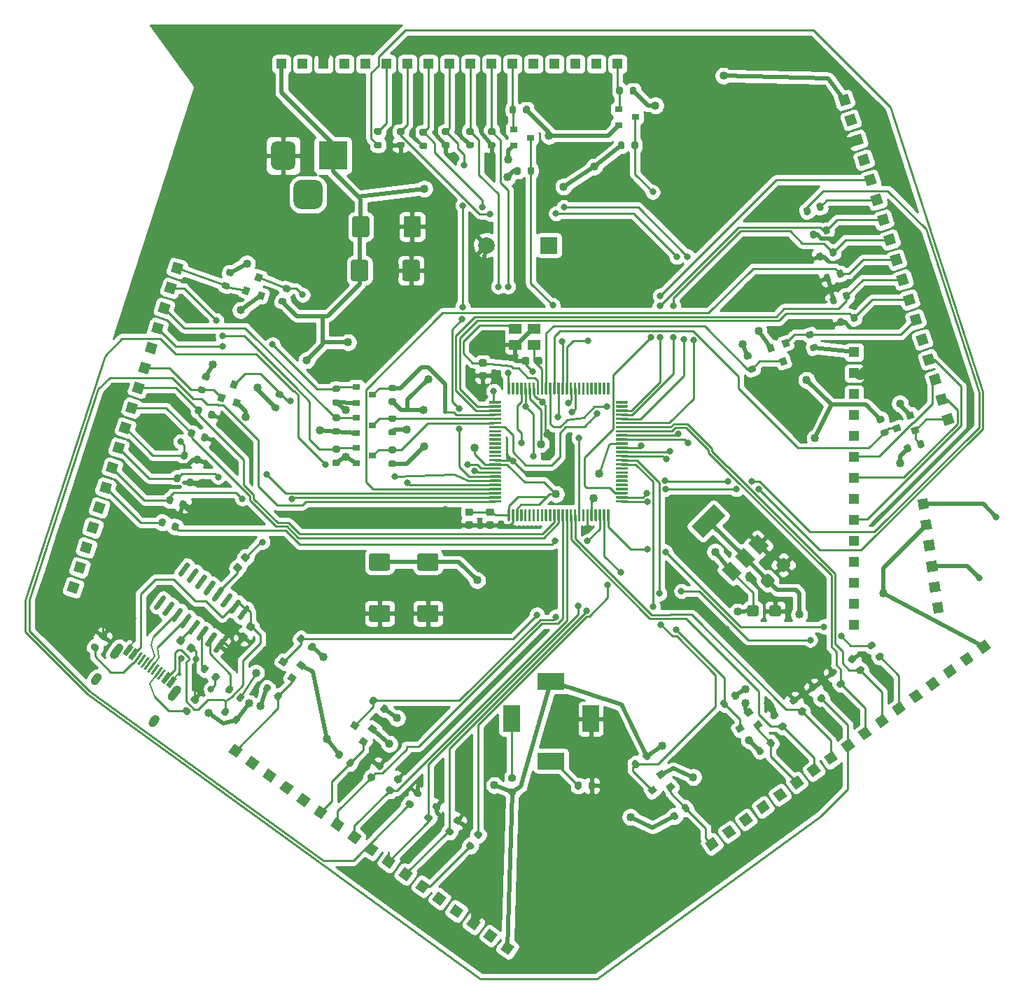
<source format=gbr>
%TF.GenerationSoftware,KiCad,Pcbnew,(5.1.7-0-10_14)*%
%TF.CreationDate,2021-04-06T14:52:43+02:00*%
%TF.ProjectId,Octogone_Sans_Regle,4f63746f-676f-46e6-955f-53616e735f52,rev?*%
%TF.SameCoordinates,Original*%
%TF.FileFunction,Copper,L2,Bot*%
%TF.FilePolarity,Positive*%
%FSLAX46Y46*%
G04 Gerber Fmt 4.6, Leading zero omitted, Abs format (unit mm)*
G04 Created by KiCad (PCBNEW (5.1.7-0-10_14)) date 2021-04-06 14:52:43*
%MOMM*%
%LPD*%
G01*
G04 APERTURE LIST*
%TA.AperFunction,ComponentPad*%
%ADD10C,0.100000*%
%TD*%
%TA.AperFunction,SMDPad,CuDef*%
%ADD11R,0.900000X0.800000*%
%TD*%
%TA.AperFunction,ComponentPad*%
%ADD12R,1.250000X1.250000*%
%TD*%
%TA.AperFunction,SMDPad,CuDef*%
%ADD13C,0.100000*%
%TD*%
%TA.AperFunction,ComponentPad*%
%ADD14R,2.000000X2.000000*%
%TD*%
%TA.AperFunction,ComponentPad*%
%ADD15C,2.000000*%
%TD*%
%TA.AperFunction,SMDPad,CuDef*%
%ADD16R,1.500000X1.300000*%
%TD*%
%TA.AperFunction,ComponentPad*%
%ADD17R,3.200000X2.000000*%
%TD*%
%TA.AperFunction,ComponentPad*%
%ADD18R,2.000000X3.200000*%
%TD*%
%TA.AperFunction,ComponentPad*%
%ADD19R,3.500000X3.500000*%
%TD*%
%TA.AperFunction,ViaPad*%
%ADD20C,1.016000*%
%TD*%
%TA.AperFunction,ViaPad*%
%ADD21C,0.800000*%
%TD*%
%TA.AperFunction,Conductor*%
%ADD22C,0.500000*%
%TD*%
%TA.AperFunction,Conductor*%
%ADD23C,0.250000*%
%TD*%
%TA.AperFunction,Conductor*%
%ADD24C,0.203200*%
%TD*%
%TA.AperFunction,Conductor*%
%ADD25C,0.254000*%
%TD*%
%TA.AperFunction,Conductor*%
%ADD26C,0.100000*%
%TD*%
G04 APERTURE END LIST*
%TO.P,U4,16*%
%TO.N,VCC*%
%TA.AperFunction,SMDPad,CuDef*%
G36*
G01*
X87999111Y-119887348D02*
X87756406Y-119711012D01*
G75*
G02*
X87723221Y-119501491I88168J121353D01*
G01*
X88693066Y-118166613D01*
G75*
G02*
X88902587Y-118133428I121353J-88168D01*
G01*
X89145292Y-118309764D01*
G75*
G02*
X89178477Y-118519285I-88168J-121353D01*
G01*
X88208632Y-119854163D01*
G75*
G02*
X87999111Y-119887348I-121353J88168D01*
G01*
G37*
%TD.AperFunction*%
%TO.P,U4,15*%
%TA.AperFunction,SMDPad,CuDef*%
G36*
G01*
X86971659Y-119140861D02*
X86728954Y-118964525D01*
G75*
G02*
X86695769Y-118755004I88168J121353D01*
G01*
X87665614Y-117420126D01*
G75*
G02*
X87875135Y-117386941I121353J-88168D01*
G01*
X88117840Y-117563277D01*
G75*
G02*
X88151025Y-117772798I-88168J-121353D01*
G01*
X87181180Y-119107676D01*
G75*
G02*
X86971659Y-119140861I-121353J88168D01*
G01*
G37*
%TD.AperFunction*%
%TO.P,U4,14*%
%TO.N,N/C*%
%TA.AperFunction,SMDPad,CuDef*%
G36*
G01*
X85944208Y-118394374D02*
X85701503Y-118218038D01*
G75*
G02*
X85668318Y-118008517I88168J121353D01*
G01*
X86638163Y-116673639D01*
G75*
G02*
X86847684Y-116640454I121353J-88168D01*
G01*
X87090389Y-116816790D01*
G75*
G02*
X87123574Y-117026311I-88168J-121353D01*
G01*
X86153729Y-118361189D01*
G75*
G02*
X85944208Y-118394374I-121353J88168D01*
G01*
G37*
%TD.AperFunction*%
%TO.P,U4,13*%
%TO.N,/DTR*%
%TA.AperFunction,SMDPad,CuDef*%
G36*
G01*
X84916756Y-117647887D02*
X84674051Y-117471551D01*
G75*
G02*
X84640866Y-117262030I88168J121353D01*
G01*
X85610711Y-115927152D01*
G75*
G02*
X85820232Y-115893967I121353J-88168D01*
G01*
X86062937Y-116070303D01*
G75*
G02*
X86096122Y-116279824I-88168J-121353D01*
G01*
X85126277Y-117614702D01*
G75*
G02*
X84916756Y-117647887I-121353J88168D01*
G01*
G37*
%TD.AperFunction*%
%TO.P,U4,12*%
%TO.N,N/C*%
%TA.AperFunction,SMDPad,CuDef*%
G36*
G01*
X83889305Y-116901399D02*
X83646600Y-116725063D01*
G75*
G02*
X83613415Y-116515542I88168J121353D01*
G01*
X84583260Y-115180664D01*
G75*
G02*
X84792781Y-115147479I121353J-88168D01*
G01*
X85035486Y-115323815D01*
G75*
G02*
X85068671Y-115533336I-88168J-121353D01*
G01*
X84098826Y-116868214D01*
G75*
G02*
X83889305Y-116901399I-121353J88168D01*
G01*
G37*
%TD.AperFunction*%
%TO.P,U4,11*%
%TA.AperFunction,SMDPad,CuDef*%
G36*
G01*
X82861853Y-116154912D02*
X82619148Y-115978576D01*
G75*
G02*
X82585963Y-115769055I88168J121353D01*
G01*
X83555808Y-114434177D01*
G75*
G02*
X83765329Y-114400992I121353J-88168D01*
G01*
X84008034Y-114577328D01*
G75*
G02*
X84041219Y-114786849I-88168J-121353D01*
G01*
X83071374Y-116121727D01*
G75*
G02*
X82861853Y-116154912I-121353J88168D01*
G01*
G37*
%TD.AperFunction*%
%TO.P,U4,10*%
%TA.AperFunction,SMDPad,CuDef*%
G36*
G01*
X81834402Y-115408425D02*
X81591697Y-115232089D01*
G75*
G02*
X81558512Y-115022568I88168J121353D01*
G01*
X82528357Y-113687690D01*
G75*
G02*
X82737878Y-113654505I121353J-88168D01*
G01*
X82980583Y-113830841D01*
G75*
G02*
X83013768Y-114040362I-88168J-121353D01*
G01*
X82043923Y-115375240D01*
G75*
G02*
X81834402Y-115408425I-121353J88168D01*
G01*
G37*
%TD.AperFunction*%
%TO.P,U4,9*%
%TA.AperFunction,SMDPad,CuDef*%
G36*
G01*
X80806950Y-114661937D02*
X80564245Y-114485601D01*
G75*
G02*
X80531060Y-114276080I88168J121353D01*
G01*
X81500905Y-112941202D01*
G75*
G02*
X81710426Y-112908017I121353J-88168D01*
G01*
X81953131Y-113084353D01*
G75*
G02*
X81986316Y-113293874I-88168J-121353D01*
G01*
X81016471Y-114628752D01*
G75*
G02*
X80806950Y-114661937I-121353J88168D01*
G01*
G37*
%TD.AperFunction*%
%TO.P,U4,8*%
%TA.AperFunction,SMDPad,CuDef*%
G36*
G01*
X77897413Y-118666572D02*
X77654708Y-118490236D01*
G75*
G02*
X77621523Y-118280715I88168J121353D01*
G01*
X78591368Y-116945837D01*
G75*
G02*
X78800889Y-116912652I121353J-88168D01*
G01*
X79043594Y-117088988D01*
G75*
G02*
X79076779Y-117298509I-88168J-121353D01*
G01*
X78106934Y-118633387D01*
G75*
G02*
X77897413Y-118666572I-121353J88168D01*
G01*
G37*
%TD.AperFunction*%
%TO.P,U4,7*%
%TA.AperFunction,SMDPad,CuDef*%
G36*
G01*
X78924865Y-119413059D02*
X78682160Y-119236723D01*
G75*
G02*
X78648975Y-119027202I88168J121353D01*
G01*
X79618820Y-117692324D01*
G75*
G02*
X79828341Y-117659139I121353J-88168D01*
G01*
X80071046Y-117835475D01*
G75*
G02*
X80104231Y-118044996I-88168J-121353D01*
G01*
X79134386Y-119379874D01*
G75*
G02*
X78924865Y-119413059I-121353J88168D01*
G01*
G37*
%TD.AperFunction*%
%TO.P,U4,6*%
%TO.N,/D-*%
%TA.AperFunction,SMDPad,CuDef*%
G36*
G01*
X79952316Y-120159546D02*
X79709611Y-119983210D01*
G75*
G02*
X79676426Y-119773689I88168J121353D01*
G01*
X80646271Y-118438811D01*
G75*
G02*
X80855792Y-118405626I121353J-88168D01*
G01*
X81098497Y-118581962D01*
G75*
G02*
X81131682Y-118791483I-88168J-121353D01*
G01*
X80161837Y-120126361D01*
G75*
G02*
X79952316Y-120159546I-121353J88168D01*
G01*
G37*
%TD.AperFunction*%
%TO.P,U4,5*%
%TO.N,/D+*%
%TA.AperFunction,SMDPad,CuDef*%
G36*
G01*
X80979768Y-120906033D02*
X80737063Y-120729697D01*
G75*
G02*
X80703878Y-120520176I88168J121353D01*
G01*
X81673723Y-119185298D01*
G75*
G02*
X81883244Y-119152113I121353J-88168D01*
G01*
X82125949Y-119328449D01*
G75*
G02*
X82159134Y-119537970I-88168J-121353D01*
G01*
X81189289Y-120872848D01*
G75*
G02*
X80979768Y-120906033I-121353J88168D01*
G01*
G37*
%TD.AperFunction*%
%TO.P,U4,4*%
%TO.N,Net-(C11-Pad1)*%
%TA.AperFunction,SMDPad,CuDef*%
G36*
G01*
X82007219Y-121652521D02*
X81764514Y-121476185D01*
G75*
G02*
X81731329Y-121266664I88168J121353D01*
G01*
X82701174Y-119931786D01*
G75*
G02*
X82910695Y-119898601I121353J-88168D01*
G01*
X83153400Y-120074937D01*
G75*
G02*
X83186585Y-120284458I-88168J-121353D01*
G01*
X82216740Y-121619336D01*
G75*
G02*
X82007219Y-121652521I-121353J88168D01*
G01*
G37*
%TD.AperFunction*%
%TO.P,U4,3*%
%TO.N,Net-(R59-Pad2)*%
%TA.AperFunction,SMDPad,CuDef*%
G36*
G01*
X83034671Y-122399008D02*
X82791966Y-122222672D01*
G75*
G02*
X82758781Y-122013151I88168J121353D01*
G01*
X83728626Y-120678273D01*
G75*
G02*
X83938147Y-120645088I121353J-88168D01*
G01*
X84180852Y-120821424D01*
G75*
G02*
X84214037Y-121030945I-88168J-121353D01*
G01*
X83244192Y-122365823D01*
G75*
G02*
X83034671Y-122399008I-121353J88168D01*
G01*
G37*
%TD.AperFunction*%
%TO.P,U4,2*%
%TO.N,Net-(R60-Pad2)*%
%TA.AperFunction,SMDPad,CuDef*%
G36*
G01*
X84062122Y-123145495D02*
X83819417Y-122969159D01*
G75*
G02*
X83786232Y-122759638I88168J121353D01*
G01*
X84756077Y-121424760D01*
G75*
G02*
X84965598Y-121391575I121353J-88168D01*
G01*
X85208303Y-121567911D01*
G75*
G02*
X85241488Y-121777432I-88168J-121353D01*
G01*
X84271643Y-123112310D01*
G75*
G02*
X84062122Y-123145495I-121353J88168D01*
G01*
G37*
%TD.AperFunction*%
%TO.P,U4,1*%
%TO.N,GND*%
%TA.AperFunction,SMDPad,CuDef*%
G36*
G01*
X85089574Y-123891983D02*
X84846869Y-123715647D01*
G75*
G02*
X84813684Y-123506126I88168J121353D01*
G01*
X85783529Y-122171248D01*
G75*
G02*
X85993050Y-122138063I121353J-88168D01*
G01*
X86235755Y-122314399D01*
G75*
G02*
X86268940Y-122523920I-88168J-121353D01*
G01*
X85299095Y-123858798D01*
G75*
G02*
X85089574Y-123891983I-121353J88168D01*
G01*
G37*
%TD.AperFunction*%
%TD*%
%TO.P,R60,2*%
%TO.N,Net-(R60-Pad2)*%
%TA.AperFunction,SMDPad,CuDef*%
G36*
G01*
X87217808Y-128327711D02*
X86894526Y-128772671D01*
G75*
G02*
X86615166Y-128816917I-161803J117557D01*
G01*
X86291560Y-128581803D01*
G75*
G02*
X86247314Y-128302443I117557J161803D01*
G01*
X86570596Y-127857483D01*
G75*
G02*
X86849956Y-127813237I161803J-117557D01*
G01*
X87173562Y-128048351D01*
G75*
G02*
X87217808Y-128327711I-117557J-161803D01*
G01*
G37*
%TD.AperFunction*%
%TO.P,R60,1*%
%TO.N,/RX*%
%TA.AperFunction,SMDPad,CuDef*%
G36*
G01*
X88552686Y-129297557D02*
X88229404Y-129742517D01*
G75*
G02*
X87950044Y-129786763I-161803J117557D01*
G01*
X87626438Y-129551649D01*
G75*
G02*
X87582192Y-129272289I117557J161803D01*
G01*
X87905474Y-128827329D01*
G75*
G02*
X88184834Y-128783083I161803J-117557D01*
G01*
X88508440Y-129018197D01*
G75*
G02*
X88552686Y-129297557I-117557J-161803D01*
G01*
G37*
%TD.AperFunction*%
%TD*%
%TO.P,R59,2*%
%TO.N,Net-(R59-Pad2)*%
%TA.AperFunction,SMDPad,CuDef*%
G36*
G01*
X84217808Y-125827711D02*
X83894526Y-126272671D01*
G75*
G02*
X83615166Y-126316917I-161803J117557D01*
G01*
X83291560Y-126081803D01*
G75*
G02*
X83247314Y-125802443I117557J161803D01*
G01*
X83570596Y-125357483D01*
G75*
G02*
X83849956Y-125313237I161803J-117557D01*
G01*
X84173562Y-125548351D01*
G75*
G02*
X84217808Y-125827711I-117557J-161803D01*
G01*
G37*
%TD.AperFunction*%
%TO.P,R59,1*%
%TO.N,/TX*%
%TA.AperFunction,SMDPad,CuDef*%
G36*
G01*
X85552686Y-126797557D02*
X85229404Y-127242517D01*
G75*
G02*
X84950044Y-127286763I-161803J117557D01*
G01*
X84626438Y-127051649D01*
G75*
G02*
X84582192Y-126772289I117557J161803D01*
G01*
X84905474Y-126327329D01*
G75*
G02*
X85184834Y-126283083I161803J-117557D01*
G01*
X85508440Y-126518197D01*
G75*
G02*
X85552686Y-126797557I-117557J-161803D01*
G01*
G37*
%TD.AperFunction*%
%TD*%
%TO.P,C11,2*%
%TO.N,GND*%
%TA.AperFunction,SMDPad,CuDef*%
G36*
G01*
X81588996Y-123237751D02*
X81882888Y-122833242D01*
G75*
G02*
X82197169Y-122783465I182029J-132252D01*
G01*
X82561227Y-123047968D01*
G75*
G02*
X82611004Y-123362249I-132252J-182029D01*
G01*
X82317112Y-123766758D01*
G75*
G02*
X82002831Y-123816535I-182029J132252D01*
G01*
X81638773Y-123552032D01*
G75*
G02*
X81588996Y-123237751I132252J182029D01*
G01*
G37*
%TD.AperFunction*%
%TO.P,C11,1*%
%TO.N,Net-(C11-Pad1)*%
%TA.AperFunction,SMDPad,CuDef*%
G36*
G01*
X80335020Y-122326683D02*
X80628912Y-121922174D01*
G75*
G02*
X80943193Y-121872397I182029J-132252D01*
G01*
X81307251Y-122136900D01*
G75*
G02*
X81357028Y-122451181I-132252J-182029D01*
G01*
X81063136Y-122855690D01*
G75*
G02*
X80748855Y-122905467I-182029J132252D01*
G01*
X80384797Y-122640964D01*
G75*
G02*
X80335020Y-122326683I132252J182029D01*
G01*
G37*
%TD.AperFunction*%
%TD*%
%TO.P,C10,2*%
%TO.N,/DTR*%
%TA.AperFunction,SMDPad,CuDef*%
G36*
G01*
X87804751Y-113059103D02*
X88204068Y-113360011D01*
G75*
G02*
X88248353Y-113675112I-135408J-179693D01*
G01*
X87977536Y-114034498D01*
G75*
G02*
X87662435Y-114078783I-179693J135408D01*
G01*
X87263118Y-113777875D01*
G75*
G02*
X87218833Y-113462774I135408J179693D01*
G01*
X87489650Y-113103388D01*
G75*
G02*
X87804751Y-113059103I179693J-135408D01*
G01*
G37*
%TD.AperFunction*%
%TO.P,C10,1*%
%TO.N,/RESET*%
%TA.AperFunction,SMDPad,CuDef*%
G36*
G01*
X88737565Y-111821217D02*
X89136882Y-112122125D01*
G75*
G02*
X89181167Y-112437226I-135408J-179693D01*
G01*
X88910350Y-112796612D01*
G75*
G02*
X88595249Y-112840897I-179693J135408D01*
G01*
X88195932Y-112539989D01*
G75*
G02*
X88151647Y-112224888I135408J179693D01*
G01*
X88422464Y-111865502D01*
G75*
G02*
X88737565Y-111821217I179693J-135408D01*
G01*
G37*
%TD.AperFunction*%
%TD*%
%TO.P,C9,2*%
%TO.N,GND*%
%TA.AperFunction,SMDPad,CuDef*%
G36*
G01*
X88451181Y-121442972D02*
X88855690Y-121736864D01*
G75*
G02*
X88905467Y-122051145I-132252J-182029D01*
G01*
X88640964Y-122415203D01*
G75*
G02*
X88326683Y-122464980I-182029J132252D01*
G01*
X87922174Y-122171088D01*
G75*
G02*
X87872397Y-121856807I132252J182029D01*
G01*
X88136900Y-121492749D01*
G75*
G02*
X88451181Y-121442972I182029J-132252D01*
G01*
G37*
%TD.AperFunction*%
%TO.P,C9,1*%
%TO.N,VCC*%
%TA.AperFunction,SMDPad,CuDef*%
G36*
G01*
X89362249Y-120188996D02*
X89766758Y-120482888D01*
G75*
G02*
X89816535Y-120797169I-132252J-182029D01*
G01*
X89552032Y-121161227D01*
G75*
G02*
X89237751Y-121211004I-182029J132252D01*
G01*
X88833242Y-120917112D01*
G75*
G02*
X88783465Y-120602831I132252J182029D01*
G01*
X89047968Y-120238773D01*
G75*
G02*
X89362249Y-120188996I182029J-132252D01*
G01*
G37*
%TD.AperFunction*%
%TD*%
%TA.AperFunction,ComponentPad*%
D10*
%TO.P,J2,3*%
%TO.N,/CLK*%
G36*
X170665475Y-110348650D02*
G01*
X171903310Y-110174683D01*
X172077277Y-111412518D01*
X170839442Y-111586485D01*
X170665475Y-110348650D01*
G37*
%TD.AperFunction*%
%TA.AperFunction,ComponentPad*%
%TO.P,J2,2*%
%TO.N,+5V*%
G36*
X170311975Y-107833370D02*
G01*
X171549810Y-107659403D01*
X171723777Y-108897238D01*
X170485942Y-109071205D01*
X170311975Y-107833370D01*
G37*
%TD.AperFunction*%
%TA.AperFunction,ComponentPad*%
%TO.P,J2,1*%
%TO.N,/MISO*%
G36*
X169958475Y-105318089D02*
G01*
X171196310Y-105144122D01*
X171370277Y-106381957D01*
X170132442Y-106555924D01*
X169958475Y-105318089D01*
G37*
%TD.AperFunction*%
%TA.AperFunction,ComponentPad*%
%TO.P,J2,5*%
%TO.N,/RESET*%
G36*
X171372474Y-115379212D02*
G01*
X172610309Y-115205245D01*
X172784276Y-116443080D01*
X171546441Y-116617047D01*
X171372474Y-115379212D01*
G37*
%TD.AperFunction*%
%TA.AperFunction,ComponentPad*%
%TO.P,J2,6*%
%TO.N,GND*%
G36*
X171725974Y-117894493D02*
G01*
X172963809Y-117720526D01*
X173137776Y-118958361D01*
X171899941Y-119132328D01*
X171725974Y-117894493D01*
G37*
%TD.AperFunction*%
%TA.AperFunction,ComponentPad*%
%TO.P,J2,4*%
%TO.N,/MOSI*%
G36*
X171018974Y-112863931D02*
G01*
X172256809Y-112689964D01*
X172430776Y-113927799D01*
X171192941Y-114101766D01*
X171018974Y-112863931D01*
G37*
%TD.AperFunction*%
%TD*%
%TO.P,R1,1*%
%TO.N,/ENC_B1*%
%TA.AperFunction,SMDPad,CuDef*%
G36*
G01*
X162580065Y-82959914D02*
X162750024Y-83482995D01*
G75*
G02*
X162621616Y-83735009I-190211J-61803D01*
G01*
X162241193Y-83858616D01*
G75*
G02*
X161989179Y-83730208I-61803J190211D01*
G01*
X161819220Y-83207127D01*
G75*
G02*
X161947628Y-82955113I190211J61803D01*
G01*
X162328051Y-82831506D01*
G75*
G02*
X162580065Y-82959914I61803J-190211D01*
G01*
G37*
%TD.AperFunction*%
%TO.P,R1,2*%
%TO.N,GND*%
%TA.AperFunction,SMDPad,CuDef*%
G36*
G01*
X161010821Y-83469792D02*
X161180780Y-83992873D01*
G75*
G02*
X161052372Y-84244887I-190211J-61803D01*
G01*
X160671949Y-84368494D01*
G75*
G02*
X160419935Y-84240086I-61803J190211D01*
G01*
X160249976Y-83717005D01*
G75*
G02*
X160378384Y-83464991I190211J61803D01*
G01*
X160758807Y-83341384D01*
G75*
G02*
X161010821Y-83469792I61803J-190211D01*
G01*
G37*
%TD.AperFunction*%
%TD*%
%TO.P,R58,1*%
%TO.N,+5V*%
%TA.AperFunction,SMDPad,CuDef*%
G36*
G01*
X121150000Y-65825000D02*
X121150000Y-65275000D01*
G75*
G02*
X121350000Y-65075000I200000J0D01*
G01*
X121750000Y-65075000D01*
G75*
G02*
X121950000Y-65275000I0J-200000D01*
G01*
X121950000Y-65825000D01*
G75*
G02*
X121750000Y-66025000I-200000J0D01*
G01*
X121350000Y-66025000D01*
G75*
G02*
X121150000Y-65825000I0J200000D01*
G01*
G37*
%TD.AperFunction*%
%TO.P,R58,2*%
%TO.N,/RFID_RST2*%
%TA.AperFunction,SMDPad,CuDef*%
G36*
G01*
X122800000Y-65825000D02*
X122800000Y-65275000D01*
G75*
G02*
X123000000Y-65075000I200000J0D01*
G01*
X123400000Y-65075000D01*
G75*
G02*
X123600000Y-65275000I0J-200000D01*
G01*
X123600000Y-65825000D01*
G75*
G02*
X123400000Y-66025000I-200000J0D01*
G01*
X123000000Y-66025000D01*
G75*
G02*
X122800000Y-65825000I0J200000D01*
G01*
G37*
%TD.AperFunction*%
%TD*%
%TO.P,R57,1*%
%TO.N,+3V3*%
%TA.AperFunction,SMDPad,CuDef*%
G36*
G01*
X123075000Y-57875000D02*
X123075000Y-58425000D01*
G75*
G02*
X122875000Y-58625000I-200000J0D01*
G01*
X122475000Y-58625000D01*
G75*
G02*
X122275000Y-58425000I0J200000D01*
G01*
X122275000Y-57875000D01*
G75*
G02*
X122475000Y-57675000I200000J0D01*
G01*
X122875000Y-57675000D01*
G75*
G02*
X123075000Y-57875000I0J-200000D01*
G01*
G37*
%TD.AperFunction*%
%TO.P,R57,2*%
%TO.N,/sheet60967BFF/sheet60634ADD/LV1*%
%TA.AperFunction,SMDPad,CuDef*%
G36*
G01*
X121425000Y-57875000D02*
X121425000Y-58425000D01*
G75*
G02*
X121225000Y-58625000I-200000J0D01*
G01*
X120825000Y-58625000D01*
G75*
G02*
X120625000Y-58425000I0J200000D01*
G01*
X120625000Y-57875000D01*
G75*
G02*
X120825000Y-57675000I200000J0D01*
G01*
X121225000Y-57675000D01*
G75*
G02*
X121425000Y-57875000I0J-200000D01*
G01*
G37*
%TD.AperFunction*%
%TD*%
%TO.P,R24,1*%
%TO.N,/ENC_A4*%
%TA.AperFunction,SMDPad,CuDef*%
G36*
G01*
X106152443Y-141002686D02*
X105707483Y-140679404D01*
G75*
G02*
X105663237Y-140400044I117557J161803D01*
G01*
X105898351Y-140076438D01*
G75*
G02*
X106177711Y-140032192I161803J-117557D01*
G01*
X106622671Y-140355474D01*
G75*
G02*
X106666917Y-140634834I-117557J-161803D01*
G01*
X106431803Y-140958440D01*
G75*
G02*
X106152443Y-141002686I-161803J117557D01*
G01*
G37*
%TD.AperFunction*%
%TO.P,R24,2*%
%TO.N,GND*%
%TA.AperFunction,SMDPad,CuDef*%
G36*
G01*
X107122289Y-139667808D02*
X106677329Y-139344526D01*
G75*
G02*
X106633083Y-139065166I117557J161803D01*
G01*
X106868197Y-138741560D01*
G75*
G02*
X107147557Y-138697314I161803J-117557D01*
G01*
X107592517Y-139020596D01*
G75*
G02*
X107636763Y-139299956I-117557J-161803D01*
G01*
X107401649Y-139623562D01*
G75*
G02*
X107122289Y-139667808I-161803J117557D01*
G01*
G37*
%TD.AperFunction*%
%TD*%
%TO.P,R23,1*%
%TO.N,/ENC_B4*%
%TA.AperFunction,SMDPad,CuDef*%
G36*
G01*
X103902443Y-139402686D02*
X103457483Y-139079404D01*
G75*
G02*
X103413237Y-138800044I117557J161803D01*
G01*
X103648351Y-138476438D01*
G75*
G02*
X103927711Y-138432192I161803J-117557D01*
G01*
X104372671Y-138755474D01*
G75*
G02*
X104416917Y-139034834I-117557J-161803D01*
G01*
X104181803Y-139358440D01*
G75*
G02*
X103902443Y-139402686I-161803J117557D01*
G01*
G37*
%TD.AperFunction*%
%TO.P,R23,2*%
%TO.N,GND*%
%TA.AperFunction,SMDPad,CuDef*%
G36*
G01*
X104872289Y-138067808D02*
X104427329Y-137744526D01*
G75*
G02*
X104383083Y-137465166I117557J161803D01*
G01*
X104618197Y-137141560D01*
G75*
G02*
X104897557Y-137097314I161803J-117557D01*
G01*
X105342517Y-137420596D01*
G75*
G02*
X105386763Y-137699956I-117557J-161803D01*
G01*
X105151649Y-138023562D01*
G75*
G02*
X104872289Y-138067808I-161803J117557D01*
G01*
G37*
%TD.AperFunction*%
%TD*%
%TO.P,R14,1*%
%TO.N,/ENC_A3*%
%TA.AperFunction,SMDPad,CuDef*%
G36*
G01*
X81699976Y-97432995D02*
X81869935Y-96909914D01*
G75*
G02*
X82121949Y-96781506I190211J-61803D01*
G01*
X82502372Y-96905113D01*
G75*
G02*
X82630780Y-97157127I-61803J-190211D01*
G01*
X82460821Y-97680208D01*
G75*
G02*
X82208807Y-97808616I-190211J61803D01*
G01*
X81828384Y-97685009D01*
G75*
G02*
X81699976Y-97432995I61803J190211D01*
G01*
G37*
%TD.AperFunction*%
%TO.P,R14,2*%
%TO.N,GND*%
%TA.AperFunction,SMDPad,CuDef*%
G36*
G01*
X83269220Y-97942873D02*
X83439179Y-97419792D01*
G75*
G02*
X83691193Y-97291384I190211J-61803D01*
G01*
X84071616Y-97414991D01*
G75*
G02*
X84200024Y-97667005I-61803J-190211D01*
G01*
X84030065Y-98190086D01*
G75*
G02*
X83778051Y-98318494I-190211J61803D01*
G01*
X83397628Y-98194887D01*
G75*
G02*
X83269220Y-97942873I61803J190211D01*
G01*
G37*
%TD.AperFunction*%
%TD*%
%TO.P,R16,1*%
%TO.N,/ENC_SW3*%
%TA.AperFunction,SMDPad,CuDef*%
G36*
G01*
X80799976Y-100132995D02*
X80969935Y-99609914D01*
G75*
G02*
X81221949Y-99481506I190211J-61803D01*
G01*
X81602372Y-99605113D01*
G75*
G02*
X81730780Y-99857127I-61803J-190211D01*
G01*
X81560821Y-100380208D01*
G75*
G02*
X81308807Y-100508616I-190211J61803D01*
G01*
X80928384Y-100385009D01*
G75*
G02*
X80799976Y-100132995I61803J190211D01*
G01*
G37*
%TD.AperFunction*%
%TO.P,R16,2*%
%TO.N,GND*%
%TA.AperFunction,SMDPad,CuDef*%
G36*
G01*
X82369220Y-100642873D02*
X82539179Y-100119792D01*
G75*
G02*
X82791193Y-99991384I190211J-61803D01*
G01*
X83171616Y-100114991D01*
G75*
G02*
X83300024Y-100367005I-61803J-190211D01*
G01*
X83130065Y-100890086D01*
G75*
G02*
X82878051Y-101018494I-190211J61803D01*
G01*
X82497628Y-100894887D01*
G75*
G02*
X82369220Y-100642873I61803J190211D01*
G01*
G37*
%TD.AperFunction*%
%TD*%
%TO.P,R17,1*%
%TO.N,/BUT_B3*%
%TA.AperFunction,SMDPad,CuDef*%
G36*
G01*
X79949976Y-102882995D02*
X80119935Y-102359914D01*
G75*
G02*
X80371949Y-102231506I190211J-61803D01*
G01*
X80752372Y-102355113D01*
G75*
G02*
X80880780Y-102607127I-61803J-190211D01*
G01*
X80710821Y-103130208D01*
G75*
G02*
X80458807Y-103258616I-190211J61803D01*
G01*
X80078384Y-103135009D01*
G75*
G02*
X79949976Y-102882995I61803J190211D01*
G01*
G37*
%TD.AperFunction*%
%TO.P,R17,2*%
%TO.N,GND*%
%TA.AperFunction,SMDPad,CuDef*%
G36*
G01*
X81519220Y-103392873D02*
X81689179Y-102869792D01*
G75*
G02*
X81941193Y-102741384I190211J-61803D01*
G01*
X82321616Y-102864991D01*
G75*
G02*
X82450024Y-103117005I-61803J-190211D01*
G01*
X82280065Y-103640086D01*
G75*
G02*
X82028051Y-103768494I-190211J61803D01*
G01*
X81647628Y-103644887D01*
G75*
G02*
X81519220Y-103392873I61803J190211D01*
G01*
G37*
%TD.AperFunction*%
%TD*%
%TO.P,R18,1*%
%TO.N,/BUT_A3*%
%TA.AperFunction,SMDPad,CuDef*%
G36*
G01*
X79065354Y-105528056D02*
X79235313Y-105004975D01*
G75*
G02*
X79487327Y-104876567I190211J-61803D01*
G01*
X79867750Y-105000174D01*
G75*
G02*
X79996158Y-105252188I-61803J-190211D01*
G01*
X79826199Y-105775269D01*
G75*
G02*
X79574185Y-105903677I-190211J61803D01*
G01*
X79193762Y-105780070D01*
G75*
G02*
X79065354Y-105528056I61803J190211D01*
G01*
G37*
%TD.AperFunction*%
%TO.P,R18,2*%
%TO.N,GND*%
%TA.AperFunction,SMDPad,CuDef*%
G36*
G01*
X80634598Y-106037934D02*
X80804557Y-105514853D01*
G75*
G02*
X81056571Y-105386445I190211J-61803D01*
G01*
X81436994Y-105510052D01*
G75*
G02*
X81565402Y-105762066I-61803J-190211D01*
G01*
X81395443Y-106285147D01*
G75*
G02*
X81143429Y-106413555I-190211J61803D01*
G01*
X80763006Y-106289948D01*
G75*
G02*
X80634598Y-106037934I61803J190211D01*
G01*
G37*
%TD.AperFunction*%
%TD*%
%TO.P,R25,1*%
%TO.N,Net-(P3-Pad6)*%
%TA.AperFunction,SMDPad,CuDef*%
G36*
G01*
X115852443Y-147702686D02*
X115407483Y-147379404D01*
G75*
G02*
X115363237Y-147100044I117557J161803D01*
G01*
X115598351Y-146776438D01*
G75*
G02*
X115877711Y-146732192I161803J-117557D01*
G01*
X116322671Y-147055474D01*
G75*
G02*
X116366917Y-147334834I-117557J-161803D01*
G01*
X116131803Y-147658440D01*
G75*
G02*
X115852443Y-147702686I-161803J117557D01*
G01*
G37*
%TD.AperFunction*%
%TO.P,R25,2*%
%TO.N,/MAT_IN4*%
%TA.AperFunction,SMDPad,CuDef*%
G36*
G01*
X116822289Y-146367808D02*
X116377329Y-146044526D01*
G75*
G02*
X116333083Y-145765166I117557J161803D01*
G01*
X116568197Y-145441560D01*
G75*
G02*
X116847557Y-145397314I161803J-117557D01*
G01*
X117292517Y-145720596D01*
G75*
G02*
X117336763Y-145999956I-117557J-161803D01*
G01*
X117101649Y-146323562D01*
G75*
G02*
X116822289Y-146367808I-161803J117557D01*
G01*
G37*
%TD.AperFunction*%
%TD*%
%TO.P,R26,1*%
%TO.N,/ENC_SW4*%
%TA.AperFunction,SMDPad,CuDef*%
G36*
G01*
X108517520Y-142670125D02*
X108072560Y-142346843D01*
G75*
G02*
X108028314Y-142067483I117557J161803D01*
G01*
X108263428Y-141743877D01*
G75*
G02*
X108542788Y-141699631I161803J-117557D01*
G01*
X108987748Y-142022913D01*
G75*
G02*
X109031994Y-142302273I-117557J-161803D01*
G01*
X108796880Y-142625879D01*
G75*
G02*
X108517520Y-142670125I-161803J117557D01*
G01*
G37*
%TD.AperFunction*%
%TO.P,R26,2*%
%TO.N,GND*%
%TA.AperFunction,SMDPad,CuDef*%
G36*
G01*
X109487366Y-141335247D02*
X109042406Y-141011965D01*
G75*
G02*
X108998160Y-140732605I117557J161803D01*
G01*
X109233274Y-140408999D01*
G75*
G02*
X109512634Y-140364753I161803J-117557D01*
G01*
X109957594Y-140688035D01*
G75*
G02*
X110001840Y-140967395I-117557J-161803D01*
G01*
X109766726Y-141291001D01*
G75*
G02*
X109487366Y-141335247I-161803J117557D01*
G01*
G37*
%TD.AperFunction*%
%TD*%
D11*
%TO.P,Q8,1*%
%TO.N,+3V3*%
X102070000Y-100960000D03*
%TO.P,Q8,2*%
%TO.N,/CLK*%
X102070000Y-99060000D03*
%TO.P,Q8,3*%
%TO.N,/Sheet60A2DFDA/CLK_IN*%
X104070000Y-100010000D03*
%TD*%
%TO.P,R3,1*%
%TO.N,Net-(P1-Pad6)*%
%TA.AperFunction,SMDPad,CuDef*%
G36*
G01*
X158480065Y-69509914D02*
X158650024Y-70032995D01*
G75*
G02*
X158521616Y-70285009I-190211J-61803D01*
G01*
X158141193Y-70408616D01*
G75*
G02*
X157889179Y-70280208I-61803J190211D01*
G01*
X157719220Y-69757127D01*
G75*
G02*
X157847628Y-69505113I190211J61803D01*
G01*
X158228051Y-69381506D01*
G75*
G02*
X158480065Y-69509914I61803J-190211D01*
G01*
G37*
%TD.AperFunction*%
%TO.P,R3,2*%
%TO.N,/MAT_IN1*%
%TA.AperFunction,SMDPad,CuDef*%
G36*
G01*
X156910821Y-70019792D02*
X157080780Y-70542873D01*
G75*
G02*
X156952372Y-70794887I-190211J-61803D01*
G01*
X156571949Y-70918494D01*
G75*
G02*
X156319935Y-70790086I-61803J190211D01*
G01*
X156149976Y-70267005D01*
G75*
G02*
X156278384Y-70014991I190211J61803D01*
G01*
X156658807Y-69891384D01*
G75*
G02*
X156910821Y-70019792I61803J-190211D01*
G01*
G37*
%TD.AperFunction*%
%TD*%
%TO.P,R32,1*%
%TO.N,+5V*%
%TA.AperFunction,SMDPad,CuDef*%
G36*
G01*
X105952686Y-130647557D02*
X105629404Y-131092517D01*
G75*
G02*
X105350044Y-131136763I-161803J117557D01*
G01*
X105026438Y-130901649D01*
G75*
G02*
X104982192Y-130622289I117557J161803D01*
G01*
X105305474Y-130177329D01*
G75*
G02*
X105584834Y-130133083I161803J-117557D01*
G01*
X105908440Y-130368197D01*
G75*
G02*
X105952686Y-130647557I-117557J-161803D01*
G01*
G37*
%TD.AperFunction*%
%TO.P,R32,2*%
%TO.N,/RFID_RST4*%
%TA.AperFunction,SMDPad,CuDef*%
G36*
G01*
X104617808Y-129677711D02*
X104294526Y-130122671D01*
G75*
G02*
X104015166Y-130166917I-161803J117557D01*
G01*
X103691560Y-129931803D01*
G75*
G02*
X103647314Y-129652443I117557J161803D01*
G01*
X103970596Y-129207483D01*
G75*
G02*
X104249956Y-129163237I161803J-117557D01*
G01*
X104573562Y-129398351D01*
G75*
G02*
X104617808Y-129677711I-117557J-161803D01*
G01*
G37*
%TD.AperFunction*%
%TD*%
%TO.P,R31,1*%
%TO.N,+3V3*%
%TA.AperFunction,SMDPad,CuDef*%
G36*
G01*
X99547314Y-136202443D02*
X99870596Y-135757483D01*
G75*
G02*
X100149956Y-135713237I161803J-117557D01*
G01*
X100473562Y-135948351D01*
G75*
G02*
X100517808Y-136227711I-117557J-161803D01*
G01*
X100194526Y-136672671D01*
G75*
G02*
X99915166Y-136716917I-161803J117557D01*
G01*
X99591560Y-136481803D01*
G75*
G02*
X99547314Y-136202443I117557J161803D01*
G01*
G37*
%TD.AperFunction*%
%TO.P,R31,2*%
%TO.N,/sheet6096A2ED/sheet60634ADD/LV1*%
%TA.AperFunction,SMDPad,CuDef*%
G36*
G01*
X100882192Y-137172289D02*
X101205474Y-136727329D01*
G75*
G02*
X101484834Y-136683083I161803J-117557D01*
G01*
X101808440Y-136918197D01*
G75*
G02*
X101852686Y-137197557I-117557J-161803D01*
G01*
X101529404Y-137642517D01*
G75*
G02*
X101250044Y-137686763I-161803J117557D01*
G01*
X100926438Y-137451649D01*
G75*
G02*
X100882192Y-137172289I117557J161803D01*
G01*
G37*
%TD.AperFunction*%
%TD*%
%TO.P,R30,1*%
%TO.N,+5V*%
%TA.AperFunction,SMDPad,CuDef*%
G36*
G01*
X97202686Y-123147557D02*
X96879404Y-123592517D01*
G75*
G02*
X96600044Y-123636763I-161803J117557D01*
G01*
X96276438Y-123401649D01*
G75*
G02*
X96232192Y-123122289I117557J161803D01*
G01*
X96555474Y-122677329D01*
G75*
G02*
X96834834Y-122633083I161803J-117557D01*
G01*
X97158440Y-122868197D01*
G75*
G02*
X97202686Y-123147557I-117557J-161803D01*
G01*
G37*
%TD.AperFunction*%
%TO.P,R30,2*%
%TO.N,/RFID_CS4*%
%TA.AperFunction,SMDPad,CuDef*%
G36*
G01*
X95867808Y-122177711D02*
X95544526Y-122622671D01*
G75*
G02*
X95265166Y-122666917I-161803J117557D01*
G01*
X94941560Y-122431803D01*
G75*
G02*
X94897314Y-122152443I117557J161803D01*
G01*
X95220596Y-121707483D01*
G75*
G02*
X95499956Y-121663237I161803J-117557D01*
G01*
X95823562Y-121898351D01*
G75*
G02*
X95867808Y-122177711I-117557J-161803D01*
G01*
G37*
%TD.AperFunction*%
%TD*%
%TO.P,R29,1*%
%TO.N,+3V3*%
%TA.AperFunction,SMDPad,CuDef*%
G36*
G01*
X90797314Y-128152443D02*
X91120596Y-127707483D01*
G75*
G02*
X91399956Y-127663237I161803J-117557D01*
G01*
X91723562Y-127898351D01*
G75*
G02*
X91767808Y-128177711I-117557J-161803D01*
G01*
X91444526Y-128622671D01*
G75*
G02*
X91165166Y-128666917I-161803J117557D01*
G01*
X90841560Y-128431803D01*
G75*
G02*
X90797314Y-128152443I117557J161803D01*
G01*
G37*
%TD.AperFunction*%
%TO.P,R29,2*%
%TO.N,/sheet6096A2ED/level_shifter/LV1*%
%TA.AperFunction,SMDPad,CuDef*%
G36*
G01*
X92132192Y-129122289D02*
X92455474Y-128677329D01*
G75*
G02*
X92734834Y-128633083I161803J-117557D01*
G01*
X93058440Y-128868197D01*
G75*
G02*
X93102686Y-129147557I-117557J-161803D01*
G01*
X92779404Y-129592517D01*
G75*
G02*
X92500044Y-129636763I-161803J117557D01*
G01*
X92176438Y-129401649D01*
G75*
G02*
X92132192Y-129122289I117557J161803D01*
G01*
G37*
%TD.AperFunction*%
%TD*%
%TO.P,R22,1*%
%TO.N,+5V*%
%TA.AperFunction,SMDPad,CuDef*%
G36*
G01*
X92432995Y-94650024D02*
X91909914Y-94480065D01*
G75*
G02*
X91781506Y-94228051I61803J190211D01*
G01*
X91905113Y-93847628D01*
G75*
G02*
X92157127Y-93719220I190211J-61803D01*
G01*
X92680208Y-93889179D01*
G75*
G02*
X92808616Y-94141193I-61803J-190211D01*
G01*
X92685009Y-94521616D01*
G75*
G02*
X92432995Y-94650024I-190211J61803D01*
G01*
G37*
%TD.AperFunction*%
%TO.P,R22,2*%
%TO.N,/RFID_RST3*%
%TA.AperFunction,SMDPad,CuDef*%
G36*
G01*
X92942873Y-93080780D02*
X92419792Y-92910821D01*
G75*
G02*
X92291384Y-92658807I61803J190211D01*
G01*
X92414991Y-92278384D01*
G75*
G02*
X92667005Y-92149976I190211J-61803D01*
G01*
X93190086Y-92319935D01*
G75*
G02*
X93318494Y-92571949I-61803J-190211D01*
G01*
X93194887Y-92952372D01*
G75*
G02*
X92942873Y-93080780I-190211J61803D01*
G01*
G37*
%TD.AperFunction*%
%TD*%
%TO.P,R21,1*%
%TO.N,+3V3*%
%TA.AperFunction,SMDPad,CuDef*%
G36*
G01*
X83767005Y-89999976D02*
X84290086Y-90169935D01*
G75*
G02*
X84418494Y-90421949I-61803J-190211D01*
G01*
X84294887Y-90802372D01*
G75*
G02*
X84042873Y-90930780I-190211J61803D01*
G01*
X83519792Y-90760821D01*
G75*
G02*
X83391384Y-90508807I61803J190211D01*
G01*
X83514991Y-90128384D01*
G75*
G02*
X83767005Y-89999976I190211J-61803D01*
G01*
G37*
%TD.AperFunction*%
%TO.P,R21,2*%
%TO.N,/sheet60968E31/sheet60634ADD/LV1*%
%TA.AperFunction,SMDPad,CuDef*%
G36*
G01*
X83257127Y-91569220D02*
X83780208Y-91739179D01*
G75*
G02*
X83908616Y-91991193I-61803J-190211D01*
G01*
X83785009Y-92371616D01*
G75*
G02*
X83532995Y-92500024I-190211J61803D01*
G01*
X83009914Y-92330065D01*
G75*
G02*
X82881506Y-92078051I61803J190211D01*
G01*
X83005113Y-91697628D01*
G75*
G02*
X83257127Y-91569220I190211J-61803D01*
G01*
G37*
%TD.AperFunction*%
%TD*%
%TO.P,R20,1*%
%TO.N,+5V*%
%TA.AperFunction,SMDPad,CuDef*%
G36*
G01*
X93287934Y-81815402D02*
X92764853Y-81645443D01*
G75*
G02*
X92636445Y-81393429I61803J190211D01*
G01*
X92760052Y-81013006D01*
G75*
G02*
X93012066Y-80884598I190211J-61803D01*
G01*
X93535147Y-81054557D01*
G75*
G02*
X93663555Y-81306571I-61803J-190211D01*
G01*
X93539948Y-81686994D01*
G75*
G02*
X93287934Y-81815402I-190211J61803D01*
G01*
G37*
%TD.AperFunction*%
%TO.P,R20,2*%
%TO.N,/RFID_CS3*%
%TA.AperFunction,SMDPad,CuDef*%
G36*
G01*
X93797812Y-80246158D02*
X93274731Y-80076199D01*
G75*
G02*
X93146323Y-79824185I61803J190211D01*
G01*
X93269930Y-79443762D01*
G75*
G02*
X93521944Y-79315354I190211J-61803D01*
G01*
X94045025Y-79485313D01*
G75*
G02*
X94173433Y-79737327I-61803J-190211D01*
G01*
X94049826Y-80117750D01*
G75*
G02*
X93797812Y-80246158I-190211J61803D01*
G01*
G37*
%TD.AperFunction*%
%TD*%
%TO.P,R19,1*%
%TO.N,+3V3*%
%TA.AperFunction,SMDPad,CuDef*%
G36*
G01*
X86667005Y-77399976D02*
X87190086Y-77569935D01*
G75*
G02*
X87318494Y-77821949I-61803J-190211D01*
G01*
X87194887Y-78202372D01*
G75*
G02*
X86942873Y-78330780I-190211J61803D01*
G01*
X86419792Y-78160821D01*
G75*
G02*
X86291384Y-77908807I61803J190211D01*
G01*
X86414991Y-77528384D01*
G75*
G02*
X86667005Y-77399976I190211J-61803D01*
G01*
G37*
%TD.AperFunction*%
%TO.P,R19,2*%
%TO.N,/sheet60968E31/level_shifter/LV1*%
%TA.AperFunction,SMDPad,CuDef*%
G36*
G01*
X86157127Y-78969220D02*
X86680208Y-79139179D01*
G75*
G02*
X86808616Y-79391193I-61803J-190211D01*
G01*
X86685009Y-79771616D01*
G75*
G02*
X86432995Y-79900024I-190211J61803D01*
G01*
X85909914Y-79730065D01*
G75*
G02*
X85781506Y-79478051I61803J190211D01*
G01*
X85905113Y-79097628D01*
G75*
G02*
X86157127Y-78969220I190211J-61803D01*
G01*
G37*
%TD.AperFunction*%
%TD*%
%TO.P,R10,1*%
%TO.N,+5V*%
%TA.AperFunction,SMDPad,CuDef*%
G36*
G01*
X149059914Y-87669935D02*
X149582995Y-87499976D01*
G75*
G02*
X149835009Y-87628384I61803J-190211D01*
G01*
X149958616Y-88008807D01*
G75*
G02*
X149830208Y-88260821I-190211J-61803D01*
G01*
X149307127Y-88430780D01*
G75*
G02*
X149055113Y-88302372I-61803J190211D01*
G01*
X148931506Y-87921949D01*
G75*
G02*
X149059914Y-87669935I190211J61803D01*
G01*
G37*
%TD.AperFunction*%
%TO.P,R10,2*%
%TO.N,/RFID_RST1*%
%TA.AperFunction,SMDPad,CuDef*%
G36*
G01*
X149569792Y-89239179D02*
X150092873Y-89069220D01*
G75*
G02*
X150344887Y-89197628I61803J-190211D01*
G01*
X150468494Y-89578051D01*
G75*
G02*
X150340086Y-89830065I-190211J-61803D01*
G01*
X149817005Y-90000024D01*
G75*
G02*
X149564991Y-89871616I-61803J190211D01*
G01*
X149441384Y-89491193D01*
G75*
G02*
X149569792Y-89239179I190211J61803D01*
G01*
G37*
%TD.AperFunction*%
%TD*%
%TO.P,R9,1*%
%TO.N,+3V3*%
%TA.AperFunction,SMDPad,CuDef*%
G36*
G01*
X157840086Y-87230065D02*
X157317005Y-87400024D01*
G75*
G02*
X157064991Y-87271616I-61803J190211D01*
G01*
X156941384Y-86891193D01*
G75*
G02*
X157069792Y-86639179I190211J61803D01*
G01*
X157592873Y-86469220D01*
G75*
G02*
X157844887Y-86597628I61803J-190211D01*
G01*
X157968494Y-86978051D01*
G75*
G02*
X157840086Y-87230065I-190211J-61803D01*
G01*
G37*
%TD.AperFunction*%
%TO.P,R9,2*%
%TO.N,/sheet6073AE66/sheet60634ADD/LV1*%
%TA.AperFunction,SMDPad,CuDef*%
G36*
G01*
X157330208Y-85660821D02*
X156807127Y-85830780D01*
G75*
G02*
X156555113Y-85702372I-61803J190211D01*
G01*
X156431506Y-85321949D01*
G75*
G02*
X156559914Y-85069935I190211J61803D01*
G01*
X157082995Y-84899976D01*
G75*
G02*
X157335009Y-85028384I61803J-190211D01*
G01*
X157458616Y-85408807D01*
G75*
G02*
X157330208Y-85660821I-190211J-61803D01*
G01*
G37*
%TD.AperFunction*%
%TD*%
%TO.P,R8,1*%
%TO.N,+5V*%
%TA.AperFunction,SMDPad,CuDef*%
G36*
G01*
X165104975Y-95335313D02*
X165628056Y-95165354D01*
G75*
G02*
X165880070Y-95293762I61803J-190211D01*
G01*
X166003677Y-95674185D01*
G75*
G02*
X165875269Y-95926199I-190211J-61803D01*
G01*
X165352188Y-96096158D01*
G75*
G02*
X165100174Y-95967750I-61803J190211D01*
G01*
X164976567Y-95587327D01*
G75*
G02*
X165104975Y-95335313I190211J61803D01*
G01*
G37*
%TD.AperFunction*%
%TO.P,R8,2*%
%TO.N,/RFID_CS1*%
%TA.AperFunction,SMDPad,CuDef*%
G36*
G01*
X165614853Y-96904557D02*
X166137934Y-96734598D01*
G75*
G02*
X166389948Y-96863006I61803J-190211D01*
G01*
X166513555Y-97243429D01*
G75*
G02*
X166385147Y-97495443I-190211J-61803D01*
G01*
X165862066Y-97665402D01*
G75*
G02*
X165610052Y-97536994I-61803J190211D01*
G01*
X165486445Y-97156571D01*
G75*
G02*
X165614853Y-96904557I190211J61803D01*
G01*
G37*
%TD.AperFunction*%
%TD*%
%TO.P,R7,1*%
%TO.N,+3V3*%
%TA.AperFunction,SMDPad,CuDef*%
G36*
G01*
X168485313Y-99495025D02*
X168315354Y-98971944D01*
G75*
G02*
X168443762Y-98719930I190211J61803D01*
G01*
X168824185Y-98596323D01*
G75*
G02*
X169076199Y-98724731I61803J-190211D01*
G01*
X169246158Y-99247812D01*
G75*
G02*
X169117750Y-99499826I-190211J-61803D01*
G01*
X168737327Y-99623433D01*
G75*
G02*
X168485313Y-99495025I-61803J190211D01*
G01*
G37*
%TD.AperFunction*%
%TO.P,R7,2*%
%TO.N,/sheet6073AE66/level_shifter/LV1*%
%TA.AperFunction,SMDPad,CuDef*%
G36*
G01*
X170054557Y-98985147D02*
X169884598Y-98462066D01*
G75*
G02*
X170013006Y-98210052I190211J61803D01*
G01*
X170393429Y-98086445D01*
G75*
G02*
X170645443Y-98214853I61803J-190211D01*
G01*
X170815402Y-98737934D01*
G75*
G02*
X170686994Y-98989948I-190211J-61803D01*
G01*
X170306571Y-99113555D01*
G75*
G02*
X170054557Y-98985147I-61803J190211D01*
G01*
G37*
%TD.AperFunction*%
%TD*%
%TO.P,R38,1*%
%TO.N,+5V*%
%TA.AperFunction,SMDPad,CuDef*%
G36*
G01*
X106725000Y-93875000D02*
X106175000Y-93875000D01*
G75*
G02*
X105975000Y-93675000I0J200000D01*
G01*
X105975000Y-93275000D01*
G75*
G02*
X106175000Y-93075000I200000J0D01*
G01*
X106725000Y-93075000D01*
G75*
G02*
X106925000Y-93275000I0J-200000D01*
G01*
X106925000Y-93675000D01*
G75*
G02*
X106725000Y-93875000I-200000J0D01*
G01*
G37*
%TD.AperFunction*%
%TO.P,R38,2*%
%TO.N,/Sheet60A2DFDA/MISO_IN*%
%TA.AperFunction,SMDPad,CuDef*%
G36*
G01*
X106725000Y-92225000D02*
X106175000Y-92225000D01*
G75*
G02*
X105975000Y-92025000I0J200000D01*
G01*
X105975000Y-91625000D01*
G75*
G02*
X106175000Y-91425000I200000J0D01*
G01*
X106725000Y-91425000D01*
G75*
G02*
X106925000Y-91625000I0J-200000D01*
G01*
X106925000Y-92025000D01*
G75*
G02*
X106725000Y-92225000I-200000J0D01*
G01*
G37*
%TD.AperFunction*%
%TD*%
%TO.P,R37,1*%
%TO.N,+3V3*%
%TA.AperFunction,SMDPad,CuDef*%
G36*
G01*
X99925000Y-93975000D02*
X99375000Y-93975000D01*
G75*
G02*
X99175000Y-93775000I0J200000D01*
G01*
X99175000Y-93375000D01*
G75*
G02*
X99375000Y-93175000I200000J0D01*
G01*
X99925000Y-93175000D01*
G75*
G02*
X100125000Y-93375000I0J-200000D01*
G01*
X100125000Y-93775000D01*
G75*
G02*
X99925000Y-93975000I-200000J0D01*
G01*
G37*
%TD.AperFunction*%
%TO.P,R37,2*%
%TO.N,/MISO*%
%TA.AperFunction,SMDPad,CuDef*%
G36*
G01*
X99925000Y-92325000D02*
X99375000Y-92325000D01*
G75*
G02*
X99175000Y-92125000I0J200000D01*
G01*
X99175000Y-91725000D01*
G75*
G02*
X99375000Y-91525000I200000J0D01*
G01*
X99925000Y-91525000D01*
G75*
G02*
X100125000Y-91725000I0J-200000D01*
G01*
X100125000Y-92125000D01*
G75*
G02*
X99925000Y-92325000I-200000J0D01*
G01*
G37*
%TD.AperFunction*%
%TD*%
%TO.P,R36,1*%
%TO.N,+5V*%
%TA.AperFunction,SMDPad,CuDef*%
G36*
G01*
X106725000Y-97575000D02*
X106175000Y-97575000D01*
G75*
G02*
X105975000Y-97375000I0J200000D01*
G01*
X105975000Y-96975000D01*
G75*
G02*
X106175000Y-96775000I200000J0D01*
G01*
X106725000Y-96775000D01*
G75*
G02*
X106925000Y-96975000I0J-200000D01*
G01*
X106925000Y-97375000D01*
G75*
G02*
X106725000Y-97575000I-200000J0D01*
G01*
G37*
%TD.AperFunction*%
%TO.P,R36,2*%
%TO.N,/Sheet60A2DFDA/MOSI_IN*%
%TA.AperFunction,SMDPad,CuDef*%
G36*
G01*
X106725000Y-95925000D02*
X106175000Y-95925000D01*
G75*
G02*
X105975000Y-95725000I0J200000D01*
G01*
X105975000Y-95325000D01*
G75*
G02*
X106175000Y-95125000I200000J0D01*
G01*
X106725000Y-95125000D01*
G75*
G02*
X106925000Y-95325000I0J-200000D01*
G01*
X106925000Y-95725000D01*
G75*
G02*
X106725000Y-95925000I-200000J0D01*
G01*
G37*
%TD.AperFunction*%
%TD*%
%TO.P,R35,1*%
%TO.N,+3V3*%
%TA.AperFunction,SMDPad,CuDef*%
G36*
G01*
X99925000Y-97475000D02*
X99375000Y-97475000D01*
G75*
G02*
X99175000Y-97275000I0J200000D01*
G01*
X99175000Y-96875000D01*
G75*
G02*
X99375000Y-96675000I200000J0D01*
G01*
X99925000Y-96675000D01*
G75*
G02*
X100125000Y-96875000I0J-200000D01*
G01*
X100125000Y-97275000D01*
G75*
G02*
X99925000Y-97475000I-200000J0D01*
G01*
G37*
%TD.AperFunction*%
%TO.P,R35,2*%
%TO.N,/MOSI*%
%TA.AperFunction,SMDPad,CuDef*%
G36*
G01*
X99925000Y-95825000D02*
X99375000Y-95825000D01*
G75*
G02*
X99175000Y-95625000I0J200000D01*
G01*
X99175000Y-95225000D01*
G75*
G02*
X99375000Y-95025000I200000J0D01*
G01*
X99925000Y-95025000D01*
G75*
G02*
X100125000Y-95225000I0J-200000D01*
G01*
X100125000Y-95625000D01*
G75*
G02*
X99925000Y-95825000I-200000J0D01*
G01*
G37*
%TD.AperFunction*%
%TD*%
%TO.P,R34,1*%
%TO.N,+5V*%
%TA.AperFunction,SMDPad,CuDef*%
G36*
G01*
X106725000Y-101375000D02*
X106175000Y-101375000D01*
G75*
G02*
X105975000Y-101175000I0J200000D01*
G01*
X105975000Y-100775000D01*
G75*
G02*
X106175000Y-100575000I200000J0D01*
G01*
X106725000Y-100575000D01*
G75*
G02*
X106925000Y-100775000I0J-200000D01*
G01*
X106925000Y-101175000D01*
G75*
G02*
X106725000Y-101375000I-200000J0D01*
G01*
G37*
%TD.AperFunction*%
%TO.P,R34,2*%
%TO.N,/Sheet60A2DFDA/CLK_IN*%
%TA.AperFunction,SMDPad,CuDef*%
G36*
G01*
X106725000Y-99725000D02*
X106175000Y-99725000D01*
G75*
G02*
X105975000Y-99525000I0J200000D01*
G01*
X105975000Y-99125000D01*
G75*
G02*
X106175000Y-98925000I200000J0D01*
G01*
X106725000Y-98925000D01*
G75*
G02*
X106925000Y-99125000I0J-200000D01*
G01*
X106925000Y-99525000D01*
G75*
G02*
X106725000Y-99725000I-200000J0D01*
G01*
G37*
%TD.AperFunction*%
%TD*%
%TO.P,R13,1*%
%TO.N,/ENC_B3*%
%TA.AperFunction,SMDPad,CuDef*%
G36*
G01*
X82534598Y-94687934D02*
X82704557Y-94164853D01*
G75*
G02*
X82956571Y-94036445I190211J-61803D01*
G01*
X83336994Y-94160052D01*
G75*
G02*
X83465402Y-94412066I-61803J-190211D01*
G01*
X83295443Y-94935147D01*
G75*
G02*
X83043429Y-95063555I-190211J61803D01*
G01*
X82663006Y-94939948D01*
G75*
G02*
X82534598Y-94687934I61803J190211D01*
G01*
G37*
%TD.AperFunction*%
%TO.P,R13,2*%
%TO.N,GND*%
%TA.AperFunction,SMDPad,CuDef*%
G36*
G01*
X84103842Y-95197812D02*
X84273801Y-94674731D01*
G75*
G02*
X84525815Y-94546323I190211J-61803D01*
G01*
X84906238Y-94669930D01*
G75*
G02*
X85034646Y-94921944I-61803J-190211D01*
G01*
X84864687Y-95445025D01*
G75*
G02*
X84612673Y-95573433I-190211J61803D01*
G01*
X84232250Y-95449826D01*
G75*
G02*
X84103842Y-95197812I61803J190211D01*
G01*
G37*
%TD.AperFunction*%
%TD*%
%TO.P,R33,1*%
%TO.N,+3V3*%
%TA.AperFunction,SMDPad,CuDef*%
G36*
G01*
X99925000Y-101275000D02*
X99375000Y-101275000D01*
G75*
G02*
X99175000Y-101075000I0J200000D01*
G01*
X99175000Y-100675000D01*
G75*
G02*
X99375000Y-100475000I200000J0D01*
G01*
X99925000Y-100475000D01*
G75*
G02*
X100125000Y-100675000I0J-200000D01*
G01*
X100125000Y-101075000D01*
G75*
G02*
X99925000Y-101275000I-200000J0D01*
G01*
G37*
%TD.AperFunction*%
%TO.P,R33,2*%
%TO.N,/CLK*%
%TA.AperFunction,SMDPad,CuDef*%
G36*
G01*
X99925000Y-99625000D02*
X99375000Y-99625000D01*
G75*
G02*
X99175000Y-99425000I0J200000D01*
G01*
X99175000Y-99025000D01*
G75*
G02*
X99375000Y-98825000I200000J0D01*
G01*
X99925000Y-98825000D01*
G75*
G02*
X100125000Y-99025000I0J-200000D01*
G01*
X100125000Y-99425000D01*
G75*
G02*
X99925000Y-99625000I-200000J0D01*
G01*
G37*
%TD.AperFunction*%
%TD*%
%TA.AperFunction,ComponentPad*%
D10*
%TO.P,P3,1*%
%TO.N,+5V*%
G36*
X121232323Y-159462552D02*
G01*
X120497592Y-160473823D01*
X119486321Y-159739092D01*
X120221052Y-158727821D01*
X121232323Y-159462552D01*
G37*
%TD.AperFunction*%
%TA.AperFunction,ComponentPad*%
%TO.P,P3,2*%
%TO.N,+3V3*%
G36*
X119177420Y-157969577D02*
G01*
X118442689Y-158980848D01*
X117431418Y-158246117D01*
X118166149Y-157234846D01*
X119177420Y-157969577D01*
G37*
%TD.AperFunction*%
%TA.AperFunction,ComponentPad*%
%TO.P,P3,3*%
%TO.N,GND*%
G36*
X117122517Y-156476603D02*
G01*
X116387786Y-157487874D01*
X115376515Y-156753143D01*
X116111246Y-155741872D01*
X117122517Y-156476603D01*
G37*
%TD.AperFunction*%
%TA.AperFunction,ComponentPad*%
%TO.P,P3,4*%
%TO.N,/LED4_5*%
G36*
X115067614Y-154983628D02*
G01*
X114332883Y-155994899D01*
X113321612Y-155260168D01*
X114056343Y-154248897D01*
X115067614Y-154983628D01*
G37*
%TD.AperFunction*%
%TA.AperFunction,ComponentPad*%
%TO.P,P3,5*%
%TO.N,/LED3_4*%
G36*
X113012710Y-153490654D02*
G01*
X112277979Y-154501925D01*
X111266708Y-153767194D01*
X112001439Y-152755923D01*
X113012710Y-153490654D01*
G37*
%TD.AperFunction*%
%TA.AperFunction,ComponentPad*%
%TO.P,P3,6*%
%TO.N,Net-(P3-Pad6)*%
G36*
X110957807Y-151997679D02*
G01*
X110223076Y-153008950D01*
X109211805Y-152274219D01*
X109946536Y-151262948D01*
X110957807Y-151997679D01*
G37*
%TD.AperFunction*%
%TA.AperFunction,ComponentPad*%
%TO.P,P3,7*%
%TO.N,/BUT_A4*%
G36*
X108902904Y-150504705D02*
G01*
X108168173Y-151515976D01*
X107156902Y-150781245D01*
X107891633Y-149769974D01*
X108902904Y-150504705D01*
G37*
%TD.AperFunction*%
%TA.AperFunction,ComponentPad*%
%TO.P,P3,8*%
%TO.N,/BUT_B4*%
G36*
X106848001Y-149011730D02*
G01*
X106113270Y-150023001D01*
X105101999Y-149288270D01*
X105836730Y-148276999D01*
X106848001Y-149011730D01*
G37*
%TD.AperFunction*%
%TA.AperFunction,ComponentPad*%
%TO.P,P3,9*%
%TO.N,/ENC_SW4*%
G36*
X104793098Y-147518756D02*
G01*
X104058367Y-148530027D01*
X103047096Y-147795296D01*
X103781827Y-146784025D01*
X104793098Y-147518756D01*
G37*
%TD.AperFunction*%
%TA.AperFunction,ComponentPad*%
%TO.P,P3,10*%
%TO.N,/ENC_A4*%
G36*
X102738195Y-146025781D02*
G01*
X102003464Y-147037052D01*
X100992193Y-146302321D01*
X101726924Y-145291050D01*
X102738195Y-146025781D01*
G37*
%TD.AperFunction*%
%TA.AperFunction,ComponentPad*%
%TO.P,P3,11*%
%TO.N,/ENC_B4*%
G36*
X100683291Y-144532807D02*
G01*
X99948560Y-145544078D01*
X98937289Y-144809347D01*
X99672020Y-143798076D01*
X100683291Y-144532807D01*
G37*
%TD.AperFunction*%
%TA.AperFunction,ComponentPad*%
%TO.P,P3,12*%
%TO.N,/sheet6096A2ED/sheet60634ADD/LV1*%
G36*
X98628388Y-143039832D02*
G01*
X97893657Y-144051103D01*
X96882386Y-143316372D01*
X97617117Y-142305101D01*
X98628388Y-143039832D01*
G37*
%TD.AperFunction*%
%TA.AperFunction,ComponentPad*%
%TO.P,P3,13*%
%TO.N,N/C*%
G36*
X96573485Y-141546858D02*
G01*
X95838754Y-142558129D01*
X94827483Y-141823398D01*
X95562214Y-140812127D01*
X96573485Y-141546858D01*
G37*
%TD.AperFunction*%
%TA.AperFunction,ComponentPad*%
%TO.P,P3,14*%
%TO.N,/MISO*%
G36*
X94518582Y-140053883D02*
G01*
X93783851Y-141065154D01*
X92772580Y-140330423D01*
X93507311Y-139319152D01*
X94518582Y-140053883D01*
G37*
%TD.AperFunction*%
%TA.AperFunction,ComponentPad*%
%TO.P,P3,15*%
%TO.N,/MOSI*%
G36*
X92463679Y-138560908D02*
G01*
X91728948Y-139572179D01*
X90717677Y-138837448D01*
X91452408Y-137826177D01*
X92463679Y-138560908D01*
G37*
%TD.AperFunction*%
%TA.AperFunction,ComponentPad*%
%TO.P,P3,16*%
%TO.N,/CLK*%
G36*
X90408776Y-137067934D02*
G01*
X89674045Y-138079205D01*
X88662774Y-137344474D01*
X89397505Y-136333203D01*
X90408776Y-137067934D01*
G37*
%TD.AperFunction*%
%TA.AperFunction,ComponentPad*%
%TO.P,P3,17*%
%TO.N,/sheet6096A2ED/level_shifter/LV1*%
G36*
X88353872Y-135574959D02*
G01*
X87619141Y-136586230D01*
X86607870Y-135851499D01*
X87342601Y-134840228D01*
X88353872Y-135574959D01*
G37*
%TD.AperFunction*%
%TD*%
%TA.AperFunction,ComponentPad*%
%TO.P,P1,1*%
%TO.N,+5V*%
G36*
X160332745Y-56576674D02*
G01*
X161521566Y-56190403D01*
X161907837Y-57379224D01*
X160719016Y-57765495D01*
X160332745Y-56576674D01*
G37*
%TD.AperFunction*%
%TA.AperFunction,ComponentPad*%
%TO.P,P1,2*%
%TO.N,+3V3*%
G36*
X161117648Y-58992358D02*
G01*
X162306469Y-58606087D01*
X162692740Y-59794908D01*
X161503919Y-60181179D01*
X161117648Y-58992358D01*
G37*
%TD.AperFunction*%
%TA.AperFunction,ComponentPad*%
%TO.P,P1,3*%
%TO.N,GND*%
G36*
X161902551Y-61408041D02*
G01*
X163091372Y-61021770D01*
X163477643Y-62210591D01*
X162288822Y-62596862D01*
X161902551Y-61408041D01*
G37*
%TD.AperFunction*%
%TA.AperFunction,ComponentPad*%
%TO.P,P1,4*%
%TO.N,/LED1_2*%
G36*
X162687454Y-63823725D02*
G01*
X163876275Y-63437454D01*
X164262546Y-64626275D01*
X163073725Y-65012546D01*
X162687454Y-63823725D01*
G37*
%TD.AperFunction*%
%TA.AperFunction,ComponentPad*%
%TO.P,P1,5*%
%TO.N,/LED_BEGIN*%
G36*
X163472358Y-66239408D02*
G01*
X164661179Y-65853137D01*
X165047450Y-67041958D01*
X163858629Y-67428229D01*
X163472358Y-66239408D01*
G37*
%TD.AperFunction*%
%TA.AperFunction,ComponentPad*%
%TO.P,P1,6*%
%TO.N,Net-(P1-Pad6)*%
G36*
X164257261Y-68655092D02*
G01*
X165446082Y-68268821D01*
X165832353Y-69457642D01*
X164643532Y-69843913D01*
X164257261Y-68655092D01*
G37*
%TD.AperFunction*%
%TA.AperFunction,ComponentPad*%
%TO.P,P1,7*%
%TO.N,/BUT_A1*%
G36*
X165042164Y-71070775D02*
G01*
X166230985Y-70684504D01*
X166617256Y-71873325D01*
X165428435Y-72259596D01*
X165042164Y-71070775D01*
G37*
%TD.AperFunction*%
%TA.AperFunction,ComponentPad*%
%TO.P,P1,8*%
%TO.N,/BUT_B1*%
G36*
X165827067Y-73486459D02*
G01*
X167015888Y-73100188D01*
X167402159Y-74289009D01*
X166213338Y-74675280D01*
X165827067Y-73486459D01*
G37*
%TD.AperFunction*%
%TA.AperFunction,ComponentPad*%
%TO.P,P1,9*%
%TO.N,/ENC_SW1*%
G36*
X166611970Y-75902142D02*
G01*
X167800791Y-75515871D01*
X168187062Y-76704692D01*
X166998241Y-77090963D01*
X166611970Y-75902142D01*
G37*
%TD.AperFunction*%
%TA.AperFunction,ComponentPad*%
%TO.P,P1,10*%
%TO.N,/ENC_A1*%
G36*
X167396873Y-78317826D02*
G01*
X168585694Y-77931555D01*
X168971965Y-79120376D01*
X167783144Y-79506647D01*
X167396873Y-78317826D01*
G37*
%TD.AperFunction*%
%TA.AperFunction,ComponentPad*%
%TO.P,P1,11*%
%TO.N,/ENC_B1*%
G36*
X168181777Y-80733510D02*
G01*
X169370598Y-80347239D01*
X169756869Y-81536060D01*
X168568048Y-81922331D01*
X168181777Y-80733510D01*
G37*
%TD.AperFunction*%
%TA.AperFunction,ComponentPad*%
%TO.P,P1,12*%
%TO.N,/sheet6073AE66/sheet60634ADD/LV1*%
G36*
X168966680Y-83149193D02*
G01*
X170155501Y-82762922D01*
X170541772Y-83951743D01*
X169352951Y-84338014D01*
X168966680Y-83149193D01*
G37*
%TD.AperFunction*%
%TA.AperFunction,ComponentPad*%
%TO.P,P1,13*%
%TO.N,N/C*%
G36*
X169751583Y-85564877D02*
G01*
X170940404Y-85178606D01*
X171326675Y-86367427D01*
X170137854Y-86753698D01*
X169751583Y-85564877D01*
G37*
%TD.AperFunction*%
%TA.AperFunction,ComponentPad*%
%TO.P,P1,14*%
%TO.N,/MISO*%
G36*
X170536486Y-87980560D02*
G01*
X171725307Y-87594289D01*
X172111578Y-88783110D01*
X170922757Y-89169381D01*
X170536486Y-87980560D01*
G37*
%TD.AperFunction*%
%TA.AperFunction,ComponentPad*%
%TO.P,P1,15*%
%TO.N,/MOSI*%
G36*
X171321389Y-90396244D02*
G01*
X172510210Y-90009973D01*
X172896481Y-91198794D01*
X171707660Y-91585065D01*
X171321389Y-90396244D01*
G37*
%TD.AperFunction*%
%TA.AperFunction,ComponentPad*%
%TO.P,P1,16*%
%TO.N,/CLK*%
G36*
X172106292Y-92811927D02*
G01*
X173295113Y-92425656D01*
X173681384Y-93614477D01*
X172492563Y-94000748D01*
X172106292Y-92811927D01*
G37*
%TD.AperFunction*%
%TA.AperFunction,ComponentPad*%
%TO.P,P1,17*%
%TO.N,/sheet6073AE66/level_shifter/LV1*%
G36*
X172891196Y-95227611D02*
G01*
X174080017Y-94841340D01*
X174466288Y-96030161D01*
X173277467Y-96416432D01*
X172891196Y-95227611D01*
G37*
%TD.AperFunction*%
%TD*%
D12*
%TO.P,P5,1*%
%TO.N,+5V*%
X93040000Y-52600000D03*
%TO.P,P5,2*%
%TO.N,+3V3*%
X95580000Y-52600000D03*
%TO.P,P5,3*%
%TO.N,GND*%
X98120000Y-52600000D03*
%TO.P,P5,4*%
%TO.N,/LED2_3*%
X100660000Y-52600000D03*
%TO.P,P5,5*%
%TO.N,/LED1_2*%
X103200000Y-52600000D03*
%TO.P,P5,6*%
%TO.N,Net-(P5-Pad6)*%
X105740000Y-52600000D03*
%TO.P,P5,7*%
%TO.N,/BUT_A2*%
X108280000Y-52600000D03*
%TO.P,P5,8*%
%TO.N,/BUT_B2*%
X110820000Y-52600000D03*
%TO.P,P5,9*%
%TO.N,/ENC_SW2*%
X113360000Y-52600000D03*
%TO.P,P5,10*%
%TO.N,/ENC_A2*%
X115900000Y-52600000D03*
%TO.P,P5,11*%
%TO.N,/ENC_B2*%
X118440000Y-52600000D03*
%TO.P,P5,12*%
%TO.N,/sheet60967BFF/sheet60634ADD/LV1*%
X120980000Y-52600000D03*
%TO.P,P5,13*%
%TO.N,N/C*%
X123520000Y-52600000D03*
%TO.P,P5,14*%
%TO.N,/MISO*%
X126060000Y-52600000D03*
%TO.P,P5,15*%
%TO.N,/MOSI*%
X128600000Y-52600000D03*
%TO.P,P5,16*%
%TO.N,/CLK*%
X131140000Y-52600000D03*
%TO.P,P5,17*%
%TO.N,/sheet60967BFF/level_shifter/LV1*%
X133680000Y-52600000D03*
%TD*%
%TA.AperFunction,ComponentPad*%
D10*
%TO.P,P4,1*%
%TO.N,+5V*%
G36*
X178122498Y-122267922D02*
G01*
X178857229Y-123279193D01*
X177845958Y-124013924D01*
X177111227Y-123002653D01*
X178122498Y-122267922D01*
G37*
%TD.AperFunction*%
%TA.AperFunction,ComponentPad*%
%TO.P,P4,2*%
%TO.N,+3V3*%
G36*
X176067595Y-123760897D02*
G01*
X176802326Y-124772168D01*
X175791055Y-125506899D01*
X175056324Y-124495628D01*
X176067595Y-123760897D01*
G37*
%TD.AperFunction*%
%TA.AperFunction,ComponentPad*%
%TO.P,P4,3*%
%TO.N,GND*%
G36*
X174012692Y-125253871D02*
G01*
X174747423Y-126265142D01*
X173736152Y-126999873D01*
X173001421Y-125988602D01*
X174012692Y-125253871D01*
G37*
%TD.AperFunction*%
%TA.AperFunction,ComponentPad*%
%TO.P,P4,4*%
%TO.N,N/C*%
G36*
X171957789Y-126746846D02*
G01*
X172692520Y-127758117D01*
X171681249Y-128492848D01*
X170946518Y-127481577D01*
X171957789Y-126746846D01*
G37*
%TD.AperFunction*%
%TA.AperFunction,ComponentPad*%
%TO.P,P4,5*%
%TO.N,/LED4_5*%
G36*
X169902885Y-128239820D02*
G01*
X170637616Y-129251091D01*
X169626345Y-129985822D01*
X168891614Y-128974551D01*
X169902885Y-128239820D01*
G37*
%TD.AperFunction*%
%TA.AperFunction,ComponentPad*%
%TO.P,P4,6*%
%TO.N,Net-(P4-Pad6)*%
G36*
X167847982Y-129732795D02*
G01*
X168582713Y-130744066D01*
X167571442Y-131478797D01*
X166836711Y-130467526D01*
X167847982Y-129732795D01*
G37*
%TD.AperFunction*%
%TA.AperFunction,ComponentPad*%
%TO.P,P4,7*%
%TO.N,/BUT_A5*%
G36*
X165793079Y-131225769D02*
G01*
X166527810Y-132237040D01*
X165516539Y-132971771D01*
X164781808Y-131960500D01*
X165793079Y-131225769D01*
G37*
%TD.AperFunction*%
%TA.AperFunction,ComponentPad*%
%TO.P,P4,8*%
%TO.N,/BUT_B5*%
G36*
X163738176Y-132718744D02*
G01*
X164472907Y-133730015D01*
X163461636Y-134464746D01*
X162726905Y-133453475D01*
X163738176Y-132718744D01*
G37*
%TD.AperFunction*%
%TA.AperFunction,ComponentPad*%
%TO.P,P4,9*%
%TO.N,/ENC_SW5*%
G36*
X161683273Y-134211718D02*
G01*
X162418004Y-135222989D01*
X161406733Y-135957720D01*
X160672002Y-134946449D01*
X161683273Y-134211718D01*
G37*
%TD.AperFunction*%
%TA.AperFunction,ComponentPad*%
%TO.P,P4,10*%
%TO.N,/ENC_A5*%
G36*
X159628370Y-135704693D02*
G01*
X160363101Y-136715964D01*
X159351830Y-137450695D01*
X158617099Y-136439424D01*
X159628370Y-135704693D01*
G37*
%TD.AperFunction*%
%TA.AperFunction,ComponentPad*%
%TO.P,P4,11*%
%TO.N,/ENC_B5*%
G36*
X157573466Y-137197667D02*
G01*
X158308197Y-138208938D01*
X157296926Y-138943669D01*
X156562195Y-137932398D01*
X157573466Y-137197667D01*
G37*
%TD.AperFunction*%
%TA.AperFunction,ComponentPad*%
%TO.P,P4,12*%
%TO.N,/sheet6096BAA2/sheet60634ADD/LV1*%
G36*
X155518563Y-138690642D02*
G01*
X156253294Y-139701913D01*
X155242023Y-140436644D01*
X154507292Y-139425373D01*
X155518563Y-138690642D01*
G37*
%TD.AperFunction*%
%TA.AperFunction,ComponentPad*%
%TO.P,P4,13*%
%TO.N,N/C*%
G36*
X153463660Y-140183616D02*
G01*
X154198391Y-141194887D01*
X153187120Y-141929618D01*
X152452389Y-140918347D01*
X153463660Y-140183616D01*
G37*
%TD.AperFunction*%
%TA.AperFunction,ComponentPad*%
%TO.P,P4,14*%
%TO.N,/MISO*%
G36*
X151408757Y-141676591D02*
G01*
X152143488Y-142687862D01*
X151132217Y-143422593D01*
X150397486Y-142411322D01*
X151408757Y-141676591D01*
G37*
%TD.AperFunction*%
%TA.AperFunction,ComponentPad*%
%TO.P,P4,15*%
%TO.N,/MOSI*%
G36*
X149353854Y-143169566D02*
G01*
X150088585Y-144180837D01*
X149077314Y-144915568D01*
X148342583Y-143904297D01*
X149353854Y-143169566D01*
G37*
%TD.AperFunction*%
%TA.AperFunction,ComponentPad*%
%TO.P,P4,16*%
%TO.N,/CLK*%
G36*
X147298951Y-144662540D02*
G01*
X148033682Y-145673811D01*
X147022411Y-146408542D01*
X146287680Y-145397271D01*
X147298951Y-144662540D01*
G37*
%TD.AperFunction*%
%TA.AperFunction,ComponentPad*%
%TO.P,P4,17*%
%TO.N,/sheet6096BAA2/level_shifter/LV1*%
G36*
X145244047Y-146155515D02*
G01*
X145978778Y-147166786D01*
X144967507Y-147901517D01*
X144232776Y-146890246D01*
X145244047Y-146155515D01*
G37*
%TD.AperFunction*%
%TD*%
%TA.AperFunction,SMDPad,CuDef*%
D13*
%TO.P,Q2,1*%
%TO.N,+3V3*%
G36*
X151691801Y-86683889D02*
G01*
X152452646Y-86436676D01*
X152730761Y-87292627D01*
X151969916Y-87539840D01*
X151691801Y-86683889D01*
G37*
%TD.AperFunction*%
%TA.AperFunction,SMDPad,CuDef*%
%TO.P,Q2,2*%
%TO.N,/sheet6073AE66/sheet60634ADD/LV1*%
G36*
X153498809Y-86096756D02*
G01*
X154259654Y-85849543D01*
X154537769Y-86705494D01*
X153776924Y-86952707D01*
X153498809Y-86096756D01*
G37*
%TD.AperFunction*%
%TA.AperFunction,SMDPad,CuDef*%
%TO.P,Q2,3*%
%TO.N,/RFID_RST1*%
G36*
X153213339Y-88292436D02*
G01*
X153974184Y-88045223D01*
X154252299Y-88901174D01*
X153491454Y-89148387D01*
X153213339Y-88292436D01*
G37*
%TD.AperFunction*%
%TD*%
%TO.P,U1,1*%
%TO.N,/ENC_SW4*%
%TA.AperFunction,SMDPad,CuDef*%
G36*
G01*
X118150000Y-105625000D02*
X118150000Y-105475000D01*
G75*
G02*
X118225000Y-105400000I75000J0D01*
G01*
X119550000Y-105400000D01*
G75*
G02*
X119625000Y-105475000I0J-75000D01*
G01*
X119625000Y-105625000D01*
G75*
G02*
X119550000Y-105700000I-75000J0D01*
G01*
X118225000Y-105700000D01*
G75*
G02*
X118150000Y-105625000I0J75000D01*
G01*
G37*
%TD.AperFunction*%
%TO.P,U1,2*%
%TO.N,/BUT_A3*%
%TA.AperFunction,SMDPad,CuDef*%
G36*
G01*
X118150000Y-105125000D02*
X118150000Y-104975000D01*
G75*
G02*
X118225000Y-104900000I75000J0D01*
G01*
X119550000Y-104900000D01*
G75*
G02*
X119625000Y-104975000I0J-75000D01*
G01*
X119625000Y-105125000D01*
G75*
G02*
X119550000Y-105200000I-75000J0D01*
G01*
X118225000Y-105200000D01*
G75*
G02*
X118150000Y-105125000I0J75000D01*
G01*
G37*
%TD.AperFunction*%
%TO.P,U1,3*%
%TO.N,/BUT_B3*%
%TA.AperFunction,SMDPad,CuDef*%
G36*
G01*
X118150000Y-104625000D02*
X118150000Y-104475000D01*
G75*
G02*
X118225000Y-104400000I75000J0D01*
G01*
X119550000Y-104400000D01*
G75*
G02*
X119625000Y-104475000I0J-75000D01*
G01*
X119625000Y-104625000D01*
G75*
G02*
X119550000Y-104700000I-75000J0D01*
G01*
X118225000Y-104700000D01*
G75*
G02*
X118150000Y-104625000I0J75000D01*
G01*
G37*
%TD.AperFunction*%
%TO.P,U1,4*%
%TO.N,/ENC_SW1*%
%TA.AperFunction,SMDPad,CuDef*%
G36*
G01*
X118150000Y-104125000D02*
X118150000Y-103975000D01*
G75*
G02*
X118225000Y-103900000I75000J0D01*
G01*
X119550000Y-103900000D01*
G75*
G02*
X119625000Y-103975000I0J-75000D01*
G01*
X119625000Y-104125000D01*
G75*
G02*
X119550000Y-104200000I-75000J0D01*
G01*
X118225000Y-104200000D01*
G75*
G02*
X118150000Y-104125000I0J75000D01*
G01*
G37*
%TD.AperFunction*%
%TO.P,U1,5*%
%TO.N,/RX*%
%TA.AperFunction,SMDPad,CuDef*%
G36*
G01*
X118150000Y-103625000D02*
X118150000Y-103475000D01*
G75*
G02*
X118225000Y-103400000I75000J0D01*
G01*
X119550000Y-103400000D01*
G75*
G02*
X119625000Y-103475000I0J-75000D01*
G01*
X119625000Y-103625000D01*
G75*
G02*
X119550000Y-103700000I-75000J0D01*
G01*
X118225000Y-103700000D01*
G75*
G02*
X118150000Y-103625000I0J75000D01*
G01*
G37*
%TD.AperFunction*%
%TO.P,U1,6*%
%TO.N,/TX*%
%TA.AperFunction,SMDPad,CuDef*%
G36*
G01*
X118150000Y-103125000D02*
X118150000Y-102975000D01*
G75*
G02*
X118225000Y-102900000I75000J0D01*
G01*
X119550000Y-102900000D01*
G75*
G02*
X119625000Y-102975000I0J-75000D01*
G01*
X119625000Y-103125000D01*
G75*
G02*
X119550000Y-103200000I-75000J0D01*
G01*
X118225000Y-103200000D01*
G75*
G02*
X118150000Y-103125000I0J75000D01*
G01*
G37*
%TD.AperFunction*%
%TO.P,U1,7*%
%TO.N,/ENC_SW2*%
%TA.AperFunction,SMDPad,CuDef*%
G36*
G01*
X118150000Y-102625000D02*
X118150000Y-102475000D01*
G75*
G02*
X118225000Y-102400000I75000J0D01*
G01*
X119550000Y-102400000D01*
G75*
G02*
X119625000Y-102475000I0J-75000D01*
G01*
X119625000Y-102625000D01*
G75*
G02*
X119550000Y-102700000I-75000J0D01*
G01*
X118225000Y-102700000D01*
G75*
G02*
X118150000Y-102625000I0J75000D01*
G01*
G37*
%TD.AperFunction*%
%TO.P,U1,8*%
%TO.N,/ENC_SW3*%
%TA.AperFunction,SMDPad,CuDef*%
G36*
G01*
X118150000Y-102125000D02*
X118150000Y-101975000D01*
G75*
G02*
X118225000Y-101900000I75000J0D01*
G01*
X119550000Y-101900000D01*
G75*
G02*
X119625000Y-101975000I0J-75000D01*
G01*
X119625000Y-102125000D01*
G75*
G02*
X119550000Y-102200000I-75000J0D01*
G01*
X118225000Y-102200000D01*
G75*
G02*
X118150000Y-102125000I0J75000D01*
G01*
G37*
%TD.AperFunction*%
%TO.P,U1,9*%
%TO.N,/ENC_SW5*%
%TA.AperFunction,SMDPad,CuDef*%
G36*
G01*
X118150000Y-101625000D02*
X118150000Y-101475000D01*
G75*
G02*
X118225000Y-101400000I75000J0D01*
G01*
X119550000Y-101400000D01*
G75*
G02*
X119625000Y-101475000I0J-75000D01*
G01*
X119625000Y-101625000D01*
G75*
G02*
X119550000Y-101700000I-75000J0D01*
G01*
X118225000Y-101700000D01*
G75*
G02*
X118150000Y-101625000I0J75000D01*
G01*
G37*
%TD.AperFunction*%
%TO.P,U1,10*%
%TO.N,+5V*%
%TA.AperFunction,SMDPad,CuDef*%
G36*
G01*
X118150000Y-101125000D02*
X118150000Y-100975000D01*
G75*
G02*
X118225000Y-100900000I75000J0D01*
G01*
X119550000Y-100900000D01*
G75*
G02*
X119625000Y-100975000I0J-75000D01*
G01*
X119625000Y-101125000D01*
G75*
G02*
X119550000Y-101200000I-75000J0D01*
G01*
X118225000Y-101200000D01*
G75*
G02*
X118150000Y-101125000I0J75000D01*
G01*
G37*
%TD.AperFunction*%
%TO.P,U1,11*%
%TO.N,GND*%
%TA.AperFunction,SMDPad,CuDef*%
G36*
G01*
X118150000Y-100625000D02*
X118150000Y-100475000D01*
G75*
G02*
X118225000Y-100400000I75000J0D01*
G01*
X119550000Y-100400000D01*
G75*
G02*
X119625000Y-100475000I0J-75000D01*
G01*
X119625000Y-100625000D01*
G75*
G02*
X119550000Y-100700000I-75000J0D01*
G01*
X118225000Y-100700000D01*
G75*
G02*
X118150000Y-100625000I0J75000D01*
G01*
G37*
%TD.AperFunction*%
%TO.P,U1,12*%
%TO.N,N/C*%
%TA.AperFunction,SMDPad,CuDef*%
G36*
G01*
X118150000Y-100125000D02*
X118150000Y-99975000D01*
G75*
G02*
X118225000Y-99900000I75000J0D01*
G01*
X119550000Y-99900000D01*
G75*
G02*
X119625000Y-99975000I0J-75000D01*
G01*
X119625000Y-100125000D01*
G75*
G02*
X119550000Y-100200000I-75000J0D01*
G01*
X118225000Y-100200000D01*
G75*
G02*
X118150000Y-100125000I0J75000D01*
G01*
G37*
%TD.AperFunction*%
%TO.P,U1,13*%
%TA.AperFunction,SMDPad,CuDef*%
G36*
G01*
X118150000Y-99625000D02*
X118150000Y-99475000D01*
G75*
G02*
X118225000Y-99400000I75000J0D01*
G01*
X119550000Y-99400000D01*
G75*
G02*
X119625000Y-99475000I0J-75000D01*
G01*
X119625000Y-99625000D01*
G75*
G02*
X119550000Y-99700000I-75000J0D01*
G01*
X118225000Y-99700000D01*
G75*
G02*
X118150000Y-99625000I0J75000D01*
G01*
G37*
%TD.AperFunction*%
%TO.P,U1,14*%
%TA.AperFunction,SMDPad,CuDef*%
G36*
G01*
X118150000Y-99125000D02*
X118150000Y-98975000D01*
G75*
G02*
X118225000Y-98900000I75000J0D01*
G01*
X119550000Y-98900000D01*
G75*
G02*
X119625000Y-98975000I0J-75000D01*
G01*
X119625000Y-99125000D01*
G75*
G02*
X119550000Y-99200000I-75000J0D01*
G01*
X118225000Y-99200000D01*
G75*
G02*
X118150000Y-99125000I0J75000D01*
G01*
G37*
%TD.AperFunction*%
%TO.P,U1,15*%
%TA.AperFunction,SMDPad,CuDef*%
G36*
G01*
X118150000Y-98625000D02*
X118150000Y-98475000D01*
G75*
G02*
X118225000Y-98400000I75000J0D01*
G01*
X119550000Y-98400000D01*
G75*
G02*
X119625000Y-98475000I0J-75000D01*
G01*
X119625000Y-98625000D01*
G75*
G02*
X119550000Y-98700000I-75000J0D01*
G01*
X118225000Y-98700000D01*
G75*
G02*
X118150000Y-98625000I0J75000D01*
G01*
G37*
%TD.AperFunction*%
%TO.P,U1,16*%
%TA.AperFunction,SMDPad,CuDef*%
G36*
G01*
X118150000Y-98125000D02*
X118150000Y-97975000D01*
G75*
G02*
X118225000Y-97900000I75000J0D01*
G01*
X119550000Y-97900000D01*
G75*
G02*
X119625000Y-97975000I0J-75000D01*
G01*
X119625000Y-98125000D01*
G75*
G02*
X119550000Y-98200000I-75000J0D01*
G01*
X118225000Y-98200000D01*
G75*
G02*
X118150000Y-98125000I0J75000D01*
G01*
G37*
%TD.AperFunction*%
%TO.P,U1,17*%
%TA.AperFunction,SMDPad,CuDef*%
G36*
G01*
X118150000Y-97625000D02*
X118150000Y-97475000D01*
G75*
G02*
X118225000Y-97400000I75000J0D01*
G01*
X119550000Y-97400000D01*
G75*
G02*
X119625000Y-97475000I0J-75000D01*
G01*
X119625000Y-97625000D01*
G75*
G02*
X119550000Y-97700000I-75000J0D01*
G01*
X118225000Y-97700000D01*
G75*
G02*
X118150000Y-97625000I0J75000D01*
G01*
G37*
%TD.AperFunction*%
%TO.P,U1,18*%
%TA.AperFunction,SMDPad,CuDef*%
G36*
G01*
X118150000Y-97125000D02*
X118150000Y-96975000D01*
G75*
G02*
X118225000Y-96900000I75000J0D01*
G01*
X119550000Y-96900000D01*
G75*
G02*
X119625000Y-96975000I0J-75000D01*
G01*
X119625000Y-97125000D01*
G75*
G02*
X119550000Y-97200000I-75000J0D01*
G01*
X118225000Y-97200000D01*
G75*
G02*
X118150000Y-97125000I0J75000D01*
G01*
G37*
%TD.AperFunction*%
%TO.P,U1,19*%
%TO.N,/TFT_CS*%
%TA.AperFunction,SMDPad,CuDef*%
G36*
G01*
X118150000Y-96625000D02*
X118150000Y-96475000D01*
G75*
G02*
X118225000Y-96400000I75000J0D01*
G01*
X119550000Y-96400000D01*
G75*
G02*
X119625000Y-96475000I0J-75000D01*
G01*
X119625000Y-96625000D01*
G75*
G02*
X119550000Y-96700000I-75000J0D01*
G01*
X118225000Y-96700000D01*
G75*
G02*
X118150000Y-96625000I0J75000D01*
G01*
G37*
%TD.AperFunction*%
%TO.P,U1,20*%
%TO.N,/Sheet60A2DFDA/CLK_IN*%
%TA.AperFunction,SMDPad,CuDef*%
G36*
G01*
X118150000Y-96125000D02*
X118150000Y-95975000D01*
G75*
G02*
X118225000Y-95900000I75000J0D01*
G01*
X119550000Y-95900000D01*
G75*
G02*
X119625000Y-95975000I0J-75000D01*
G01*
X119625000Y-96125000D01*
G75*
G02*
X119550000Y-96200000I-75000J0D01*
G01*
X118225000Y-96200000D01*
G75*
G02*
X118150000Y-96125000I0J75000D01*
G01*
G37*
%TD.AperFunction*%
%TO.P,U1,21*%
%TO.N,/Sheet60A2DFDA/MOSI_IN*%
%TA.AperFunction,SMDPad,CuDef*%
G36*
G01*
X118150000Y-95625000D02*
X118150000Y-95475000D01*
G75*
G02*
X118225000Y-95400000I75000J0D01*
G01*
X119550000Y-95400000D01*
G75*
G02*
X119625000Y-95475000I0J-75000D01*
G01*
X119625000Y-95625000D01*
G75*
G02*
X119550000Y-95700000I-75000J0D01*
G01*
X118225000Y-95700000D01*
G75*
G02*
X118150000Y-95625000I0J75000D01*
G01*
G37*
%TD.AperFunction*%
%TO.P,U1,22*%
%TO.N,/Sheet60A2DFDA/MISO_IN*%
%TA.AperFunction,SMDPad,CuDef*%
G36*
G01*
X118150000Y-95125000D02*
X118150000Y-94975000D01*
G75*
G02*
X118225000Y-94900000I75000J0D01*
G01*
X119550000Y-94900000D01*
G75*
G02*
X119625000Y-94975000I0J-75000D01*
G01*
X119625000Y-95125000D01*
G75*
G02*
X119550000Y-95200000I-75000J0D01*
G01*
X118225000Y-95200000D01*
G75*
G02*
X118150000Y-95125000I0J75000D01*
G01*
G37*
%TD.AperFunction*%
%TO.P,U1,23*%
%TO.N,/ENC_A1*%
%TA.AperFunction,SMDPad,CuDef*%
G36*
G01*
X118150000Y-94625000D02*
X118150000Y-94475000D01*
G75*
G02*
X118225000Y-94400000I75000J0D01*
G01*
X119550000Y-94400000D01*
G75*
G02*
X119625000Y-94475000I0J-75000D01*
G01*
X119625000Y-94625000D01*
G75*
G02*
X119550000Y-94700000I-75000J0D01*
G01*
X118225000Y-94700000D01*
G75*
G02*
X118150000Y-94625000I0J75000D01*
G01*
G37*
%TD.AperFunction*%
%TO.P,U1,24*%
%TO.N,/ENC_B1*%
%TA.AperFunction,SMDPad,CuDef*%
G36*
G01*
X118150000Y-94125000D02*
X118150000Y-93975000D01*
G75*
G02*
X118225000Y-93900000I75000J0D01*
G01*
X119550000Y-93900000D01*
G75*
G02*
X119625000Y-93975000I0J-75000D01*
G01*
X119625000Y-94125000D01*
G75*
G02*
X119550000Y-94200000I-75000J0D01*
G01*
X118225000Y-94200000D01*
G75*
G02*
X118150000Y-94125000I0J75000D01*
G01*
G37*
%TD.AperFunction*%
%TO.P,U1,25*%
%TO.N,/ENC_A2*%
%TA.AperFunction,SMDPad,CuDef*%
G36*
G01*
X118150000Y-93625000D02*
X118150000Y-93475000D01*
G75*
G02*
X118225000Y-93400000I75000J0D01*
G01*
X119550000Y-93400000D01*
G75*
G02*
X119625000Y-93475000I0J-75000D01*
G01*
X119625000Y-93625000D01*
G75*
G02*
X119550000Y-93700000I-75000J0D01*
G01*
X118225000Y-93700000D01*
G75*
G02*
X118150000Y-93625000I0J75000D01*
G01*
G37*
%TD.AperFunction*%
%TO.P,U1,26*%
%TO.N,/ENC_B2*%
%TA.AperFunction,SMDPad,CuDef*%
G36*
G01*
X120400000Y-92550000D02*
X120400000Y-91225000D01*
G75*
G02*
X120475000Y-91150000I75000J0D01*
G01*
X120625000Y-91150000D01*
G75*
G02*
X120700000Y-91225000I0J-75000D01*
G01*
X120700000Y-92550000D01*
G75*
G02*
X120625000Y-92625000I-75000J0D01*
G01*
X120475000Y-92625000D01*
G75*
G02*
X120400000Y-92550000I0J75000D01*
G01*
G37*
%TD.AperFunction*%
%TO.P,U1,27*%
%TO.N,N/C*%
%TA.AperFunction,SMDPad,CuDef*%
G36*
G01*
X120900000Y-92550000D02*
X120900000Y-91225000D01*
G75*
G02*
X120975000Y-91150000I75000J0D01*
G01*
X121125000Y-91150000D01*
G75*
G02*
X121200000Y-91225000I0J-75000D01*
G01*
X121200000Y-92550000D01*
G75*
G02*
X121125000Y-92625000I-75000J0D01*
G01*
X120975000Y-92625000D01*
G75*
G02*
X120900000Y-92550000I0J75000D01*
G01*
G37*
%TD.AperFunction*%
%TO.P,U1,28*%
%TA.AperFunction,SMDPad,CuDef*%
G36*
G01*
X121400000Y-92550000D02*
X121400000Y-91225000D01*
G75*
G02*
X121475000Y-91150000I75000J0D01*
G01*
X121625000Y-91150000D01*
G75*
G02*
X121700000Y-91225000I0J-75000D01*
G01*
X121700000Y-92550000D01*
G75*
G02*
X121625000Y-92625000I-75000J0D01*
G01*
X121475000Y-92625000D01*
G75*
G02*
X121400000Y-92550000I0J75000D01*
G01*
G37*
%TD.AperFunction*%
%TO.P,U1,29*%
%TO.N,/GLOBAL_SW*%
%TA.AperFunction,SMDPad,CuDef*%
G36*
G01*
X121900000Y-92550000D02*
X121900000Y-91225000D01*
G75*
G02*
X121975000Y-91150000I75000J0D01*
G01*
X122125000Y-91150000D01*
G75*
G02*
X122200000Y-91225000I0J-75000D01*
G01*
X122200000Y-92550000D01*
G75*
G02*
X122125000Y-92625000I-75000J0D01*
G01*
X121975000Y-92625000D01*
G75*
G02*
X121900000Y-92550000I0J75000D01*
G01*
G37*
%TD.AperFunction*%
%TO.P,U1,30*%
%TO.N,/RESET*%
%TA.AperFunction,SMDPad,CuDef*%
G36*
G01*
X122400000Y-92550000D02*
X122400000Y-91225000D01*
G75*
G02*
X122475000Y-91150000I75000J0D01*
G01*
X122625000Y-91150000D01*
G75*
G02*
X122700000Y-91225000I0J-75000D01*
G01*
X122700000Y-92550000D01*
G75*
G02*
X122625000Y-92625000I-75000J0D01*
G01*
X122475000Y-92625000D01*
G75*
G02*
X122400000Y-92550000I0J75000D01*
G01*
G37*
%TD.AperFunction*%
%TO.P,U1,31*%
%TO.N,+5V*%
%TA.AperFunction,SMDPad,CuDef*%
G36*
G01*
X122900000Y-92550000D02*
X122900000Y-91225000D01*
G75*
G02*
X122975000Y-91150000I75000J0D01*
G01*
X123125000Y-91150000D01*
G75*
G02*
X123200000Y-91225000I0J-75000D01*
G01*
X123200000Y-92550000D01*
G75*
G02*
X123125000Y-92625000I-75000J0D01*
G01*
X122975000Y-92625000D01*
G75*
G02*
X122900000Y-92550000I0J75000D01*
G01*
G37*
%TD.AperFunction*%
%TO.P,U1,32*%
%TO.N,GND*%
%TA.AperFunction,SMDPad,CuDef*%
G36*
G01*
X123400000Y-92550000D02*
X123400000Y-91225000D01*
G75*
G02*
X123475000Y-91150000I75000J0D01*
G01*
X123625000Y-91150000D01*
G75*
G02*
X123700000Y-91225000I0J-75000D01*
G01*
X123700000Y-92550000D01*
G75*
G02*
X123625000Y-92625000I-75000J0D01*
G01*
X123475000Y-92625000D01*
G75*
G02*
X123400000Y-92550000I0J75000D01*
G01*
G37*
%TD.AperFunction*%
%TO.P,U1,33*%
%TO.N,/XTAL2*%
%TA.AperFunction,SMDPad,CuDef*%
G36*
G01*
X123900000Y-92550000D02*
X123900000Y-91225000D01*
G75*
G02*
X123975000Y-91150000I75000J0D01*
G01*
X124125000Y-91150000D01*
G75*
G02*
X124200000Y-91225000I0J-75000D01*
G01*
X124200000Y-92550000D01*
G75*
G02*
X124125000Y-92625000I-75000J0D01*
G01*
X123975000Y-92625000D01*
G75*
G02*
X123900000Y-92550000I0J75000D01*
G01*
G37*
%TD.AperFunction*%
%TO.P,U1,34*%
%TO.N,/XTAL1*%
%TA.AperFunction,SMDPad,CuDef*%
G36*
G01*
X124400000Y-92550000D02*
X124400000Y-91225000D01*
G75*
G02*
X124475000Y-91150000I75000J0D01*
G01*
X124625000Y-91150000D01*
G75*
G02*
X124700000Y-91225000I0J-75000D01*
G01*
X124700000Y-92550000D01*
G75*
G02*
X124625000Y-92625000I-75000J0D01*
G01*
X124475000Y-92625000D01*
G75*
G02*
X124400000Y-92550000I0J75000D01*
G01*
G37*
%TD.AperFunction*%
%TO.P,U1,35*%
%TO.N,/RFID_RST1*%
%TA.AperFunction,SMDPad,CuDef*%
G36*
G01*
X124900000Y-92550000D02*
X124900000Y-91225000D01*
G75*
G02*
X124975000Y-91150000I75000J0D01*
G01*
X125125000Y-91150000D01*
G75*
G02*
X125200000Y-91225000I0J-75000D01*
G01*
X125200000Y-92550000D01*
G75*
G02*
X125125000Y-92625000I-75000J0D01*
G01*
X124975000Y-92625000D01*
G75*
G02*
X124900000Y-92550000I0J75000D01*
G01*
G37*
%TD.AperFunction*%
%TO.P,U1,36*%
%TO.N,/TFT_RST*%
%TA.AperFunction,SMDPad,CuDef*%
G36*
G01*
X125400000Y-92550000D02*
X125400000Y-91225000D01*
G75*
G02*
X125475000Y-91150000I75000J0D01*
G01*
X125625000Y-91150000D01*
G75*
G02*
X125700000Y-91225000I0J-75000D01*
G01*
X125700000Y-92550000D01*
G75*
G02*
X125625000Y-92625000I-75000J0D01*
G01*
X125475000Y-92625000D01*
G75*
G02*
X125400000Y-92550000I0J75000D01*
G01*
G37*
%TD.AperFunction*%
%TO.P,U1,37*%
%TO.N,/RFID_CS1*%
%TA.AperFunction,SMDPad,CuDef*%
G36*
G01*
X125900000Y-92550000D02*
X125900000Y-91225000D01*
G75*
G02*
X125975000Y-91150000I75000J0D01*
G01*
X126125000Y-91150000D01*
G75*
G02*
X126200000Y-91225000I0J-75000D01*
G01*
X126200000Y-92550000D01*
G75*
G02*
X126125000Y-92625000I-75000J0D01*
G01*
X125975000Y-92625000D01*
G75*
G02*
X125900000Y-92550000I0J75000D01*
G01*
G37*
%TD.AperFunction*%
%TO.P,U1,38*%
%TO.N,/TFT_DC*%
%TA.AperFunction,SMDPad,CuDef*%
G36*
G01*
X126400000Y-92550000D02*
X126400000Y-91225000D01*
G75*
G02*
X126475000Y-91150000I75000J0D01*
G01*
X126625000Y-91150000D01*
G75*
G02*
X126700000Y-91225000I0J-75000D01*
G01*
X126700000Y-92550000D01*
G75*
G02*
X126625000Y-92625000I-75000J0D01*
G01*
X126475000Y-92625000D01*
G75*
G02*
X126400000Y-92550000I0J75000D01*
G01*
G37*
%TD.AperFunction*%
%TO.P,U1,39*%
%TO.N,/RFID_RST2*%
%TA.AperFunction,SMDPad,CuDef*%
G36*
G01*
X126900000Y-92550000D02*
X126900000Y-91225000D01*
G75*
G02*
X126975000Y-91150000I75000J0D01*
G01*
X127125000Y-91150000D01*
G75*
G02*
X127200000Y-91225000I0J-75000D01*
G01*
X127200000Y-92550000D01*
G75*
G02*
X127125000Y-92625000I-75000J0D01*
G01*
X126975000Y-92625000D01*
G75*
G02*
X126900000Y-92550000I0J75000D01*
G01*
G37*
%TD.AperFunction*%
%TO.P,U1,40*%
%TO.N,/RFID_CS2*%
%TA.AperFunction,SMDPad,CuDef*%
G36*
G01*
X127400000Y-92550000D02*
X127400000Y-91225000D01*
G75*
G02*
X127475000Y-91150000I75000J0D01*
G01*
X127625000Y-91150000D01*
G75*
G02*
X127700000Y-91225000I0J-75000D01*
G01*
X127700000Y-92550000D01*
G75*
G02*
X127625000Y-92625000I-75000J0D01*
G01*
X127475000Y-92625000D01*
G75*
G02*
X127400000Y-92550000I0J75000D01*
G01*
G37*
%TD.AperFunction*%
%TO.P,U1,41*%
%TO.N,/RFID_RST3*%
%TA.AperFunction,SMDPad,CuDef*%
G36*
G01*
X127900000Y-92550000D02*
X127900000Y-91225000D01*
G75*
G02*
X127975000Y-91150000I75000J0D01*
G01*
X128125000Y-91150000D01*
G75*
G02*
X128200000Y-91225000I0J-75000D01*
G01*
X128200000Y-92550000D01*
G75*
G02*
X128125000Y-92625000I-75000J0D01*
G01*
X127975000Y-92625000D01*
G75*
G02*
X127900000Y-92550000I0J75000D01*
G01*
G37*
%TD.AperFunction*%
%TO.P,U1,42*%
%TO.N,/RFID_CS3*%
%TA.AperFunction,SMDPad,CuDef*%
G36*
G01*
X128400000Y-92550000D02*
X128400000Y-91225000D01*
G75*
G02*
X128475000Y-91150000I75000J0D01*
G01*
X128625000Y-91150000D01*
G75*
G02*
X128700000Y-91225000I0J-75000D01*
G01*
X128700000Y-92550000D01*
G75*
G02*
X128625000Y-92625000I-75000J0D01*
G01*
X128475000Y-92625000D01*
G75*
G02*
X128400000Y-92550000I0J75000D01*
G01*
G37*
%TD.AperFunction*%
%TO.P,U1,43*%
%TO.N,N/C*%
%TA.AperFunction,SMDPad,CuDef*%
G36*
G01*
X128900000Y-92550000D02*
X128900000Y-91225000D01*
G75*
G02*
X128975000Y-91150000I75000J0D01*
G01*
X129125000Y-91150000D01*
G75*
G02*
X129200000Y-91225000I0J-75000D01*
G01*
X129200000Y-92550000D01*
G75*
G02*
X129125000Y-92625000I-75000J0D01*
G01*
X128975000Y-92625000D01*
G75*
G02*
X128900000Y-92550000I0J75000D01*
G01*
G37*
%TD.AperFunction*%
%TO.P,U1,44*%
%TA.AperFunction,SMDPad,CuDef*%
G36*
G01*
X129400000Y-92550000D02*
X129400000Y-91225000D01*
G75*
G02*
X129475000Y-91150000I75000J0D01*
G01*
X129625000Y-91150000D01*
G75*
G02*
X129700000Y-91225000I0J-75000D01*
G01*
X129700000Y-92550000D01*
G75*
G02*
X129625000Y-92625000I-75000J0D01*
G01*
X129475000Y-92625000D01*
G75*
G02*
X129400000Y-92550000I0J75000D01*
G01*
G37*
%TD.AperFunction*%
%TO.P,U1,45*%
%TA.AperFunction,SMDPad,CuDef*%
G36*
G01*
X129900000Y-92550000D02*
X129900000Y-91225000D01*
G75*
G02*
X129975000Y-91150000I75000J0D01*
G01*
X130125000Y-91150000D01*
G75*
G02*
X130200000Y-91225000I0J-75000D01*
G01*
X130200000Y-92550000D01*
G75*
G02*
X130125000Y-92625000I-75000J0D01*
G01*
X129975000Y-92625000D01*
G75*
G02*
X129900000Y-92550000I0J75000D01*
G01*
G37*
%TD.AperFunction*%
%TO.P,U1,46*%
%TA.AperFunction,SMDPad,CuDef*%
G36*
G01*
X130400000Y-92550000D02*
X130400000Y-91225000D01*
G75*
G02*
X130475000Y-91150000I75000J0D01*
G01*
X130625000Y-91150000D01*
G75*
G02*
X130700000Y-91225000I0J-75000D01*
G01*
X130700000Y-92550000D01*
G75*
G02*
X130625000Y-92625000I-75000J0D01*
G01*
X130475000Y-92625000D01*
G75*
G02*
X130400000Y-92550000I0J75000D01*
G01*
G37*
%TD.AperFunction*%
%TO.P,U1,47*%
%TA.AperFunction,SMDPad,CuDef*%
G36*
G01*
X130900000Y-92550000D02*
X130900000Y-91225000D01*
G75*
G02*
X130975000Y-91150000I75000J0D01*
G01*
X131125000Y-91150000D01*
G75*
G02*
X131200000Y-91225000I0J-75000D01*
G01*
X131200000Y-92550000D01*
G75*
G02*
X131125000Y-92625000I-75000J0D01*
G01*
X130975000Y-92625000D01*
G75*
G02*
X130900000Y-92550000I0J75000D01*
G01*
G37*
%TD.AperFunction*%
%TO.P,U1,48*%
%TA.AperFunction,SMDPad,CuDef*%
G36*
G01*
X131400000Y-92550000D02*
X131400000Y-91225000D01*
G75*
G02*
X131475000Y-91150000I75000J0D01*
G01*
X131625000Y-91150000D01*
G75*
G02*
X131700000Y-91225000I0J-75000D01*
G01*
X131700000Y-92550000D01*
G75*
G02*
X131625000Y-92625000I-75000J0D01*
G01*
X131475000Y-92625000D01*
G75*
G02*
X131400000Y-92550000I0J75000D01*
G01*
G37*
%TD.AperFunction*%
%TO.P,U1,49*%
%TA.AperFunction,SMDPad,CuDef*%
G36*
G01*
X131900000Y-92550000D02*
X131900000Y-91225000D01*
G75*
G02*
X131975000Y-91150000I75000J0D01*
G01*
X132125000Y-91150000D01*
G75*
G02*
X132200000Y-91225000I0J-75000D01*
G01*
X132200000Y-92550000D01*
G75*
G02*
X132125000Y-92625000I-75000J0D01*
G01*
X131975000Y-92625000D01*
G75*
G02*
X131900000Y-92550000I0J75000D01*
G01*
G37*
%TD.AperFunction*%
%TO.P,U1,50*%
%TA.AperFunction,SMDPad,CuDef*%
G36*
G01*
X132400000Y-92550000D02*
X132400000Y-91225000D01*
G75*
G02*
X132475000Y-91150000I75000J0D01*
G01*
X132625000Y-91150000D01*
G75*
G02*
X132700000Y-91225000I0J-75000D01*
G01*
X132700000Y-92550000D01*
G75*
G02*
X132625000Y-92625000I-75000J0D01*
G01*
X132475000Y-92625000D01*
G75*
G02*
X132400000Y-92550000I0J75000D01*
G01*
G37*
%TD.AperFunction*%
%TO.P,U1,51*%
%TA.AperFunction,SMDPad,CuDef*%
G36*
G01*
X133475000Y-93625000D02*
X133475000Y-93475000D01*
G75*
G02*
X133550000Y-93400000I75000J0D01*
G01*
X134875000Y-93400000D01*
G75*
G02*
X134950000Y-93475000I0J-75000D01*
G01*
X134950000Y-93625000D01*
G75*
G02*
X134875000Y-93700000I-75000J0D01*
G01*
X133550000Y-93700000D01*
G75*
G02*
X133475000Y-93625000I0J75000D01*
G01*
G37*
%TD.AperFunction*%
%TO.P,U1,52*%
%TA.AperFunction,SMDPad,CuDef*%
G36*
G01*
X133475000Y-94125000D02*
X133475000Y-93975000D01*
G75*
G02*
X133550000Y-93900000I75000J0D01*
G01*
X134875000Y-93900000D01*
G75*
G02*
X134950000Y-93975000I0J-75000D01*
G01*
X134950000Y-94125000D01*
G75*
G02*
X134875000Y-94200000I-75000J0D01*
G01*
X133550000Y-94200000D01*
G75*
G02*
X133475000Y-94125000I0J75000D01*
G01*
G37*
%TD.AperFunction*%
%TO.P,U1,53*%
%TO.N,/BUT_A1*%
%TA.AperFunction,SMDPad,CuDef*%
G36*
G01*
X133475000Y-94625000D02*
X133475000Y-94475000D01*
G75*
G02*
X133550000Y-94400000I75000J0D01*
G01*
X134875000Y-94400000D01*
G75*
G02*
X134950000Y-94475000I0J-75000D01*
G01*
X134950000Y-94625000D01*
G75*
G02*
X134875000Y-94700000I-75000J0D01*
G01*
X133550000Y-94700000D01*
G75*
G02*
X133475000Y-94625000I0J75000D01*
G01*
G37*
%TD.AperFunction*%
%TO.P,U1,54*%
%TO.N,/BUT_B1*%
%TA.AperFunction,SMDPad,CuDef*%
G36*
G01*
X133475000Y-95125000D02*
X133475000Y-94975000D01*
G75*
G02*
X133550000Y-94900000I75000J0D01*
G01*
X134875000Y-94900000D01*
G75*
G02*
X134950000Y-94975000I0J-75000D01*
G01*
X134950000Y-95125000D01*
G75*
G02*
X134875000Y-95200000I-75000J0D01*
G01*
X133550000Y-95200000D01*
G75*
G02*
X133475000Y-95125000I0J75000D01*
G01*
G37*
%TD.AperFunction*%
%TO.P,U1,55*%
%TO.N,/BUT_A2*%
%TA.AperFunction,SMDPad,CuDef*%
G36*
G01*
X133475000Y-95625000D02*
X133475000Y-95475000D01*
G75*
G02*
X133550000Y-95400000I75000J0D01*
G01*
X134875000Y-95400000D01*
G75*
G02*
X134950000Y-95475000I0J-75000D01*
G01*
X134950000Y-95625000D01*
G75*
G02*
X134875000Y-95700000I-75000J0D01*
G01*
X133550000Y-95700000D01*
G75*
G02*
X133475000Y-95625000I0J75000D01*
G01*
G37*
%TD.AperFunction*%
%TO.P,U1,56*%
%TO.N,/BUT_B2*%
%TA.AperFunction,SMDPad,CuDef*%
G36*
G01*
X133475000Y-96125000D02*
X133475000Y-95975000D01*
G75*
G02*
X133550000Y-95900000I75000J0D01*
G01*
X134875000Y-95900000D01*
G75*
G02*
X134950000Y-95975000I0J-75000D01*
G01*
X134950000Y-96125000D01*
G75*
G02*
X134875000Y-96200000I-75000J0D01*
G01*
X133550000Y-96200000D01*
G75*
G02*
X133475000Y-96125000I0J75000D01*
G01*
G37*
%TD.AperFunction*%
%TO.P,U1,57*%
%TO.N,/BUT_A5*%
%TA.AperFunction,SMDPad,CuDef*%
G36*
G01*
X133475000Y-96625000D02*
X133475000Y-96475000D01*
G75*
G02*
X133550000Y-96400000I75000J0D01*
G01*
X134875000Y-96400000D01*
G75*
G02*
X134950000Y-96475000I0J-75000D01*
G01*
X134950000Y-96625000D01*
G75*
G02*
X134875000Y-96700000I-75000J0D01*
G01*
X133550000Y-96700000D01*
G75*
G02*
X133475000Y-96625000I0J75000D01*
G01*
G37*
%TD.AperFunction*%
%TO.P,U1,58*%
%TO.N,/BUT_B5*%
%TA.AperFunction,SMDPad,CuDef*%
G36*
G01*
X133475000Y-97125000D02*
X133475000Y-96975000D01*
G75*
G02*
X133550000Y-96900000I75000J0D01*
G01*
X134875000Y-96900000D01*
G75*
G02*
X134950000Y-96975000I0J-75000D01*
G01*
X134950000Y-97125000D01*
G75*
G02*
X134875000Y-97200000I-75000J0D01*
G01*
X133550000Y-97200000D01*
G75*
G02*
X133475000Y-97125000I0J75000D01*
G01*
G37*
%TD.AperFunction*%
%TO.P,U1,59*%
%TO.N,/BUT_A4*%
%TA.AperFunction,SMDPad,CuDef*%
G36*
G01*
X133475000Y-97625000D02*
X133475000Y-97475000D01*
G75*
G02*
X133550000Y-97400000I75000J0D01*
G01*
X134875000Y-97400000D01*
G75*
G02*
X134950000Y-97475000I0J-75000D01*
G01*
X134950000Y-97625000D01*
G75*
G02*
X134875000Y-97700000I-75000J0D01*
G01*
X133550000Y-97700000D01*
G75*
G02*
X133475000Y-97625000I0J75000D01*
G01*
G37*
%TD.AperFunction*%
%TO.P,U1,60*%
%TO.N,/BUT_B4*%
%TA.AperFunction,SMDPad,CuDef*%
G36*
G01*
X133475000Y-98125000D02*
X133475000Y-97975000D01*
G75*
G02*
X133550000Y-97900000I75000J0D01*
G01*
X134875000Y-97900000D01*
G75*
G02*
X134950000Y-97975000I0J-75000D01*
G01*
X134950000Y-98125000D01*
G75*
G02*
X134875000Y-98200000I-75000J0D01*
G01*
X133550000Y-98200000D01*
G75*
G02*
X133475000Y-98125000I0J75000D01*
G01*
G37*
%TD.AperFunction*%
%TO.P,U1,61*%
%TO.N,+5V*%
%TA.AperFunction,SMDPad,CuDef*%
G36*
G01*
X133475000Y-98625000D02*
X133475000Y-98475000D01*
G75*
G02*
X133550000Y-98400000I75000J0D01*
G01*
X134875000Y-98400000D01*
G75*
G02*
X134950000Y-98475000I0J-75000D01*
G01*
X134950000Y-98625000D01*
G75*
G02*
X134875000Y-98700000I-75000J0D01*
G01*
X133550000Y-98700000D01*
G75*
G02*
X133475000Y-98625000I0J75000D01*
G01*
G37*
%TD.AperFunction*%
%TO.P,U1,62*%
%TO.N,GND*%
%TA.AperFunction,SMDPad,CuDef*%
G36*
G01*
X133475000Y-99125000D02*
X133475000Y-98975000D01*
G75*
G02*
X133550000Y-98900000I75000J0D01*
G01*
X134875000Y-98900000D01*
G75*
G02*
X134950000Y-98975000I0J-75000D01*
G01*
X134950000Y-99125000D01*
G75*
G02*
X134875000Y-99200000I-75000J0D01*
G01*
X133550000Y-99200000D01*
G75*
G02*
X133475000Y-99125000I0J75000D01*
G01*
G37*
%TD.AperFunction*%
%TO.P,U1,63*%
%TO.N,/RFID_RST4*%
%TA.AperFunction,SMDPad,CuDef*%
G36*
G01*
X133475000Y-99625000D02*
X133475000Y-99475000D01*
G75*
G02*
X133550000Y-99400000I75000J0D01*
G01*
X134875000Y-99400000D01*
G75*
G02*
X134950000Y-99475000I0J-75000D01*
G01*
X134950000Y-99625000D01*
G75*
G02*
X134875000Y-99700000I-75000J0D01*
G01*
X133550000Y-99700000D01*
G75*
G02*
X133475000Y-99625000I0J75000D01*
G01*
G37*
%TD.AperFunction*%
%TO.P,U1,64*%
%TO.N,/RFID_CS4*%
%TA.AperFunction,SMDPad,CuDef*%
G36*
G01*
X133475000Y-100125000D02*
X133475000Y-99975000D01*
G75*
G02*
X133550000Y-99900000I75000J0D01*
G01*
X134875000Y-99900000D01*
G75*
G02*
X134950000Y-99975000I0J-75000D01*
G01*
X134950000Y-100125000D01*
G75*
G02*
X134875000Y-100200000I-75000J0D01*
G01*
X133550000Y-100200000D01*
G75*
G02*
X133475000Y-100125000I0J75000D01*
G01*
G37*
%TD.AperFunction*%
%TO.P,U1,65*%
%TO.N,/RFID_RST5*%
%TA.AperFunction,SMDPad,CuDef*%
G36*
G01*
X133475000Y-100625000D02*
X133475000Y-100475000D01*
G75*
G02*
X133550000Y-100400000I75000J0D01*
G01*
X134875000Y-100400000D01*
G75*
G02*
X134950000Y-100475000I0J-75000D01*
G01*
X134950000Y-100625000D01*
G75*
G02*
X134875000Y-100700000I-75000J0D01*
G01*
X133550000Y-100700000D01*
G75*
G02*
X133475000Y-100625000I0J75000D01*
G01*
G37*
%TD.AperFunction*%
%TO.P,U1,66*%
%TO.N,/RFID_CS5*%
%TA.AperFunction,SMDPad,CuDef*%
G36*
G01*
X133475000Y-101125000D02*
X133475000Y-100975000D01*
G75*
G02*
X133550000Y-100900000I75000J0D01*
G01*
X134875000Y-100900000D01*
G75*
G02*
X134950000Y-100975000I0J-75000D01*
G01*
X134950000Y-101125000D01*
G75*
G02*
X134875000Y-101200000I-75000J0D01*
G01*
X133550000Y-101200000D01*
G75*
G02*
X133475000Y-101125000I0J75000D01*
G01*
G37*
%TD.AperFunction*%
%TO.P,U1,67*%
%TO.N,N/C*%
%TA.AperFunction,SMDPad,CuDef*%
G36*
G01*
X133475000Y-101625000D02*
X133475000Y-101475000D01*
G75*
G02*
X133550000Y-101400000I75000J0D01*
G01*
X134875000Y-101400000D01*
G75*
G02*
X134950000Y-101475000I0J-75000D01*
G01*
X134950000Y-101625000D01*
G75*
G02*
X134875000Y-101700000I-75000J0D01*
G01*
X133550000Y-101700000D01*
G75*
G02*
X133475000Y-101625000I0J75000D01*
G01*
G37*
%TD.AperFunction*%
%TO.P,U1,68*%
%TA.AperFunction,SMDPad,CuDef*%
G36*
G01*
X133475000Y-102125000D02*
X133475000Y-101975000D01*
G75*
G02*
X133550000Y-101900000I75000J0D01*
G01*
X134875000Y-101900000D01*
G75*
G02*
X134950000Y-101975000I0J-75000D01*
G01*
X134950000Y-102125000D01*
G75*
G02*
X134875000Y-102200000I-75000J0D01*
G01*
X133550000Y-102200000D01*
G75*
G02*
X133475000Y-102125000I0J75000D01*
G01*
G37*
%TD.AperFunction*%
%TO.P,U1,69*%
%TA.AperFunction,SMDPad,CuDef*%
G36*
G01*
X133475000Y-102625000D02*
X133475000Y-102475000D01*
G75*
G02*
X133550000Y-102400000I75000J0D01*
G01*
X134875000Y-102400000D01*
G75*
G02*
X134950000Y-102475000I0J-75000D01*
G01*
X134950000Y-102625000D01*
G75*
G02*
X134875000Y-102700000I-75000J0D01*
G01*
X133550000Y-102700000D01*
G75*
G02*
X133475000Y-102625000I0J75000D01*
G01*
G37*
%TD.AperFunction*%
%TO.P,U1,70*%
%TA.AperFunction,SMDPad,CuDef*%
G36*
G01*
X133475000Y-103125000D02*
X133475000Y-102975000D01*
G75*
G02*
X133550000Y-102900000I75000J0D01*
G01*
X134875000Y-102900000D01*
G75*
G02*
X134950000Y-102975000I0J-75000D01*
G01*
X134950000Y-103125000D01*
G75*
G02*
X134875000Y-103200000I-75000J0D01*
G01*
X133550000Y-103200000D01*
G75*
G02*
X133475000Y-103125000I0J75000D01*
G01*
G37*
%TD.AperFunction*%
%TO.P,U1,71*%
%TA.AperFunction,SMDPad,CuDef*%
G36*
G01*
X133475000Y-103625000D02*
X133475000Y-103475000D01*
G75*
G02*
X133550000Y-103400000I75000J0D01*
G01*
X134875000Y-103400000D01*
G75*
G02*
X134950000Y-103475000I0J-75000D01*
G01*
X134950000Y-103625000D01*
G75*
G02*
X134875000Y-103700000I-75000J0D01*
G01*
X133550000Y-103700000D01*
G75*
G02*
X133475000Y-103625000I0J75000D01*
G01*
G37*
%TD.AperFunction*%
%TO.P,U1,72*%
%TA.AperFunction,SMDPad,CuDef*%
G36*
G01*
X133475000Y-104125000D02*
X133475000Y-103975000D01*
G75*
G02*
X133550000Y-103900000I75000J0D01*
G01*
X134875000Y-103900000D01*
G75*
G02*
X134950000Y-103975000I0J-75000D01*
G01*
X134950000Y-104125000D01*
G75*
G02*
X134875000Y-104200000I-75000J0D01*
G01*
X133550000Y-104200000D01*
G75*
G02*
X133475000Y-104125000I0J75000D01*
G01*
G37*
%TD.AperFunction*%
%TO.P,U1,73*%
%TO.N,/LED_BEGIN*%
%TA.AperFunction,SMDPad,CuDef*%
G36*
G01*
X133475000Y-104625000D02*
X133475000Y-104475000D01*
G75*
G02*
X133550000Y-104400000I75000J0D01*
G01*
X134875000Y-104400000D01*
G75*
G02*
X134950000Y-104475000I0J-75000D01*
G01*
X134950000Y-104625000D01*
G75*
G02*
X134875000Y-104700000I-75000J0D01*
G01*
X133550000Y-104700000D01*
G75*
G02*
X133475000Y-104625000I0J75000D01*
G01*
G37*
%TD.AperFunction*%
%TO.P,U1,74*%
%TO.N,/MAT_IN1*%
%TA.AperFunction,SMDPad,CuDef*%
G36*
G01*
X133475000Y-105125000D02*
X133475000Y-104975000D01*
G75*
G02*
X133550000Y-104900000I75000J0D01*
G01*
X134875000Y-104900000D01*
G75*
G02*
X134950000Y-104975000I0J-75000D01*
G01*
X134950000Y-105125000D01*
G75*
G02*
X134875000Y-105200000I-75000J0D01*
G01*
X133550000Y-105200000D01*
G75*
G02*
X133475000Y-105125000I0J75000D01*
G01*
G37*
%TD.AperFunction*%
%TO.P,U1,75*%
%TO.N,/MAT_IN2*%
%TA.AperFunction,SMDPad,CuDef*%
G36*
G01*
X133475000Y-105625000D02*
X133475000Y-105475000D01*
G75*
G02*
X133550000Y-105400000I75000J0D01*
G01*
X134875000Y-105400000D01*
G75*
G02*
X134950000Y-105475000I0J-75000D01*
G01*
X134950000Y-105625000D01*
G75*
G02*
X134875000Y-105700000I-75000J0D01*
G01*
X133550000Y-105700000D01*
G75*
G02*
X133475000Y-105625000I0J75000D01*
G01*
G37*
%TD.AperFunction*%
%TO.P,U1,76*%
%TO.N,/MAT_IN5*%
%TA.AperFunction,SMDPad,CuDef*%
G36*
G01*
X132400000Y-107875000D02*
X132400000Y-106550000D01*
G75*
G02*
X132475000Y-106475000I75000J0D01*
G01*
X132625000Y-106475000D01*
G75*
G02*
X132700000Y-106550000I0J-75000D01*
G01*
X132700000Y-107875000D01*
G75*
G02*
X132625000Y-107950000I-75000J0D01*
G01*
X132475000Y-107950000D01*
G75*
G02*
X132400000Y-107875000I0J75000D01*
G01*
G37*
%TD.AperFunction*%
%TO.P,U1,77*%
%TO.N,/MAT_IN4*%
%TA.AperFunction,SMDPad,CuDef*%
G36*
G01*
X131900000Y-107875000D02*
X131900000Y-106550000D01*
G75*
G02*
X131975000Y-106475000I75000J0D01*
G01*
X132125000Y-106475000D01*
G75*
G02*
X132200000Y-106550000I0J-75000D01*
G01*
X132200000Y-107875000D01*
G75*
G02*
X132125000Y-107950000I-75000J0D01*
G01*
X131975000Y-107950000D01*
G75*
G02*
X131900000Y-107875000I0J75000D01*
G01*
G37*
%TD.AperFunction*%
%TO.P,U1,78*%
%TO.N,/MAT_IN3*%
%TA.AperFunction,SMDPad,CuDef*%
G36*
G01*
X131400000Y-107875000D02*
X131400000Y-106550000D01*
G75*
G02*
X131475000Y-106475000I75000J0D01*
G01*
X131625000Y-106475000D01*
G75*
G02*
X131700000Y-106550000I0J-75000D01*
G01*
X131700000Y-107875000D01*
G75*
G02*
X131625000Y-107950000I-75000J0D01*
G01*
X131475000Y-107950000D01*
G75*
G02*
X131400000Y-107875000I0J75000D01*
G01*
G37*
%TD.AperFunction*%
%TO.P,U1,79*%
%TO.N,N/C*%
%TA.AperFunction,SMDPad,CuDef*%
G36*
G01*
X130900000Y-107875000D02*
X130900000Y-106550000D01*
G75*
G02*
X130975000Y-106475000I75000J0D01*
G01*
X131125000Y-106475000D01*
G75*
G02*
X131200000Y-106550000I0J-75000D01*
G01*
X131200000Y-107875000D01*
G75*
G02*
X131125000Y-107950000I-75000J0D01*
G01*
X130975000Y-107950000D01*
G75*
G02*
X130900000Y-107875000I0J75000D01*
G01*
G37*
%TD.AperFunction*%
%TO.P,U1,80*%
%TO.N,+5V*%
%TA.AperFunction,SMDPad,CuDef*%
G36*
G01*
X130400000Y-107875000D02*
X130400000Y-106550000D01*
G75*
G02*
X130475000Y-106475000I75000J0D01*
G01*
X130625000Y-106475000D01*
G75*
G02*
X130700000Y-106550000I0J-75000D01*
G01*
X130700000Y-107875000D01*
G75*
G02*
X130625000Y-107950000I-75000J0D01*
G01*
X130475000Y-107950000D01*
G75*
G02*
X130400000Y-107875000I0J75000D01*
G01*
G37*
%TD.AperFunction*%
%TO.P,U1,81*%
%TO.N,GND*%
%TA.AperFunction,SMDPad,CuDef*%
G36*
G01*
X129900000Y-107875000D02*
X129900000Y-106550000D01*
G75*
G02*
X129975000Y-106475000I75000J0D01*
G01*
X130125000Y-106475000D01*
G75*
G02*
X130200000Y-106550000I0J-75000D01*
G01*
X130200000Y-107875000D01*
G75*
G02*
X130125000Y-107950000I-75000J0D01*
G01*
X129975000Y-107950000D01*
G75*
G02*
X129900000Y-107875000I0J75000D01*
G01*
G37*
%TD.AperFunction*%
%TO.P,U1,82*%
%TO.N,N/C*%
%TA.AperFunction,SMDPad,CuDef*%
G36*
G01*
X129400000Y-107875000D02*
X129400000Y-106550000D01*
G75*
G02*
X129475000Y-106475000I75000J0D01*
G01*
X129625000Y-106475000D01*
G75*
G02*
X129700000Y-106550000I0J-75000D01*
G01*
X129700000Y-107875000D01*
G75*
G02*
X129625000Y-107950000I-75000J0D01*
G01*
X129475000Y-107950000D01*
G75*
G02*
X129400000Y-107875000I0J75000D01*
G01*
G37*
%TD.AperFunction*%
%TO.P,U1,83*%
%TO.N,Net-(BZ1-Pad1)*%
%TA.AperFunction,SMDPad,CuDef*%
G36*
G01*
X128900000Y-107875000D02*
X128900000Y-106550000D01*
G75*
G02*
X128975000Y-106475000I75000J0D01*
G01*
X129125000Y-106475000D01*
G75*
G02*
X129200000Y-106550000I0J-75000D01*
G01*
X129200000Y-107875000D01*
G75*
G02*
X129125000Y-107950000I-75000J0D01*
G01*
X128975000Y-107950000D01*
G75*
G02*
X128900000Y-107875000I0J75000D01*
G01*
G37*
%TD.AperFunction*%
%TO.P,U1,84*%
%TO.N,/ENC_A5*%
%TA.AperFunction,SMDPad,CuDef*%
G36*
G01*
X128400000Y-107875000D02*
X128400000Y-106550000D01*
G75*
G02*
X128475000Y-106475000I75000J0D01*
G01*
X128625000Y-106475000D01*
G75*
G02*
X128700000Y-106550000I0J-75000D01*
G01*
X128700000Y-107875000D01*
G75*
G02*
X128625000Y-107950000I-75000J0D01*
G01*
X128475000Y-107950000D01*
G75*
G02*
X128400000Y-107875000I0J75000D01*
G01*
G37*
%TD.AperFunction*%
%TO.P,U1,85*%
%TO.N,/ENC_B5*%
%TA.AperFunction,SMDPad,CuDef*%
G36*
G01*
X127900000Y-107875000D02*
X127900000Y-106550000D01*
G75*
G02*
X127975000Y-106475000I75000J0D01*
G01*
X128125000Y-106475000D01*
G75*
G02*
X128200000Y-106550000I0J-75000D01*
G01*
X128200000Y-107875000D01*
G75*
G02*
X128125000Y-107950000I-75000J0D01*
G01*
X127975000Y-107950000D01*
G75*
G02*
X127900000Y-107875000I0J75000D01*
G01*
G37*
%TD.AperFunction*%
%TO.P,U1,86*%
%TO.N,/ENC_A4*%
%TA.AperFunction,SMDPad,CuDef*%
G36*
G01*
X127400000Y-107875000D02*
X127400000Y-106550000D01*
G75*
G02*
X127475000Y-106475000I75000J0D01*
G01*
X127625000Y-106475000D01*
G75*
G02*
X127700000Y-106550000I0J-75000D01*
G01*
X127700000Y-107875000D01*
G75*
G02*
X127625000Y-107950000I-75000J0D01*
G01*
X127475000Y-107950000D01*
G75*
G02*
X127400000Y-107875000I0J75000D01*
G01*
G37*
%TD.AperFunction*%
%TO.P,U1,87*%
%TO.N,/ENC_B4*%
%TA.AperFunction,SMDPad,CuDef*%
G36*
G01*
X126900000Y-107875000D02*
X126900000Y-106550000D01*
G75*
G02*
X126975000Y-106475000I75000J0D01*
G01*
X127125000Y-106475000D01*
G75*
G02*
X127200000Y-106550000I0J-75000D01*
G01*
X127200000Y-107875000D01*
G75*
G02*
X127125000Y-107950000I-75000J0D01*
G01*
X126975000Y-107950000D01*
G75*
G02*
X126900000Y-107875000I0J75000D01*
G01*
G37*
%TD.AperFunction*%
%TO.P,U1,88*%
%TO.N,/ENC_A3*%
%TA.AperFunction,SMDPad,CuDef*%
G36*
G01*
X126400000Y-107875000D02*
X126400000Y-106550000D01*
G75*
G02*
X126475000Y-106475000I75000J0D01*
G01*
X126625000Y-106475000D01*
G75*
G02*
X126700000Y-106550000I0J-75000D01*
G01*
X126700000Y-107875000D01*
G75*
G02*
X126625000Y-107950000I-75000J0D01*
G01*
X126475000Y-107950000D01*
G75*
G02*
X126400000Y-107875000I0J75000D01*
G01*
G37*
%TD.AperFunction*%
%TO.P,U1,89*%
%TO.N,/ENC_B3*%
%TA.AperFunction,SMDPad,CuDef*%
G36*
G01*
X125900000Y-107875000D02*
X125900000Y-106550000D01*
G75*
G02*
X125975000Y-106475000I75000J0D01*
G01*
X126125000Y-106475000D01*
G75*
G02*
X126200000Y-106550000I0J-75000D01*
G01*
X126200000Y-107875000D01*
G75*
G02*
X126125000Y-107950000I-75000J0D01*
G01*
X125975000Y-107950000D01*
G75*
G02*
X125900000Y-107875000I0J75000D01*
G01*
G37*
%TD.AperFunction*%
%TO.P,U1,90*%
%TO.N,N/C*%
%TA.AperFunction,SMDPad,CuDef*%
G36*
G01*
X125400000Y-107875000D02*
X125400000Y-106550000D01*
G75*
G02*
X125475000Y-106475000I75000J0D01*
G01*
X125625000Y-106475000D01*
G75*
G02*
X125700000Y-106550000I0J-75000D01*
G01*
X125700000Y-107875000D01*
G75*
G02*
X125625000Y-107950000I-75000J0D01*
G01*
X125475000Y-107950000D01*
G75*
G02*
X125400000Y-107875000I0J75000D01*
G01*
G37*
%TD.AperFunction*%
%TO.P,U1,91*%
%TA.AperFunction,SMDPad,CuDef*%
G36*
G01*
X124900000Y-107875000D02*
X124900000Y-106550000D01*
G75*
G02*
X124975000Y-106475000I75000J0D01*
G01*
X125125000Y-106475000D01*
G75*
G02*
X125200000Y-106550000I0J-75000D01*
G01*
X125200000Y-107875000D01*
G75*
G02*
X125125000Y-107950000I-75000J0D01*
G01*
X124975000Y-107950000D01*
G75*
G02*
X124900000Y-107875000I0J75000D01*
G01*
G37*
%TD.AperFunction*%
%TO.P,U1,92*%
%TA.AperFunction,SMDPad,CuDef*%
G36*
G01*
X124400000Y-107875000D02*
X124400000Y-106550000D01*
G75*
G02*
X124475000Y-106475000I75000J0D01*
G01*
X124625000Y-106475000D01*
G75*
G02*
X124700000Y-106550000I0J-75000D01*
G01*
X124700000Y-107875000D01*
G75*
G02*
X124625000Y-107950000I-75000J0D01*
G01*
X124475000Y-107950000D01*
G75*
G02*
X124400000Y-107875000I0J75000D01*
G01*
G37*
%TD.AperFunction*%
%TO.P,U1,93*%
%TA.AperFunction,SMDPad,CuDef*%
G36*
G01*
X123900000Y-107875000D02*
X123900000Y-106550000D01*
G75*
G02*
X123975000Y-106475000I75000J0D01*
G01*
X124125000Y-106475000D01*
G75*
G02*
X124200000Y-106550000I0J-75000D01*
G01*
X124200000Y-107875000D01*
G75*
G02*
X124125000Y-107950000I-75000J0D01*
G01*
X123975000Y-107950000D01*
G75*
G02*
X123900000Y-107875000I0J75000D01*
G01*
G37*
%TD.AperFunction*%
%TO.P,U1,94*%
%TA.AperFunction,SMDPad,CuDef*%
G36*
G01*
X123400000Y-107875000D02*
X123400000Y-106550000D01*
G75*
G02*
X123475000Y-106475000I75000J0D01*
G01*
X123625000Y-106475000D01*
G75*
G02*
X123700000Y-106550000I0J-75000D01*
G01*
X123700000Y-107875000D01*
G75*
G02*
X123625000Y-107950000I-75000J0D01*
G01*
X123475000Y-107950000D01*
G75*
G02*
X123400000Y-107875000I0J75000D01*
G01*
G37*
%TD.AperFunction*%
%TO.P,U1,95*%
%TA.AperFunction,SMDPad,CuDef*%
G36*
G01*
X122900000Y-107875000D02*
X122900000Y-106550000D01*
G75*
G02*
X122975000Y-106475000I75000J0D01*
G01*
X123125000Y-106475000D01*
G75*
G02*
X123200000Y-106550000I0J-75000D01*
G01*
X123200000Y-107875000D01*
G75*
G02*
X123125000Y-107950000I-75000J0D01*
G01*
X122975000Y-107950000D01*
G75*
G02*
X122900000Y-107875000I0J75000D01*
G01*
G37*
%TD.AperFunction*%
%TO.P,U1,96*%
%TA.AperFunction,SMDPad,CuDef*%
G36*
G01*
X122400000Y-107875000D02*
X122400000Y-106550000D01*
G75*
G02*
X122475000Y-106475000I75000J0D01*
G01*
X122625000Y-106475000D01*
G75*
G02*
X122700000Y-106550000I0J-75000D01*
G01*
X122700000Y-107875000D01*
G75*
G02*
X122625000Y-107950000I-75000J0D01*
G01*
X122475000Y-107950000D01*
G75*
G02*
X122400000Y-107875000I0J75000D01*
G01*
G37*
%TD.AperFunction*%
%TO.P,U1,97*%
%TA.AperFunction,SMDPad,CuDef*%
G36*
G01*
X121900000Y-107875000D02*
X121900000Y-106550000D01*
G75*
G02*
X121975000Y-106475000I75000J0D01*
G01*
X122125000Y-106475000D01*
G75*
G02*
X122200000Y-106550000I0J-75000D01*
G01*
X122200000Y-107875000D01*
G75*
G02*
X122125000Y-107950000I-75000J0D01*
G01*
X121975000Y-107950000D01*
G75*
G02*
X121900000Y-107875000I0J75000D01*
G01*
G37*
%TD.AperFunction*%
%TO.P,U1,98*%
%TO.N,+5V*%
%TA.AperFunction,SMDPad,CuDef*%
G36*
G01*
X121400000Y-107875000D02*
X121400000Y-106550000D01*
G75*
G02*
X121475000Y-106475000I75000J0D01*
G01*
X121625000Y-106475000D01*
G75*
G02*
X121700000Y-106550000I0J-75000D01*
G01*
X121700000Y-107875000D01*
G75*
G02*
X121625000Y-107950000I-75000J0D01*
G01*
X121475000Y-107950000D01*
G75*
G02*
X121400000Y-107875000I0J75000D01*
G01*
G37*
%TD.AperFunction*%
%TO.P,U1,99*%
%TO.N,GND*%
%TA.AperFunction,SMDPad,CuDef*%
G36*
G01*
X120900000Y-107875000D02*
X120900000Y-106550000D01*
G75*
G02*
X120975000Y-106475000I75000J0D01*
G01*
X121125000Y-106475000D01*
G75*
G02*
X121200000Y-106550000I0J-75000D01*
G01*
X121200000Y-107875000D01*
G75*
G02*
X121125000Y-107950000I-75000J0D01*
G01*
X120975000Y-107950000D01*
G75*
G02*
X120900000Y-107875000I0J75000D01*
G01*
G37*
%TD.AperFunction*%
%TO.P,U1,100*%
%TO.N,+5V*%
%TA.AperFunction,SMDPad,CuDef*%
G36*
G01*
X120400000Y-107875000D02*
X120400000Y-106550000D01*
G75*
G02*
X120475000Y-106475000I75000J0D01*
G01*
X120625000Y-106475000D01*
G75*
G02*
X120700000Y-106550000I0J-75000D01*
G01*
X120700000Y-107875000D01*
G75*
G02*
X120625000Y-107950000I-75000J0D01*
G01*
X120475000Y-107950000D01*
G75*
G02*
X120400000Y-107875000I0J75000D01*
G01*
G37*
%TD.AperFunction*%
%TD*%
%TO.P,P7,S1*%
%TO.N,Net-(P7-PadS1)*%
%TA.AperFunction,ComponentPad*%
G36*
G01*
X71218716Y-127111424D02*
X70866044Y-127596834D01*
G75*
G02*
X70167643Y-127707449I-404508J293893D01*
G01*
X70167643Y-127707449D01*
G75*
G02*
X70057028Y-127009048I293893J404508D01*
G01*
X70409700Y-126523638D01*
G75*
G02*
X71108101Y-126413023I404508J-293893D01*
G01*
X71108101Y-126413023D01*
G75*
G02*
X71218716Y-127111424I-293893J-404508D01*
G01*
G37*
%TD.AperFunction*%
%TA.AperFunction,ComponentPad*%
G36*
G01*
X78208623Y-132189888D02*
X77855951Y-132675298D01*
G75*
G02*
X77157550Y-132785913I-404508J293893D01*
G01*
X77157550Y-132785913D01*
G75*
G02*
X77046935Y-132087512I293893J404508D01*
G01*
X77399607Y-131602102D01*
G75*
G02*
X78098008Y-131491487I404508J-293893D01*
G01*
X78098008Y-131491487D01*
G75*
G02*
X78208623Y-132189888I-293893J-404508D01*
G01*
G37*
%TD.AperFunction*%
%TA.AperFunction,ComponentPad*%
G36*
G01*
X80812511Y-128605943D02*
X80165947Y-129495861D01*
G75*
G02*
X79467546Y-129606476I-404508J293893D01*
G01*
X79467546Y-129606476D01*
G75*
G02*
X79356931Y-128908075I293893J404508D01*
G01*
X80003495Y-128018157D01*
G75*
G02*
X80701896Y-127907542I404508J-293893D01*
G01*
X80701896Y-127907542D01*
G75*
G02*
X80812511Y-128605943I-293893J-404508D01*
G01*
G37*
%TD.AperFunction*%
%TA.AperFunction,ComponentPad*%
G36*
G01*
X73822604Y-123527479D02*
X73176040Y-124417397D01*
G75*
G02*
X72477639Y-124528012I-404508J293893D01*
G01*
X72477639Y-124528012D01*
G75*
G02*
X72367024Y-123829611I293893J404508D01*
G01*
X73013588Y-122939693D01*
G75*
G02*
X73711989Y-122829078I404508J-293893D01*
G01*
X73711989Y-122829078D01*
G75*
G02*
X73822604Y-123527479I-293893J-404508D01*
G01*
G37*
%TD.AperFunction*%
%TA.AperFunction,SMDPad,CuDef*%
%TO.P,P7,A6*%
%TO.N,/D+*%
G36*
X77877343Y-125126103D02*
G01*
X77025054Y-126299178D01*
X76782349Y-126122843D01*
X77634638Y-124949768D01*
X77877343Y-125126103D01*
G37*
%TD.AperFunction*%
%TA.AperFunction,SMDPad,CuDef*%
%TO.P,P7,B5*%
%TO.N,Net-(P7-PadB5)*%
G36*
X76259309Y-123950532D02*
G01*
X75407020Y-125123607D01*
X75164315Y-124947272D01*
X76016604Y-123774197D01*
X76259309Y-123950532D01*
G37*
%TD.AperFunction*%
%TA.AperFunction,SMDPad,CuDef*%
%TO.P,P7,A8*%
%TO.N,N/C*%
G36*
X76663817Y-124244425D02*
G01*
X75811528Y-125417500D01*
X75568823Y-125241165D01*
X76421112Y-124068090D01*
X76663817Y-124244425D01*
G37*
%TD.AperFunction*%
%TA.AperFunction,SMDPad,CuDef*%
%TO.P,P7,B6*%
G36*
X77068326Y-124538317D02*
G01*
X76216037Y-125711392D01*
X75973332Y-125535057D01*
X76825621Y-124361982D01*
X77068326Y-124538317D01*
G37*
%TD.AperFunction*%
%TA.AperFunction,SMDPad,CuDef*%
%TO.P,P7,A7*%
%TO.N,/D-*%
G36*
X77472834Y-124832210D02*
G01*
X76620545Y-126005285D01*
X76377840Y-125828950D01*
X77230129Y-124655875D01*
X77472834Y-124832210D01*
G37*
%TD.AperFunction*%
%TA.AperFunction,SMDPad,CuDef*%
%TO.P,P7,B7*%
%TO.N,N/C*%
G36*
X78281851Y-125419995D02*
G01*
X77429562Y-126593070D01*
X77186857Y-126416735D01*
X78039146Y-125243660D01*
X78281851Y-125419995D01*
G37*
%TD.AperFunction*%
%TA.AperFunction,SMDPad,CuDef*%
%TO.P,P7,A5*%
%TO.N,Net-(P7-PadA5)*%
G36*
X78686360Y-125713888D02*
G01*
X77834071Y-126886963D01*
X77591366Y-126710628D01*
X78443655Y-125537553D01*
X78686360Y-125713888D01*
G37*
%TD.AperFunction*%
%TA.AperFunction,SMDPad,CuDef*%
%TO.P,P7,B8*%
%TO.N,N/C*%
G36*
X79090868Y-126007780D02*
G01*
X78238579Y-127180855D01*
X77995874Y-127004520D01*
X78848163Y-125831445D01*
X79090868Y-126007780D01*
G37*
%TD.AperFunction*%
%TA.AperFunction,SMDPad,CuDef*%
%TO.P,P7,A12*%
%TO.N,GND*%
G36*
X75167135Y-123157022D02*
G01*
X74314847Y-124330097D01*
X73829437Y-123977426D01*
X74681725Y-122804351D01*
X75167135Y-123157022D01*
G37*
%TD.AperFunction*%
%TA.AperFunction,SMDPad,CuDef*%
%TO.P,P7,B4*%
%TO.N,VCC*%
G36*
X75814349Y-123627250D02*
G01*
X74962061Y-124800325D01*
X74476651Y-124447654D01*
X75328939Y-123274579D01*
X75814349Y-123627250D01*
G37*
%TD.AperFunction*%
%TA.AperFunction,SMDPad,CuDef*%
%TO.P,P7,A4*%
G36*
X79778532Y-126507398D02*
G01*
X78926244Y-127680473D01*
X78440834Y-127327802D01*
X79293122Y-126154727D01*
X79778532Y-126507398D01*
G37*
%TD.AperFunction*%
%TA.AperFunction,SMDPad,CuDef*%
%TO.P,P7,A1*%
%TO.N,GND*%
G36*
X80425746Y-126977626D02*
G01*
X79573458Y-128150701D01*
X79088048Y-127798030D01*
X79940336Y-126624955D01*
X80425746Y-126977626D01*
G37*
%TD.AperFunction*%
%TA.AperFunction,SMDPad,CuDef*%
%TO.P,P7,B12*%
G36*
X80425746Y-126977626D02*
G01*
X79573458Y-128150701D01*
X79088048Y-127798030D01*
X79940336Y-126624955D01*
X80425746Y-126977626D01*
G37*
%TD.AperFunction*%
%TA.AperFunction,SMDPad,CuDef*%
%TO.P,P7,B9*%
%TO.N,VCC*%
G36*
X79778532Y-126507398D02*
G01*
X78926244Y-127680473D01*
X78440834Y-127327802D01*
X79293122Y-126154727D01*
X79778532Y-126507398D01*
G37*
%TD.AperFunction*%
%TA.AperFunction,SMDPad,CuDef*%
%TO.P,P7,A9*%
G36*
X75814349Y-123627250D02*
G01*
X74962061Y-124800325D01*
X74476651Y-124447654D01*
X75328939Y-123274579D01*
X75814349Y-123627250D01*
G37*
%TD.AperFunction*%
%TA.AperFunction,SMDPad,CuDef*%
%TO.P,P7,B1*%
%TO.N,GND*%
G36*
X75167135Y-123157022D02*
G01*
X74314847Y-124330097D01*
X73829437Y-123977426D01*
X74681725Y-122804351D01*
X75167135Y-123157022D01*
G37*
%TD.AperFunction*%
%TD*%
%TA.AperFunction,SMDPad,CuDef*%
%TO.P,Q1,1*%
%TO.N,+3V3*%
G36*
X169411859Y-94617999D02*
G01*
X169659072Y-95378844D01*
X168803121Y-95656959D01*
X168555908Y-94896114D01*
X169411859Y-94617999D01*
G37*
%TD.AperFunction*%
%TA.AperFunction,SMDPad,CuDef*%
%TO.P,Q1,2*%
%TO.N,/sheet6073AE66/level_shifter/LV1*%
G36*
X169998992Y-96425007D02*
G01*
X170246205Y-97185852D01*
X169390254Y-97463967D01*
X169143041Y-96703122D01*
X169998992Y-96425007D01*
G37*
%TD.AperFunction*%
%TA.AperFunction,SMDPad,CuDef*%
%TO.P,Q1,3*%
%TO.N,/RFID_CS1*%
G36*
X167803312Y-96139537D02*
G01*
X168050525Y-96900382D01*
X167194574Y-97178497D01*
X166947361Y-96417652D01*
X167803312Y-96139537D01*
G37*
%TD.AperFunction*%
%TD*%
%TO.P,R4,1*%
%TO.N,/ENC_SW1*%
%TA.AperFunction,SMDPad,CuDef*%
G36*
G01*
X160930065Y-77609914D02*
X161100024Y-78132995D01*
G75*
G02*
X160971616Y-78385009I-190211J-61803D01*
G01*
X160591193Y-78508616D01*
G75*
G02*
X160339179Y-78380208I-61803J190211D01*
G01*
X160169220Y-77857127D01*
G75*
G02*
X160297628Y-77605113I190211J61803D01*
G01*
X160678051Y-77481506D01*
G75*
G02*
X160930065Y-77609914I61803J-190211D01*
G01*
G37*
%TD.AperFunction*%
%TO.P,R4,2*%
%TO.N,GND*%
%TA.AperFunction,SMDPad,CuDef*%
G36*
G01*
X159360821Y-78119792D02*
X159530780Y-78642873D01*
G75*
G02*
X159402372Y-78894887I-190211J-61803D01*
G01*
X159021949Y-79018494D01*
G75*
G02*
X158769935Y-78890086I-61803J190211D01*
G01*
X158599976Y-78367005D01*
G75*
G02*
X158728384Y-78114991I190211J61803D01*
G01*
X159108807Y-77991384D01*
G75*
G02*
X159360821Y-78119792I61803J-190211D01*
G01*
G37*
%TD.AperFunction*%
%TD*%
%TO.P,R5,1*%
%TO.N,/BUT_B1*%
%TA.AperFunction,SMDPad,CuDef*%
G36*
G01*
X160045443Y-75014853D02*
X160215402Y-75537934D01*
G75*
G02*
X160086994Y-75789948I-190211J-61803D01*
G01*
X159706571Y-75913555D01*
G75*
G02*
X159454557Y-75785147I-61803J190211D01*
G01*
X159284598Y-75262066D01*
G75*
G02*
X159413006Y-75010052I190211J61803D01*
G01*
X159793429Y-74886445D01*
G75*
G02*
X160045443Y-75014853I61803J-190211D01*
G01*
G37*
%TD.AperFunction*%
%TO.P,R5,2*%
%TO.N,GND*%
%TA.AperFunction,SMDPad,CuDef*%
G36*
G01*
X158476199Y-75524731D02*
X158646158Y-76047812D01*
G75*
G02*
X158517750Y-76299826I-190211J-61803D01*
G01*
X158137327Y-76423433D01*
G75*
G02*
X157885313Y-76295025I-61803J190211D01*
G01*
X157715354Y-75771944D01*
G75*
G02*
X157843762Y-75519930I190211J61803D01*
G01*
X158224185Y-75396323D01*
G75*
G02*
X158476199Y-75524731I61803J-190211D01*
G01*
G37*
%TD.AperFunction*%
%TD*%
%TO.P,R6,1*%
%TO.N,/BUT_A1*%
%TA.AperFunction,SMDPad,CuDef*%
G36*
G01*
X159245443Y-72364853D02*
X159415402Y-72887934D01*
G75*
G02*
X159286994Y-73139948I-190211J-61803D01*
G01*
X158906571Y-73263555D01*
G75*
G02*
X158654557Y-73135147I-61803J190211D01*
G01*
X158484598Y-72612066D01*
G75*
G02*
X158613006Y-72360052I190211J61803D01*
G01*
X158993429Y-72236445D01*
G75*
G02*
X159245443Y-72364853I61803J-190211D01*
G01*
G37*
%TD.AperFunction*%
%TO.P,R6,2*%
%TO.N,GND*%
%TA.AperFunction,SMDPad,CuDef*%
G36*
G01*
X157676199Y-72874731D02*
X157846158Y-73397812D01*
G75*
G02*
X157717750Y-73649826I-190211J-61803D01*
G01*
X157337327Y-73773433D01*
G75*
G02*
X157085313Y-73645025I-61803J190211D01*
G01*
X156915354Y-73121944D01*
G75*
G02*
X157043762Y-72869930I190211J61803D01*
G01*
X157424185Y-72746323D01*
G75*
G02*
X157676199Y-72874731I61803J-190211D01*
G01*
G37*
%TD.AperFunction*%
%TD*%
%TO.P,R15,1*%
%TO.N,Net-(P2-Pad6)*%
%TA.AperFunction,SMDPad,CuDef*%
G36*
G01*
X78149976Y-108232995D02*
X78319935Y-107709914D01*
G75*
G02*
X78571949Y-107581506I190211J-61803D01*
G01*
X78952372Y-107705113D01*
G75*
G02*
X79080780Y-107957127I-61803J-190211D01*
G01*
X78910821Y-108480208D01*
G75*
G02*
X78658807Y-108608616I-190211J61803D01*
G01*
X78278384Y-108485009D01*
G75*
G02*
X78149976Y-108232995I61803J190211D01*
G01*
G37*
%TD.AperFunction*%
%TO.P,R15,2*%
%TO.N,/MAT_IN3*%
%TA.AperFunction,SMDPad,CuDef*%
G36*
G01*
X79719220Y-108742873D02*
X79889179Y-108219792D01*
G75*
G02*
X80141193Y-108091384I190211J-61803D01*
G01*
X80521616Y-108214991D01*
G75*
G02*
X80650024Y-108467005I-61803J-190211D01*
G01*
X80480065Y-108990086D01*
G75*
G02*
X80228051Y-109118494I-190211J61803D01*
G01*
X79847628Y-108994887D01*
G75*
G02*
X79719220Y-108742873I61803J190211D01*
G01*
G37*
%TD.AperFunction*%
%TD*%
D11*
%TO.P,Q10,1*%
%TO.N,+3V3*%
X102050000Y-93600000D03*
%TO.P,Q10,2*%
%TO.N,/MISO*%
X102050000Y-91700000D03*
%TO.P,Q10,3*%
%TO.N,/Sheet60A2DFDA/MISO_IN*%
X104050000Y-92650000D03*
%TD*%
%TO.P,Q9,1*%
%TO.N,+3V3*%
X102050000Y-97300000D03*
%TO.P,Q9,2*%
%TO.N,/MOSI*%
X102050000Y-95400000D03*
%TO.P,Q9,3*%
%TO.N,/Sheet60A2DFDA/MOSI_IN*%
X104050000Y-96350000D03*
%TD*%
%TA.AperFunction,SMDPad,CuDef*%
D13*
%TO.P,Q5,1*%
%TO.N,+3V3*%
G36*
X87835852Y-94146205D02*
G01*
X87075007Y-93898992D01*
X87353122Y-93043041D01*
X88113967Y-93290254D01*
X87835852Y-94146205D01*
G37*
%TD.AperFunction*%
%TA.AperFunction,SMDPad,CuDef*%
%TO.P,Q5,2*%
%TO.N,/sheet60968E31/sheet60634ADD/LV1*%
G36*
X86028844Y-93559072D02*
G01*
X85267999Y-93311859D01*
X85546114Y-92455908D01*
X86306959Y-92703121D01*
X86028844Y-93559072D01*
G37*
%TD.AperFunction*%
%TA.AperFunction,SMDPad,CuDef*%
%TO.P,Q5,3*%
%TO.N,/RFID_RST3*%
G36*
X87550382Y-91950525D02*
G01*
X86789537Y-91703312D01*
X87067652Y-90847361D01*
X87828497Y-91094574D01*
X87550382Y-91950525D01*
G37*
%TD.AperFunction*%
%TD*%
%TA.AperFunction,SMDPad,CuDef*%
%TO.P,Q4,1*%
%TO.N,+3V3*%
G36*
X90800705Y-81173527D02*
G01*
X90039860Y-80926314D01*
X90317975Y-80070363D01*
X91078820Y-80317576D01*
X90800705Y-81173527D01*
G37*
%TD.AperFunction*%
%TA.AperFunction,SMDPad,CuDef*%
%TO.P,Q4,2*%
%TO.N,/sheet60968E31/level_shifter/LV1*%
G36*
X88993697Y-80586394D02*
G01*
X88232852Y-80339181D01*
X88510967Y-79483230D01*
X89271812Y-79730443D01*
X88993697Y-80586394D01*
G37*
%TD.AperFunction*%
%TA.AperFunction,SMDPad,CuDef*%
%TO.P,Q4,3*%
%TO.N,/RFID_CS3*%
G36*
X90515235Y-78977847D02*
G01*
X89754390Y-78730634D01*
X90032505Y-77874683D01*
X90793350Y-78121896D01*
X90515235Y-78977847D01*
G37*
%TD.AperFunction*%
%TD*%
%TA.AperFunction,ComponentPad*%
D10*
%TO.P,P2,1*%
%TO.N,+5V*%
G36*
X68244194Y-116755615D02*
G01*
X67055373Y-116369344D01*
X67441644Y-115180523D01*
X68630465Y-115566794D01*
X68244194Y-116755615D01*
G37*
%TD.AperFunction*%
%TA.AperFunction,ComponentPad*%
%TO.P,P2,2*%
%TO.N,+3V3*%
G36*
X69029097Y-114339931D02*
G01*
X67840276Y-113953660D01*
X68226547Y-112764839D01*
X69415368Y-113151110D01*
X69029097Y-114339931D01*
G37*
%TD.AperFunction*%
%TA.AperFunction,ComponentPad*%
%TO.P,P2,3*%
%TO.N,GND*%
G36*
X69814000Y-111924248D02*
G01*
X68625179Y-111537977D01*
X69011450Y-110349156D01*
X70200271Y-110735427D01*
X69814000Y-111924248D01*
G37*
%TD.AperFunction*%
%TA.AperFunction,ComponentPad*%
%TO.P,P2,4*%
%TO.N,/LED3_4*%
G36*
X70598903Y-109508564D02*
G01*
X69410082Y-109122293D01*
X69796353Y-107933472D01*
X70985174Y-108319743D01*
X70598903Y-109508564D01*
G37*
%TD.AperFunction*%
%TA.AperFunction,ComponentPad*%
%TO.P,P2,5*%
%TO.N,/LED2_3*%
G36*
X71383807Y-107092881D02*
G01*
X70194986Y-106706610D01*
X70581257Y-105517789D01*
X71770078Y-105904060D01*
X71383807Y-107092881D01*
G37*
%TD.AperFunction*%
%TA.AperFunction,ComponentPad*%
%TO.P,P2,6*%
%TO.N,Net-(P2-Pad6)*%
G36*
X72168710Y-104677197D02*
G01*
X70979889Y-104290926D01*
X71366160Y-103102105D01*
X72554981Y-103488376D01*
X72168710Y-104677197D01*
G37*
%TD.AperFunction*%
%TA.AperFunction,ComponentPad*%
%TO.P,P2,7*%
%TO.N,/BUT_A3*%
G36*
X72953613Y-102261514D02*
G01*
X71764792Y-101875243D01*
X72151063Y-100686422D01*
X73339884Y-101072693D01*
X72953613Y-102261514D01*
G37*
%TD.AperFunction*%
%TA.AperFunction,ComponentPad*%
%TO.P,P2,8*%
%TO.N,/BUT_B3*%
G36*
X73738516Y-99845830D02*
G01*
X72549695Y-99459559D01*
X72935966Y-98270738D01*
X74124787Y-98657009D01*
X73738516Y-99845830D01*
G37*
%TD.AperFunction*%
%TA.AperFunction,ComponentPad*%
%TO.P,P2,9*%
%TO.N,/ENC_SW3*%
G36*
X74523419Y-97430147D02*
G01*
X73334598Y-97043876D01*
X73720869Y-95855055D01*
X74909690Y-96241326D01*
X74523419Y-97430147D01*
G37*
%TD.AperFunction*%
%TA.AperFunction,ComponentPad*%
%TO.P,P2,10*%
%TO.N,/ENC_A3*%
G36*
X75308322Y-95014463D02*
G01*
X74119501Y-94628192D01*
X74505772Y-93439371D01*
X75694593Y-93825642D01*
X75308322Y-95014463D01*
G37*
%TD.AperFunction*%
%TA.AperFunction,ComponentPad*%
%TO.P,P2,11*%
%TO.N,/ENC_B3*%
G36*
X76093226Y-92598779D02*
G01*
X74904405Y-92212508D01*
X75290676Y-91023687D01*
X76479497Y-91409958D01*
X76093226Y-92598779D01*
G37*
%TD.AperFunction*%
%TA.AperFunction,ComponentPad*%
%TO.P,P2,12*%
%TO.N,/sheet60968E31/sheet60634ADD/LV1*%
G36*
X76878129Y-90183096D02*
G01*
X75689308Y-89796825D01*
X76075579Y-88608004D01*
X77264400Y-88994275D01*
X76878129Y-90183096D01*
G37*
%TD.AperFunction*%
%TA.AperFunction,ComponentPad*%
%TO.P,P2,13*%
%TO.N,N/C*%
G36*
X77663032Y-87767412D02*
G01*
X76474211Y-87381141D01*
X76860482Y-86192320D01*
X78049303Y-86578591D01*
X77663032Y-87767412D01*
G37*
%TD.AperFunction*%
%TA.AperFunction,ComponentPad*%
%TO.P,P2,14*%
%TO.N,/MISO*%
G36*
X78447935Y-85351729D02*
G01*
X77259114Y-84965458D01*
X77645385Y-83776637D01*
X78834206Y-84162908D01*
X78447935Y-85351729D01*
G37*
%TD.AperFunction*%
%TA.AperFunction,ComponentPad*%
%TO.P,P2,15*%
%TO.N,/MOSI*%
G36*
X79232838Y-82936045D02*
G01*
X78044017Y-82549774D01*
X78430288Y-81360953D01*
X79619109Y-81747224D01*
X79232838Y-82936045D01*
G37*
%TD.AperFunction*%
%TA.AperFunction,ComponentPad*%
%TO.P,P2,16*%
%TO.N,/CLK*%
G36*
X80017741Y-80520362D02*
G01*
X78828920Y-80134091D01*
X79215191Y-78945270D01*
X80404012Y-79331541D01*
X80017741Y-80520362D01*
G37*
%TD.AperFunction*%
%TA.AperFunction,ComponentPad*%
%TO.P,P2,17*%
%TO.N,/sheet60968E31/level_shifter/LV1*%
G36*
X80802645Y-78104678D02*
G01*
X79613824Y-77718407D01*
X80000095Y-76529586D01*
X81188916Y-76915857D01*
X80802645Y-78104678D01*
G37*
%TD.AperFunction*%
%TD*%
%TO.P,R61,1*%
%TO.N,+5V*%
%TA.AperFunction,SMDPad,CuDef*%
G36*
G01*
X88052686Y-131997557D02*
X87729404Y-132442517D01*
G75*
G02*
X87450044Y-132486763I-161803J117557D01*
G01*
X87126438Y-132251649D01*
G75*
G02*
X87082192Y-131972289I117557J161803D01*
G01*
X87405474Y-131527329D01*
G75*
G02*
X87684834Y-131483083I161803J-117557D01*
G01*
X88008440Y-131718197D01*
G75*
G02*
X88052686Y-131997557I-117557J-161803D01*
G01*
G37*
%TD.AperFunction*%
%TO.P,R61,2*%
%TO.N,VCC*%
%TA.AperFunction,SMDPad,CuDef*%
G36*
G01*
X86717808Y-131027711D02*
X86394526Y-131472671D01*
G75*
G02*
X86115166Y-131516917I-161803J117557D01*
G01*
X85791560Y-131281803D01*
G75*
G02*
X85747314Y-131002443I117557J161803D01*
G01*
X86070596Y-130557483D01*
G75*
G02*
X86349956Y-130513237I161803J-117557D01*
G01*
X86673562Y-130748351D01*
G75*
G02*
X86717808Y-131027711I-117557J-161803D01*
G01*
G37*
%TD.AperFunction*%
%TD*%
%TO.P,C6,1*%
%TO.N,+5V*%
%TA.AperFunction,SMDPad,CuDef*%
G36*
G01*
X101585000Y-73325000D02*
X101585000Y-71275000D01*
G75*
G02*
X101835000Y-71025000I250000J0D01*
G01*
X103410000Y-71025000D01*
G75*
G02*
X103660000Y-71275000I0J-250000D01*
G01*
X103660000Y-73325000D01*
G75*
G02*
X103410000Y-73575000I-250000J0D01*
G01*
X101835000Y-73575000D01*
G75*
G02*
X101585000Y-73325000I0J250000D01*
G01*
G37*
%TD.AperFunction*%
%TO.P,C6,2*%
%TO.N,GND*%
%TA.AperFunction,SMDPad,CuDef*%
G36*
G01*
X107810000Y-73325000D02*
X107810000Y-71275000D01*
G75*
G02*
X108060000Y-71025000I250000J0D01*
G01*
X109635000Y-71025000D01*
G75*
G02*
X109885000Y-71275000I0J-250000D01*
G01*
X109885000Y-73325000D01*
G75*
G02*
X109635000Y-73575000I-250000J0D01*
G01*
X108060000Y-73575000D01*
G75*
G02*
X107810000Y-73325000I0J250000D01*
G01*
G37*
%TD.AperFunction*%
%TD*%
%TO.P,C7,1*%
%TO.N,+5V*%
%TA.AperFunction,SMDPad,CuDef*%
G36*
G01*
X109725000Y-111845000D02*
X111775000Y-111845000D01*
G75*
G02*
X112025000Y-112095000I0J-250000D01*
G01*
X112025000Y-113670000D01*
G75*
G02*
X111775000Y-113920000I-250000J0D01*
G01*
X109725000Y-113920000D01*
G75*
G02*
X109475000Y-113670000I0J250000D01*
G01*
X109475000Y-112095000D01*
G75*
G02*
X109725000Y-111845000I250000J0D01*
G01*
G37*
%TD.AperFunction*%
%TO.P,C7,2*%
%TO.N,GND*%
%TA.AperFunction,SMDPad,CuDef*%
G36*
G01*
X109725000Y-118070000D02*
X111775000Y-118070000D01*
G75*
G02*
X112025000Y-118320000I0J-250000D01*
G01*
X112025000Y-119895000D01*
G75*
G02*
X111775000Y-120145000I-250000J0D01*
G01*
X109725000Y-120145000D01*
G75*
G02*
X109475000Y-119895000I0J250000D01*
G01*
X109475000Y-118320000D01*
G75*
G02*
X109725000Y-118070000I250000J0D01*
G01*
G37*
%TD.AperFunction*%
%TD*%
%TO.P,C16,1*%
%TO.N,+5V*%
%TA.AperFunction,SMDPad,CuDef*%
G36*
G01*
X115490000Y-106395000D02*
X115990000Y-106395000D01*
G75*
G02*
X116215000Y-106620000I0J-225000D01*
G01*
X116215000Y-107070000D01*
G75*
G02*
X115990000Y-107295000I-225000J0D01*
G01*
X115490000Y-107295000D01*
G75*
G02*
X115265000Y-107070000I0J225000D01*
G01*
X115265000Y-106620000D01*
G75*
G02*
X115490000Y-106395000I225000J0D01*
G01*
G37*
%TD.AperFunction*%
%TO.P,C16,2*%
%TO.N,GND*%
%TA.AperFunction,SMDPad,CuDef*%
G36*
G01*
X115490000Y-107945000D02*
X115990000Y-107945000D01*
G75*
G02*
X116215000Y-108170000I0J-225000D01*
G01*
X116215000Y-108620000D01*
G75*
G02*
X115990000Y-108845000I-225000J0D01*
G01*
X115490000Y-108845000D01*
G75*
G02*
X115265000Y-108620000I0J225000D01*
G01*
X115265000Y-108170000D01*
G75*
G02*
X115490000Y-107945000I225000J0D01*
G01*
G37*
%TD.AperFunction*%
%TD*%
%TO.P,C17,1*%
%TO.N,+5V*%
%TA.AperFunction,SMDPad,CuDef*%
G36*
G01*
X118000000Y-106395000D02*
X118500000Y-106395000D01*
G75*
G02*
X118725000Y-106620000I0J-225000D01*
G01*
X118725000Y-107070000D01*
G75*
G02*
X118500000Y-107295000I-225000J0D01*
G01*
X118000000Y-107295000D01*
G75*
G02*
X117775000Y-107070000I0J225000D01*
G01*
X117775000Y-106620000D01*
G75*
G02*
X118000000Y-106395000I225000J0D01*
G01*
G37*
%TD.AperFunction*%
%TO.P,C17,2*%
%TO.N,GND*%
%TA.AperFunction,SMDPad,CuDef*%
G36*
G01*
X118000000Y-107945000D02*
X118500000Y-107945000D01*
G75*
G02*
X118725000Y-108170000I0J-225000D01*
G01*
X118725000Y-108620000D01*
G75*
G02*
X118500000Y-108845000I-225000J0D01*
G01*
X118000000Y-108845000D01*
G75*
G02*
X117775000Y-108620000I0J225000D01*
G01*
X117775000Y-108170000D01*
G75*
G02*
X118000000Y-107945000I225000J0D01*
G01*
G37*
%TD.AperFunction*%
%TD*%
%TO.P,R41,1*%
%TO.N,Net-(P4-Pad6)*%
%TA.AperFunction,SMDPad,CuDef*%
G36*
G01*
X165842517Y-124479404D02*
X165397557Y-124802686D01*
G75*
G02*
X165118197Y-124758440I-117557J161803D01*
G01*
X164883083Y-124434834D01*
G75*
G02*
X164927329Y-124155474I161803J117557D01*
G01*
X165372289Y-123832192D01*
G75*
G02*
X165651649Y-123876438I117557J-161803D01*
G01*
X165886763Y-124200044D01*
G75*
G02*
X165842517Y-124479404I-161803J-117557D01*
G01*
G37*
%TD.AperFunction*%
%TO.P,R41,2*%
%TO.N,/MAT_IN5*%
%TA.AperFunction,SMDPad,CuDef*%
G36*
G01*
X164872671Y-123144526D02*
X164427711Y-123467808D01*
G75*
G02*
X164148351Y-123423562I-117557J161803D01*
G01*
X163913237Y-123099956D01*
G75*
G02*
X163957483Y-122820596I161803J117557D01*
G01*
X164402443Y-122497314D01*
G75*
G02*
X164681803Y-122541560I117557J-161803D01*
G01*
X164916917Y-122865166D01*
G75*
G02*
X164872671Y-123144526I-161803J-117557D01*
G01*
G37*
%TD.AperFunction*%
%TD*%
%TO.P,R42,1*%
%TO.N,/ENC_SW5*%
%TA.AperFunction,SMDPad,CuDef*%
G36*
G01*
X158792517Y-129529404D02*
X158347557Y-129852686D01*
G75*
G02*
X158068197Y-129808440I-117557J161803D01*
G01*
X157833083Y-129484834D01*
G75*
G02*
X157877329Y-129205474I161803J117557D01*
G01*
X158322289Y-128882192D01*
G75*
G02*
X158601649Y-128926438I117557J-161803D01*
G01*
X158836763Y-129250044D01*
G75*
G02*
X158792517Y-129529404I-161803J-117557D01*
G01*
G37*
%TD.AperFunction*%
%TO.P,R42,2*%
%TO.N,GND*%
%TA.AperFunction,SMDPad,CuDef*%
G36*
G01*
X157822671Y-128194526D02*
X157377711Y-128517808D01*
G75*
G02*
X157098351Y-128473562I-117557J161803D01*
G01*
X156863237Y-128149956D01*
G75*
G02*
X156907483Y-127870596I161803J117557D01*
G01*
X157352443Y-127547314D01*
G75*
G02*
X157631803Y-127591560I117557J-161803D01*
G01*
X157866917Y-127915166D01*
G75*
G02*
X157822671Y-128194526I-161803J-117557D01*
G01*
G37*
%TD.AperFunction*%
%TD*%
%TO.P,R43,1*%
%TO.N,/BUT_B5*%
%TA.AperFunction,SMDPad,CuDef*%
G36*
G01*
X161142517Y-127779404D02*
X160697557Y-128102686D01*
G75*
G02*
X160418197Y-128058440I-117557J161803D01*
G01*
X160183083Y-127734834D01*
G75*
G02*
X160227329Y-127455474I161803J117557D01*
G01*
X160672289Y-127132192D01*
G75*
G02*
X160951649Y-127176438I117557J-161803D01*
G01*
X161186763Y-127500044D01*
G75*
G02*
X161142517Y-127779404I-161803J-117557D01*
G01*
G37*
%TD.AperFunction*%
%TO.P,R43,2*%
%TO.N,GND*%
%TA.AperFunction,SMDPad,CuDef*%
G36*
G01*
X160172671Y-126444526D02*
X159727711Y-126767808D01*
G75*
G02*
X159448351Y-126723562I-117557J161803D01*
G01*
X159213237Y-126399956D01*
G75*
G02*
X159257483Y-126120596I161803J117557D01*
G01*
X159702443Y-125797314D01*
G75*
G02*
X159981803Y-125841560I117557J-161803D01*
G01*
X160216917Y-126165166D01*
G75*
G02*
X160172671Y-126444526I-161803J-117557D01*
G01*
G37*
%TD.AperFunction*%
%TD*%
%TO.P,R44,1*%
%TO.N,/BUT_A5*%
%TA.AperFunction,SMDPad,CuDef*%
G36*
G01*
X163492517Y-126129404D02*
X163047557Y-126452686D01*
G75*
G02*
X162768197Y-126408440I-117557J161803D01*
G01*
X162533083Y-126084834D01*
G75*
G02*
X162577329Y-125805474I161803J117557D01*
G01*
X163022289Y-125482192D01*
G75*
G02*
X163301649Y-125526438I117557J-161803D01*
G01*
X163536763Y-125850044D01*
G75*
G02*
X163492517Y-126129404I-161803J-117557D01*
G01*
G37*
%TD.AperFunction*%
%TO.P,R44,2*%
%TO.N,GND*%
%TA.AperFunction,SMDPad,CuDef*%
G36*
G01*
X162522671Y-124794526D02*
X162077711Y-125117808D01*
G75*
G02*
X161798351Y-125073562I-117557J161803D01*
G01*
X161563237Y-124749956D01*
G75*
G02*
X161607483Y-124470596I161803J117557D01*
G01*
X162052443Y-124147314D01*
G75*
G02*
X162331803Y-124191560I117557J-161803D01*
G01*
X162566917Y-124515166D01*
G75*
G02*
X162522671Y-124794526I-161803J-117557D01*
G01*
G37*
%TD.AperFunction*%
%TD*%
%TO.P,R51,1*%
%TO.N,Net-(P5-Pad6)*%
%TA.AperFunction,SMDPad,CuDef*%
G36*
G01*
X104425000Y-60375000D02*
X104975000Y-60375000D01*
G75*
G02*
X105175000Y-60575000I0J-200000D01*
G01*
X105175000Y-60975000D01*
G75*
G02*
X104975000Y-61175000I-200000J0D01*
G01*
X104425000Y-61175000D01*
G75*
G02*
X104225000Y-60975000I0J200000D01*
G01*
X104225000Y-60575000D01*
G75*
G02*
X104425000Y-60375000I200000J0D01*
G01*
G37*
%TD.AperFunction*%
%TO.P,R51,2*%
%TO.N,/MAT_IN2*%
%TA.AperFunction,SMDPad,CuDef*%
G36*
G01*
X104425000Y-62025000D02*
X104975000Y-62025000D01*
G75*
G02*
X105175000Y-62225000I0J-200000D01*
G01*
X105175000Y-62625000D01*
G75*
G02*
X104975000Y-62825000I-200000J0D01*
G01*
X104425000Y-62825000D01*
G75*
G02*
X104225000Y-62625000I0J200000D01*
G01*
X104225000Y-62225000D01*
G75*
G02*
X104425000Y-62025000I200000J0D01*
G01*
G37*
%TD.AperFunction*%
%TD*%
%TO.P,R52,1*%
%TO.N,/ENC_SW2*%
%TA.AperFunction,SMDPad,CuDef*%
G36*
G01*
X112625000Y-60400000D02*
X113175000Y-60400000D01*
G75*
G02*
X113375000Y-60600000I0J-200000D01*
G01*
X113375000Y-61000000D01*
G75*
G02*
X113175000Y-61200000I-200000J0D01*
G01*
X112625000Y-61200000D01*
G75*
G02*
X112425000Y-61000000I0J200000D01*
G01*
X112425000Y-60600000D01*
G75*
G02*
X112625000Y-60400000I200000J0D01*
G01*
G37*
%TD.AperFunction*%
%TO.P,R52,2*%
%TO.N,GND*%
%TA.AperFunction,SMDPad,CuDef*%
G36*
G01*
X112625000Y-62050000D02*
X113175000Y-62050000D01*
G75*
G02*
X113375000Y-62250000I0J-200000D01*
G01*
X113375000Y-62650000D01*
G75*
G02*
X113175000Y-62850000I-200000J0D01*
G01*
X112625000Y-62850000D01*
G75*
G02*
X112425000Y-62650000I0J200000D01*
G01*
X112425000Y-62250000D01*
G75*
G02*
X112625000Y-62050000I200000J0D01*
G01*
G37*
%TD.AperFunction*%
%TD*%
%TO.P,R53,1*%
%TO.N,/BUT_B2*%
%TA.AperFunction,SMDPad,CuDef*%
G36*
G01*
X109925000Y-60475000D02*
X110475000Y-60475000D01*
G75*
G02*
X110675000Y-60675000I0J-200000D01*
G01*
X110675000Y-61075000D01*
G75*
G02*
X110475000Y-61275000I-200000J0D01*
G01*
X109925000Y-61275000D01*
G75*
G02*
X109725000Y-61075000I0J200000D01*
G01*
X109725000Y-60675000D01*
G75*
G02*
X109925000Y-60475000I200000J0D01*
G01*
G37*
%TD.AperFunction*%
%TO.P,R53,2*%
%TO.N,GND*%
%TA.AperFunction,SMDPad,CuDef*%
G36*
G01*
X109925000Y-62125000D02*
X110475000Y-62125000D01*
G75*
G02*
X110675000Y-62325000I0J-200000D01*
G01*
X110675000Y-62725000D01*
G75*
G02*
X110475000Y-62925000I-200000J0D01*
G01*
X109925000Y-62925000D01*
G75*
G02*
X109725000Y-62725000I0J200000D01*
G01*
X109725000Y-62325000D01*
G75*
G02*
X109925000Y-62125000I200000J0D01*
G01*
G37*
%TD.AperFunction*%
%TD*%
%TO.P,R54,1*%
%TO.N,/BUT_A2*%
%TA.AperFunction,SMDPad,CuDef*%
G36*
G01*
X107175000Y-60375000D02*
X107725000Y-60375000D01*
G75*
G02*
X107925000Y-60575000I0J-200000D01*
G01*
X107925000Y-60975000D01*
G75*
G02*
X107725000Y-61175000I-200000J0D01*
G01*
X107175000Y-61175000D01*
G75*
G02*
X106975000Y-60975000I0J200000D01*
G01*
X106975000Y-60575000D01*
G75*
G02*
X107175000Y-60375000I200000J0D01*
G01*
G37*
%TD.AperFunction*%
%TO.P,R54,2*%
%TO.N,GND*%
%TA.AperFunction,SMDPad,CuDef*%
G36*
G01*
X107175000Y-62025000D02*
X107725000Y-62025000D01*
G75*
G02*
X107925000Y-62225000I0J-200000D01*
G01*
X107925000Y-62625000D01*
G75*
G02*
X107725000Y-62825000I-200000J0D01*
G01*
X107175000Y-62825000D01*
G75*
G02*
X106975000Y-62625000I0J200000D01*
G01*
X106975000Y-62225000D01*
G75*
G02*
X107175000Y-62025000I200000J0D01*
G01*
G37*
%TD.AperFunction*%
%TD*%
D14*
%TO.P,BZ1,1*%
%TO.N,Net-(BZ1-Pad1)*%
X125400000Y-74550000D03*
D15*
%TO.P,BZ1,2*%
%TO.N,GND*%
X117800000Y-74550000D03*
%TD*%
%TO.P,C1,1*%
%TO.N,/XTAL2*%
%TA.AperFunction,SMDPad,CuDef*%
G36*
G01*
X117150000Y-88325000D02*
X117650000Y-88325000D01*
G75*
G02*
X117875000Y-88550000I0J-225000D01*
G01*
X117875000Y-89000000D01*
G75*
G02*
X117650000Y-89225000I-225000J0D01*
G01*
X117150000Y-89225000D01*
G75*
G02*
X116925000Y-89000000I0J225000D01*
G01*
X116925000Y-88550000D01*
G75*
G02*
X117150000Y-88325000I225000J0D01*
G01*
G37*
%TD.AperFunction*%
%TO.P,C1,2*%
%TO.N,GND*%
%TA.AperFunction,SMDPad,CuDef*%
G36*
G01*
X117150000Y-89875000D02*
X117650000Y-89875000D01*
G75*
G02*
X117875000Y-90100000I0J-225000D01*
G01*
X117875000Y-90550000D01*
G75*
G02*
X117650000Y-90775000I-225000J0D01*
G01*
X117150000Y-90775000D01*
G75*
G02*
X116925000Y-90550000I0J225000D01*
G01*
X116925000Y-90100000D01*
G75*
G02*
X117150000Y-89875000I225000J0D01*
G01*
G37*
%TD.AperFunction*%
%TD*%
%TO.P,C2,1*%
%TO.N,+5V*%
%TA.AperFunction,SMDPad,CuDef*%
G36*
G01*
X149350000Y-119225001D02*
X149350000Y-118374999D01*
G75*
G02*
X149599999Y-118125000I249999J0D01*
G01*
X150500001Y-118125000D01*
G75*
G02*
X150750000Y-118374999I0J-249999D01*
G01*
X150750000Y-119225001D01*
G75*
G02*
X150500001Y-119475000I-249999J0D01*
G01*
X149599999Y-119475000D01*
G75*
G02*
X149350000Y-119225001I0J249999D01*
G01*
G37*
%TD.AperFunction*%
%TO.P,C2,2*%
%TO.N,GND*%
%TA.AperFunction,SMDPad,CuDef*%
G36*
G01*
X152050000Y-119225001D02*
X152050000Y-118374999D01*
G75*
G02*
X152299999Y-118125000I249999J0D01*
G01*
X153200001Y-118125000D01*
G75*
G02*
X153450000Y-118374999I0J-249999D01*
G01*
X153450000Y-119225001D01*
G75*
G02*
X153200001Y-119475000I-249999J0D01*
G01*
X152299999Y-119475000D01*
G75*
G02*
X152050000Y-119225001I0J249999D01*
G01*
G37*
%TD.AperFunction*%
%TD*%
%TO.P,C3,1*%
%TO.N,+3V3*%
%TA.AperFunction,SMDPad,CuDef*%
G36*
G01*
X151650952Y-115950090D02*
X151049910Y-115349048D01*
G75*
G02*
X151049910Y-114995496I176776J176776D01*
G01*
X151686308Y-114359098D01*
G75*
G02*
X152039860Y-114359098I176776J-176776D01*
G01*
X152640902Y-114960140D01*
G75*
G02*
X152640902Y-115313692I-176776J-176776D01*
G01*
X152004504Y-115950090D01*
G75*
G02*
X151650952Y-115950090I-176776J176776D01*
G01*
G37*
%TD.AperFunction*%
%TO.P,C3,2*%
%TO.N,GND*%
%TA.AperFunction,SMDPad,CuDef*%
G36*
G01*
X153560140Y-114040902D02*
X152959098Y-113439860D01*
G75*
G02*
X152959098Y-113086308I176776J176776D01*
G01*
X153595496Y-112449910D01*
G75*
G02*
X153949048Y-112449910I176776J-176776D01*
G01*
X154550090Y-113050952D01*
G75*
G02*
X154550090Y-113404504I-176776J-176776D01*
G01*
X153913692Y-114040902D01*
G75*
G02*
X153560140Y-114040902I-176776J176776D01*
G01*
G37*
%TD.AperFunction*%
%TD*%
%TO.P,C4,1*%
%TO.N,+5V*%
%TA.AperFunction,SMDPad,CuDef*%
G36*
G01*
X101450000Y-78625000D02*
X101450000Y-76575000D01*
G75*
G02*
X101700000Y-76325000I250000J0D01*
G01*
X103275000Y-76325000D01*
G75*
G02*
X103525000Y-76575000I0J-250000D01*
G01*
X103525000Y-78625000D01*
G75*
G02*
X103275000Y-78875000I-250000J0D01*
G01*
X101700000Y-78875000D01*
G75*
G02*
X101450000Y-78625000I0J250000D01*
G01*
G37*
%TD.AperFunction*%
%TO.P,C4,2*%
%TO.N,GND*%
%TA.AperFunction,SMDPad,CuDef*%
G36*
G01*
X107675000Y-78625000D02*
X107675000Y-76575000D01*
G75*
G02*
X107925000Y-76325000I250000J0D01*
G01*
X109500000Y-76325000D01*
G75*
G02*
X109750000Y-76575000I0J-250000D01*
G01*
X109750000Y-78625000D01*
G75*
G02*
X109500000Y-78875000I-250000J0D01*
G01*
X107925000Y-78875000D01*
G75*
G02*
X107675000Y-78625000I0J250000D01*
G01*
G37*
%TD.AperFunction*%
%TD*%
%TO.P,C5,1*%
%TO.N,+5V*%
%TA.AperFunction,SMDPad,CuDef*%
G36*
G01*
X103875000Y-111845000D02*
X105925000Y-111845000D01*
G75*
G02*
X106175000Y-112095000I0J-250000D01*
G01*
X106175000Y-113670000D01*
G75*
G02*
X105925000Y-113920000I-250000J0D01*
G01*
X103875000Y-113920000D01*
G75*
G02*
X103625000Y-113670000I0J250000D01*
G01*
X103625000Y-112095000D01*
G75*
G02*
X103875000Y-111845000I250000J0D01*
G01*
G37*
%TD.AperFunction*%
%TO.P,C5,2*%
%TO.N,GND*%
%TA.AperFunction,SMDPad,CuDef*%
G36*
G01*
X103875000Y-118070000D02*
X105925000Y-118070000D01*
G75*
G02*
X106175000Y-118320000I0J-250000D01*
G01*
X106175000Y-119895000D01*
G75*
G02*
X105925000Y-120145000I-250000J0D01*
G01*
X103875000Y-120145000D01*
G75*
G02*
X103625000Y-119895000I0J250000D01*
G01*
X103625000Y-118320000D01*
G75*
G02*
X103875000Y-118070000I250000J0D01*
G01*
G37*
%TD.AperFunction*%
%TD*%
%TO.P,R12,1*%
%TO.N,/GLOBAL_SW*%
%TA.AperFunction,SMDPad,CuDef*%
G36*
G01*
X128525000Y-140225000D02*
X128525000Y-139675000D01*
G75*
G02*
X128725000Y-139475000I200000J0D01*
G01*
X129125000Y-139475000D01*
G75*
G02*
X129325000Y-139675000I0J-200000D01*
G01*
X129325000Y-140225000D01*
G75*
G02*
X129125000Y-140425000I-200000J0D01*
G01*
X128725000Y-140425000D01*
G75*
G02*
X128525000Y-140225000I0J200000D01*
G01*
G37*
%TD.AperFunction*%
%TO.P,R12,2*%
%TO.N,GND*%
%TA.AperFunction,SMDPad,CuDef*%
G36*
G01*
X130175000Y-140225000D02*
X130175000Y-139675000D01*
G75*
G02*
X130375000Y-139475000I200000J0D01*
G01*
X130775000Y-139475000D01*
G75*
G02*
X130975000Y-139675000I0J-200000D01*
G01*
X130975000Y-140225000D01*
G75*
G02*
X130775000Y-140425000I-200000J0D01*
G01*
X130375000Y-140425000D01*
G75*
G02*
X130175000Y-140225000I0J200000D01*
G01*
G37*
%TD.AperFunction*%
%TD*%
%TO.P,R62,1*%
%TO.N,Net-(R62-Pad1)*%
%TA.AperFunction,SMDPad,CuDef*%
G36*
G01*
X120675000Y-138625000D02*
X121225000Y-138625000D01*
G75*
G02*
X121425000Y-138825000I0J-200000D01*
G01*
X121425000Y-139225000D01*
G75*
G02*
X121225000Y-139425000I-200000J0D01*
G01*
X120675000Y-139425000D01*
G75*
G02*
X120475000Y-139225000I0J200000D01*
G01*
X120475000Y-138825000D01*
G75*
G02*
X120675000Y-138625000I200000J0D01*
G01*
G37*
%TD.AperFunction*%
%TO.P,R62,2*%
%TO.N,+5V*%
%TA.AperFunction,SMDPad,CuDef*%
G36*
G01*
X120675000Y-140275000D02*
X121225000Y-140275000D01*
G75*
G02*
X121425000Y-140475000I0J-200000D01*
G01*
X121425000Y-140875000D01*
G75*
G02*
X121225000Y-141075000I-200000J0D01*
G01*
X120675000Y-141075000D01*
G75*
G02*
X120475000Y-140875000I0J200000D01*
G01*
X120475000Y-140475000D01*
G75*
G02*
X120675000Y-140275000I200000J0D01*
G01*
G37*
%TD.AperFunction*%
%TD*%
%TO.P,R64,1*%
%TO.N,Net-(P7-PadA5)*%
%TA.AperFunction,SMDPad,CuDef*%
G36*
G01*
X81552443Y-131402686D02*
X81107483Y-131079404D01*
G75*
G02*
X81063237Y-130800044I117557J161803D01*
G01*
X81298351Y-130476438D01*
G75*
G02*
X81577711Y-130432192I161803J-117557D01*
G01*
X82022671Y-130755474D01*
G75*
G02*
X82066917Y-131034834I-117557J-161803D01*
G01*
X81831803Y-131358440D01*
G75*
G02*
X81552443Y-131402686I-161803J117557D01*
G01*
G37*
%TD.AperFunction*%
%TO.P,R64,2*%
%TO.N,GND*%
%TA.AperFunction,SMDPad,CuDef*%
G36*
G01*
X82522289Y-130067808D02*
X82077329Y-129744526D01*
G75*
G02*
X82033083Y-129465166I117557J161803D01*
G01*
X82268197Y-129141560D01*
G75*
G02*
X82547557Y-129097314I161803J-117557D01*
G01*
X82992517Y-129420596D01*
G75*
G02*
X83036763Y-129699956I-117557J-161803D01*
G01*
X82801649Y-130023562D01*
G75*
G02*
X82522289Y-130067808I-161803J117557D01*
G01*
G37*
%TD.AperFunction*%
%TD*%
%TO.P,R65,1*%
%TO.N,Net-(P7-PadB5)*%
%TA.AperFunction,SMDPad,CuDef*%
G36*
G01*
X70452443Y-123702686D02*
X70007483Y-123379404D01*
G75*
G02*
X69963237Y-123100044I117557J161803D01*
G01*
X70198351Y-122776438D01*
G75*
G02*
X70477711Y-122732192I161803J-117557D01*
G01*
X70922671Y-123055474D01*
G75*
G02*
X70966917Y-123334834I-117557J-161803D01*
G01*
X70731803Y-123658440D01*
G75*
G02*
X70452443Y-123702686I-161803J117557D01*
G01*
G37*
%TD.AperFunction*%
%TO.P,R65,2*%
%TO.N,GND*%
%TA.AperFunction,SMDPad,CuDef*%
G36*
G01*
X71422289Y-122367808D02*
X70977329Y-122044526D01*
G75*
G02*
X70933083Y-121765166I117557J161803D01*
G01*
X71168197Y-121441560D01*
G75*
G02*
X71447557Y-121397314I161803J-117557D01*
G01*
X71892517Y-121720596D01*
G75*
G02*
X71936763Y-121999956I-117557J-161803D01*
G01*
X71701649Y-122323562D01*
G75*
G02*
X71422289Y-122367808I-161803J117557D01*
G01*
G37*
%TD.AperFunction*%
%TD*%
%TA.AperFunction,SMDPad,CuDef*%
D13*
%TO.P,U3,2*%
%TO.N,+3V3*%
G36*
X146723224Y-107286218D02*
G01*
X144036218Y-109973224D01*
X142622004Y-108559010D01*
X145309010Y-105872004D01*
X146723224Y-107286218D01*
G37*
%TD.AperFunction*%
%TA.AperFunction,SMDPad,CuDef*%
G36*
X150364823Y-112554163D02*
G01*
X149304163Y-113614823D01*
X147889949Y-112200609D01*
X148950609Y-111139949D01*
X150364823Y-112554163D01*
G37*
%TD.AperFunction*%
%TA.AperFunction,SMDPad,CuDef*%
%TO.P,U3,3*%
%TO.N,+5V*%
G36*
X148738478Y-114180509D02*
G01*
X147677818Y-115241169D01*
X146263604Y-113826955D01*
X147324264Y-112766295D01*
X148738478Y-114180509D01*
G37*
%TD.AperFunction*%
%TA.AperFunction,SMDPad,CuDef*%
%TO.P,U3,1*%
%TO.N,GND*%
G36*
X151991169Y-110927818D02*
G01*
X150930509Y-111988478D01*
X149516295Y-110574264D01*
X150576955Y-109513604D01*
X151991169Y-110927818D01*
G37*
%TD.AperFunction*%
%TD*%
D16*
%TO.P,Y1,2*%
%TO.N,GND*%
X121300000Y-86600000D03*
%TO.P,Y1,3*%
%TO.N,/XTAL2*%
X121300000Y-84700000D03*
%TO.P,Y1,4*%
%TO.N,GND*%
X123600000Y-84700000D03*
%TO.P,Y1,1*%
%TO.N,/XTAL1*%
X123600000Y-86600000D03*
%TD*%
%TO.P,C8,1*%
%TO.N,/XTAL1*%
%TA.AperFunction,SMDPad,CuDef*%
G36*
G01*
X124575000Y-88300000D02*
X124575000Y-88800000D01*
G75*
G02*
X124350000Y-89025000I-225000J0D01*
G01*
X123900000Y-89025000D01*
G75*
G02*
X123675000Y-88800000I0J225000D01*
G01*
X123675000Y-88300000D01*
G75*
G02*
X123900000Y-88075000I225000J0D01*
G01*
X124350000Y-88075000D01*
G75*
G02*
X124575000Y-88300000I0J-225000D01*
G01*
G37*
%TD.AperFunction*%
%TO.P,C8,2*%
%TO.N,GND*%
%TA.AperFunction,SMDPad,CuDef*%
G36*
G01*
X123025000Y-88300000D02*
X123025000Y-88800000D01*
G75*
G02*
X122800000Y-89025000I-225000J0D01*
G01*
X122350000Y-89025000D01*
G75*
G02*
X122125000Y-88800000I0J225000D01*
G01*
X122125000Y-88300000D01*
G75*
G02*
X122350000Y-88075000I225000J0D01*
G01*
X122800000Y-88075000D01*
G75*
G02*
X123025000Y-88300000I0J-225000D01*
G01*
G37*
%TD.AperFunction*%
%TD*%
%TO.P,R27,1*%
%TO.N,/BUT_B4*%
%TA.AperFunction,SMDPad,CuDef*%
G36*
G01*
X110802443Y-144352686D02*
X110357483Y-144029404D01*
G75*
G02*
X110313237Y-143750044I117557J161803D01*
G01*
X110548351Y-143426438D01*
G75*
G02*
X110827711Y-143382192I161803J-117557D01*
G01*
X111272671Y-143705474D01*
G75*
G02*
X111316917Y-143984834I-117557J-161803D01*
G01*
X111081803Y-144308440D01*
G75*
G02*
X110802443Y-144352686I-161803J117557D01*
G01*
G37*
%TD.AperFunction*%
%TO.P,R27,2*%
%TO.N,GND*%
%TA.AperFunction,SMDPad,CuDef*%
G36*
G01*
X111772289Y-143017808D02*
X111327329Y-142694526D01*
G75*
G02*
X111283083Y-142415166I117557J161803D01*
G01*
X111518197Y-142091560D01*
G75*
G02*
X111797557Y-142047314I161803J-117557D01*
G01*
X112242517Y-142370596D01*
G75*
G02*
X112286763Y-142649956I-117557J-161803D01*
G01*
X112051649Y-142973562D01*
G75*
G02*
X111772289Y-143017808I-161803J117557D01*
G01*
G37*
%TD.AperFunction*%
%TD*%
%TO.P,R28,1*%
%TO.N,/BUT_A4*%
%TA.AperFunction,SMDPad,CuDef*%
G36*
G01*
X113352443Y-146002686D02*
X112907483Y-145679404D01*
G75*
G02*
X112863237Y-145400044I117557J161803D01*
G01*
X113098351Y-145076438D01*
G75*
G02*
X113377711Y-145032192I161803J-117557D01*
G01*
X113822671Y-145355474D01*
G75*
G02*
X113866917Y-145634834I-117557J-161803D01*
G01*
X113631803Y-145958440D01*
G75*
G02*
X113352443Y-146002686I-161803J117557D01*
G01*
G37*
%TD.AperFunction*%
%TO.P,R28,2*%
%TO.N,GND*%
%TA.AperFunction,SMDPad,CuDef*%
G36*
G01*
X114322289Y-144667808D02*
X113877329Y-144344526D01*
G75*
G02*
X113833083Y-144065166I117557J161803D01*
G01*
X114068197Y-143741560D01*
G75*
G02*
X114347557Y-143697314I161803J-117557D01*
G01*
X114792517Y-144020596D01*
G75*
G02*
X114836763Y-144299956I-117557J-161803D01*
G01*
X114601649Y-144623562D01*
G75*
G02*
X114322289Y-144667808I-161803J117557D01*
G01*
G37*
%TD.AperFunction*%
%TD*%
D17*
%TO.P,SW2,1*%
%TO.N,+5V*%
X125650000Y-127350000D03*
%TO.P,SW2,2*%
%TO.N,/GLOBAL_SW*%
X125650000Y-136950000D03*
D18*
%TO.P,SW2,4*%
%TO.N,Net-(R62-Pad1)*%
X120850000Y-131850000D03*
%TO.P,SW2,3*%
%TO.N,GND*%
X130450000Y-131850000D03*
%TD*%
D19*
%TO.P,J1,1*%
%TO.N,+5V*%
X99250000Y-63700000D03*
%TO.P,J1,2*%
%TO.N,GND*%
%TA.AperFunction,ComponentPad*%
G36*
G01*
X91750000Y-64700000D02*
X91750000Y-62700000D01*
G75*
G02*
X92500000Y-61950000I750000J0D01*
G01*
X94000000Y-61950000D01*
G75*
G02*
X94750000Y-62700000I0J-750000D01*
G01*
X94750000Y-64700000D01*
G75*
G02*
X94000000Y-65450000I-750000J0D01*
G01*
X92500000Y-65450000D01*
G75*
G02*
X91750000Y-64700000I0J750000D01*
G01*
G37*
%TD.AperFunction*%
%TO.P,J1,3*%
%TO.N,N/C*%
%TA.AperFunction,ComponentPad*%
G36*
G01*
X94500000Y-69275000D02*
X94500000Y-67525000D01*
G75*
G02*
X95375000Y-66650000I875000J0D01*
G01*
X97125000Y-66650000D01*
G75*
G02*
X98000000Y-67525000I0J-875000D01*
G01*
X98000000Y-69275000D01*
G75*
G02*
X97125000Y-70150000I-875000J0D01*
G01*
X95375000Y-70150000D01*
G75*
G02*
X94500000Y-69275000I0J875000D01*
G01*
G37*
%TD.AperFunction*%
%TD*%
%TO.P,R50,1*%
%TO.N,/ENC_A2*%
%TA.AperFunction,SMDPad,CuDef*%
G36*
G01*
X115575000Y-60375000D02*
X116125000Y-60375000D01*
G75*
G02*
X116325000Y-60575000I0J-200000D01*
G01*
X116325000Y-60975000D01*
G75*
G02*
X116125000Y-61175000I-200000J0D01*
G01*
X115575000Y-61175000D01*
G75*
G02*
X115375000Y-60975000I0J200000D01*
G01*
X115375000Y-60575000D01*
G75*
G02*
X115575000Y-60375000I200000J0D01*
G01*
G37*
%TD.AperFunction*%
%TO.P,R50,2*%
%TO.N,GND*%
%TA.AperFunction,SMDPad,CuDef*%
G36*
G01*
X115575000Y-62025000D02*
X116125000Y-62025000D01*
G75*
G02*
X116325000Y-62225000I0J-200000D01*
G01*
X116325000Y-62625000D01*
G75*
G02*
X116125000Y-62825000I-200000J0D01*
G01*
X115575000Y-62825000D01*
G75*
G02*
X115375000Y-62625000I0J200000D01*
G01*
X115375000Y-62225000D01*
G75*
G02*
X115575000Y-62025000I200000J0D01*
G01*
G37*
%TD.AperFunction*%
%TD*%
%TO.P,R49,1*%
%TO.N,/ENC_B2*%
%TA.AperFunction,SMDPad,CuDef*%
G36*
G01*
X118175000Y-60375000D02*
X118725000Y-60375000D01*
G75*
G02*
X118925000Y-60575000I0J-200000D01*
G01*
X118925000Y-60975000D01*
G75*
G02*
X118725000Y-61175000I-200000J0D01*
G01*
X118175000Y-61175000D01*
G75*
G02*
X117975000Y-60975000I0J200000D01*
G01*
X117975000Y-60575000D01*
G75*
G02*
X118175000Y-60375000I200000J0D01*
G01*
G37*
%TD.AperFunction*%
%TO.P,R49,2*%
%TO.N,GND*%
%TA.AperFunction,SMDPad,CuDef*%
G36*
G01*
X118175000Y-62025000D02*
X118725000Y-62025000D01*
G75*
G02*
X118925000Y-62225000I0J-200000D01*
G01*
X118925000Y-62625000D01*
G75*
G02*
X118725000Y-62825000I-200000J0D01*
G01*
X118175000Y-62825000D01*
G75*
G02*
X117975000Y-62625000I0J200000D01*
G01*
X117975000Y-62225000D01*
G75*
G02*
X118175000Y-62025000I200000J0D01*
G01*
G37*
%TD.AperFunction*%
%TD*%
D12*
%TO.P,U2,7*%
%TO.N,/CLK*%
X162300000Y-102740000D03*
%TO.P,U2,9*%
%TO.N,/MISO*%
X162300000Y-107820000D03*
%TO.P,U2,12*%
%TO.N,N/C*%
X162300000Y-115440000D03*
%TO.P,U2,2*%
%TO.N,GND*%
X162300000Y-90040000D03*
%TO.P,U2,11*%
%TO.N,N/C*%
X162300000Y-112900000D03*
%TO.P,U2,3*%
%TO.N,/TFT_CS*%
X162300000Y-92580000D03*
%TO.P,U2,10*%
%TO.N,N/C*%
X162300000Y-110360000D03*
%TO.P,U2,4*%
%TO.N,/TFT_RST*%
X162300000Y-95120000D03*
%TO.P,U2,6*%
%TO.N,/MOSI*%
X162300000Y-100200000D03*
%TO.P,U2,8*%
%TO.N,+3V3*%
X162300000Y-105280000D03*
%TO.P,U2,1*%
X162300000Y-87500000D03*
%TO.P,U2,14*%
%TO.N,N/C*%
X162300000Y-120520000D03*
%TO.P,U2,13*%
X162300000Y-117980000D03*
%TO.P,U2,5*%
%TO.N,/TFT_DC*%
X162300000Y-97660000D03*
%TD*%
%TO.P,R40,1*%
%TO.N,/ENC_A5*%
%TA.AperFunction,SMDPad,CuDef*%
G36*
G01*
X156442517Y-131129404D02*
X155997557Y-131452686D01*
G75*
G02*
X155718197Y-131408440I-117557J161803D01*
G01*
X155483083Y-131084834D01*
G75*
G02*
X155527329Y-130805474I161803J117557D01*
G01*
X155972289Y-130482192D01*
G75*
G02*
X156251649Y-130526438I117557J-161803D01*
G01*
X156486763Y-130850044D01*
G75*
G02*
X156442517Y-131129404I-161803J-117557D01*
G01*
G37*
%TD.AperFunction*%
%TO.P,R40,2*%
%TO.N,GND*%
%TA.AperFunction,SMDPad,CuDef*%
G36*
G01*
X155472671Y-129794526D02*
X155027711Y-130117808D01*
G75*
G02*
X154748351Y-130073562I-117557J161803D01*
G01*
X154513237Y-129749956D01*
G75*
G02*
X154557483Y-129470596I161803J117557D01*
G01*
X155002443Y-129147314D01*
G75*
G02*
X155281803Y-129191560I117557J-161803D01*
G01*
X155516917Y-129515166D01*
G75*
G02*
X155472671Y-129794526I-161803J-117557D01*
G01*
G37*
%TD.AperFunction*%
%TD*%
%TO.P,R2,1*%
%TO.N,/ENC_A1*%
%TA.AperFunction,SMDPad,CuDef*%
G36*
G01*
X161680065Y-80309914D02*
X161850024Y-80832995D01*
G75*
G02*
X161721616Y-81085009I-190211J-61803D01*
G01*
X161341193Y-81208616D01*
G75*
G02*
X161089179Y-81080208I-61803J190211D01*
G01*
X160919220Y-80557127D01*
G75*
G02*
X161047628Y-80305113I190211J61803D01*
G01*
X161428051Y-80181506D01*
G75*
G02*
X161680065Y-80309914I61803J-190211D01*
G01*
G37*
%TD.AperFunction*%
%TO.P,R2,2*%
%TO.N,GND*%
%TA.AperFunction,SMDPad,CuDef*%
G36*
G01*
X160110821Y-80819792D02*
X160280780Y-81342873D01*
G75*
G02*
X160152372Y-81594887I-190211J-61803D01*
G01*
X159771949Y-81718494D01*
G75*
G02*
X159519935Y-81590086I-61803J190211D01*
G01*
X159349976Y-81067005D01*
G75*
G02*
X159478384Y-80814991I190211J61803D01*
G01*
X159858807Y-80691384D01*
G75*
G02*
X160110821Y-80819792I61803J-190211D01*
G01*
G37*
%TD.AperFunction*%
%TD*%
%TO.P,R39,1*%
%TO.N,/ENC_B5*%
%TA.AperFunction,SMDPad,CuDef*%
G36*
G01*
X154092517Y-132929404D02*
X153647557Y-133252686D01*
G75*
G02*
X153368197Y-133208440I-117557J161803D01*
G01*
X153133083Y-132884834D01*
G75*
G02*
X153177329Y-132605474I161803J117557D01*
G01*
X153622289Y-132282192D01*
G75*
G02*
X153901649Y-132326438I117557J-161803D01*
G01*
X154136763Y-132650044D01*
G75*
G02*
X154092517Y-132929404I-161803J-117557D01*
G01*
G37*
%TD.AperFunction*%
%TO.P,R39,2*%
%TO.N,GND*%
%TA.AperFunction,SMDPad,CuDef*%
G36*
G01*
X153122671Y-131594526D02*
X152677711Y-131917808D01*
G75*
G02*
X152398351Y-131873562I-117557J161803D01*
G01*
X152163237Y-131549956D01*
G75*
G02*
X152207483Y-131270596I161803J117557D01*
G01*
X152652443Y-130947314D01*
G75*
G02*
X152931803Y-130991560I117557J-161803D01*
G01*
X153166917Y-131315166D01*
G75*
G02*
X153122671Y-131594526I-161803J-117557D01*
G01*
G37*
%TD.AperFunction*%
%TD*%
%TO.P,R56,1*%
%TO.N,+5V*%
%TA.AperFunction,SMDPad,CuDef*%
G36*
G01*
X133725000Y-62725000D02*
X133725000Y-62175000D01*
G75*
G02*
X133925000Y-61975000I200000J0D01*
G01*
X134325000Y-61975000D01*
G75*
G02*
X134525000Y-62175000I0J-200000D01*
G01*
X134525000Y-62725000D01*
G75*
G02*
X134325000Y-62925000I-200000J0D01*
G01*
X133925000Y-62925000D01*
G75*
G02*
X133725000Y-62725000I0J200000D01*
G01*
G37*
%TD.AperFunction*%
%TO.P,R56,2*%
%TO.N,/RFID_CS2*%
%TA.AperFunction,SMDPad,CuDef*%
G36*
G01*
X135375000Y-62725000D02*
X135375000Y-62175000D01*
G75*
G02*
X135575000Y-61975000I200000J0D01*
G01*
X135975000Y-61975000D01*
G75*
G02*
X136175000Y-62175000I0J-200000D01*
G01*
X136175000Y-62725000D01*
G75*
G02*
X135975000Y-62925000I-200000J0D01*
G01*
X135575000Y-62925000D01*
G75*
G02*
X135375000Y-62725000I0J200000D01*
G01*
G37*
%TD.AperFunction*%
%TD*%
%TO.P,R55,1*%
%TO.N,+3V3*%
%TA.AperFunction,SMDPad,CuDef*%
G36*
G01*
X135975000Y-55575000D02*
X135975000Y-56125000D01*
G75*
G02*
X135775000Y-56325000I-200000J0D01*
G01*
X135375000Y-56325000D01*
G75*
G02*
X135175000Y-56125000I0J200000D01*
G01*
X135175000Y-55575000D01*
G75*
G02*
X135375000Y-55375000I200000J0D01*
G01*
X135775000Y-55375000D01*
G75*
G02*
X135975000Y-55575000I0J-200000D01*
G01*
G37*
%TD.AperFunction*%
%TO.P,R55,2*%
%TO.N,/sheet60967BFF/level_shifter/LV1*%
%TA.AperFunction,SMDPad,CuDef*%
G36*
G01*
X134325000Y-55575000D02*
X134325000Y-56125000D01*
G75*
G02*
X134125000Y-56325000I-200000J0D01*
G01*
X133725000Y-56325000D01*
G75*
G02*
X133525000Y-56125000I0J200000D01*
G01*
X133525000Y-55575000D01*
G75*
G02*
X133725000Y-55375000I200000J0D01*
G01*
X134125000Y-55375000D01*
G75*
G02*
X134325000Y-55575000I0J-200000D01*
G01*
G37*
%TD.AperFunction*%
%TD*%
%TO.P,R48,1*%
%TO.N,+5V*%
%TA.AperFunction,SMDPad,CuDef*%
G36*
G01*
X148079404Y-128607483D02*
X148402686Y-129052443D01*
G75*
G02*
X148358440Y-129331803I-161803J-117557D01*
G01*
X148034834Y-129566917D01*
G75*
G02*
X147755474Y-129522671I-117557J161803D01*
G01*
X147432192Y-129077711D01*
G75*
G02*
X147476438Y-128798351I161803J117557D01*
G01*
X147800044Y-128563237D01*
G75*
G02*
X148079404Y-128607483I117557J-161803D01*
G01*
G37*
%TD.AperFunction*%
%TO.P,R48,2*%
%TO.N,/RFID_RST5*%
%TA.AperFunction,SMDPad,CuDef*%
G36*
G01*
X146744526Y-129577329D02*
X147067808Y-130022289D01*
G75*
G02*
X147023562Y-130301649I-161803J-117557D01*
G01*
X146699956Y-130536763D01*
G75*
G02*
X146420596Y-130492517I-117557J161803D01*
G01*
X146097314Y-130047557D01*
G75*
G02*
X146141560Y-129768197I161803J117557D01*
G01*
X146465166Y-129533083D01*
G75*
G02*
X146744526Y-129577329I117557J-161803D01*
G01*
G37*
%TD.AperFunction*%
%TD*%
%TO.P,R47,1*%
%TO.N,+3V3*%
%TA.AperFunction,SMDPad,CuDef*%
G36*
G01*
X150720596Y-136192517D02*
X150397314Y-135747557D01*
G75*
G02*
X150441560Y-135468197I161803J117557D01*
G01*
X150765166Y-135233083D01*
G75*
G02*
X151044526Y-135277329I117557J-161803D01*
G01*
X151367808Y-135722289D01*
G75*
G02*
X151323562Y-136001649I-161803J-117557D01*
G01*
X150999956Y-136236763D01*
G75*
G02*
X150720596Y-136192517I-117557J161803D01*
G01*
G37*
%TD.AperFunction*%
%TO.P,R47,2*%
%TO.N,/sheet6096BAA2/sheet60634ADD/LV1*%
%TA.AperFunction,SMDPad,CuDef*%
G36*
G01*
X152055474Y-135222671D02*
X151732192Y-134777711D01*
G75*
G02*
X151776438Y-134498351I161803J117557D01*
G01*
X152100044Y-134263237D01*
G75*
G02*
X152379404Y-134307483I117557J-161803D01*
G01*
X152702686Y-134752443D01*
G75*
G02*
X152658440Y-135031803I-161803J-117557D01*
G01*
X152334834Y-135266917D01*
G75*
G02*
X152055474Y-135222671I-117557J161803D01*
G01*
G37*
%TD.AperFunction*%
%TD*%
%TO.P,R46,1*%
%TO.N,+5V*%
%TA.AperFunction,SMDPad,CuDef*%
G36*
G01*
X137379404Y-135907483D02*
X137702686Y-136352443D01*
G75*
G02*
X137658440Y-136631803I-161803J-117557D01*
G01*
X137334834Y-136866917D01*
G75*
G02*
X137055474Y-136822671I-117557J161803D01*
G01*
X136732192Y-136377711D01*
G75*
G02*
X136776438Y-136098351I161803J117557D01*
G01*
X137100044Y-135863237D01*
G75*
G02*
X137379404Y-135907483I117557J-161803D01*
G01*
G37*
%TD.AperFunction*%
%TO.P,R46,2*%
%TO.N,/RFID_CS5*%
%TA.AperFunction,SMDPad,CuDef*%
G36*
G01*
X136044526Y-136877329D02*
X136367808Y-137322289D01*
G75*
G02*
X136323562Y-137601649I-161803J-117557D01*
G01*
X135999956Y-137836763D01*
G75*
G02*
X135720596Y-137792517I-117557J161803D01*
G01*
X135397314Y-137347557D01*
G75*
G02*
X135441560Y-137068197I161803J117557D01*
G01*
X135765166Y-136833083D01*
G75*
G02*
X136044526Y-136877329I117557J-161803D01*
G01*
G37*
%TD.AperFunction*%
%TD*%
%TO.P,R45,1*%
%TO.N,+3V3*%
%TA.AperFunction,SMDPad,CuDef*%
G36*
G01*
X140420596Y-144092517D02*
X140097314Y-143647557D01*
G75*
G02*
X140141560Y-143368197I161803J117557D01*
G01*
X140465166Y-143133083D01*
G75*
G02*
X140744526Y-143177329I117557J-161803D01*
G01*
X141067808Y-143622289D01*
G75*
G02*
X141023562Y-143901649I-161803J-117557D01*
G01*
X140699956Y-144136763D01*
G75*
G02*
X140420596Y-144092517I-117557J161803D01*
G01*
G37*
%TD.AperFunction*%
%TO.P,R45,2*%
%TO.N,/sheet6096BAA2/level_shifter/LV1*%
%TA.AperFunction,SMDPad,CuDef*%
G36*
G01*
X141755474Y-143122671D02*
X141432192Y-142677711D01*
G75*
G02*
X141476438Y-142398351I161803J117557D01*
G01*
X141800044Y-142163237D01*
G75*
G02*
X142079404Y-142207483I117557J-161803D01*
G01*
X142402686Y-142652443D01*
G75*
G02*
X142358440Y-142931803I-161803J-117557D01*
G01*
X142034834Y-143166917D01*
G75*
G02*
X141755474Y-143122671I-117557J161803D01*
G01*
G37*
%TD.AperFunction*%
%TD*%
D11*
%TO.P,Q14,1*%
%TO.N,+3V3*%
X121150000Y-62460000D03*
%TO.P,Q14,2*%
%TO.N,/sheet60967BFF/sheet60634ADD/LV1*%
X121150000Y-60560000D03*
%TO.P,Q14,3*%
%TO.N,/RFID_RST2*%
X123150000Y-61510000D03*
%TD*%
%TO.P,Q13,1*%
%TO.N,+3V3*%
X133850000Y-60000000D03*
%TO.P,Q13,2*%
%TO.N,/sheet60967BFF/level_shifter/LV1*%
X133850000Y-58100000D03*
%TO.P,Q13,3*%
%TO.N,/RFID_CS2*%
X135850000Y-59050000D03*
%TD*%
%TA.AperFunction,SMDPad,CuDef*%
D13*
%TO.P,Q12,1*%
%TO.N,+3V3*%
G36*
X149670406Y-130493519D02*
G01*
X150140634Y-131140732D01*
X149412518Y-131669739D01*
X148942290Y-131022526D01*
X149670406Y-130493519D01*
G37*
%TD.AperFunction*%
%TA.AperFunction,SMDPad,CuDef*%
%TO.P,Q12,2*%
%TO.N,/sheet6096BAA2/sheet60634ADD/LV1*%
G36*
X150787198Y-132030651D02*
G01*
X151257426Y-132677864D01*
X150529310Y-133206871D01*
X150059082Y-132559658D01*
X150787198Y-132030651D01*
G37*
%TD.AperFunction*%
%TA.AperFunction,SMDPad,CuDef*%
%TO.P,Q12,3*%
%TO.N,/RFID_RST5*%
G36*
X148610768Y-132437655D02*
G01*
X149080996Y-133084868D01*
X148352880Y-133613875D01*
X147882652Y-132966662D01*
X148610768Y-132437655D01*
G37*
%TD.AperFunction*%
%TD*%
%TA.AperFunction,SMDPad,CuDef*%
%TO.P,Q11,1*%
%TO.N,+3V3*%
G36*
X139090406Y-137973519D02*
G01*
X139560634Y-138620732D01*
X138832518Y-139149739D01*
X138362290Y-138502526D01*
X139090406Y-137973519D01*
G37*
%TD.AperFunction*%
%TA.AperFunction,SMDPad,CuDef*%
%TO.P,Q11,2*%
%TO.N,/sheet6096BAA2/level_shifter/LV1*%
G36*
X140207198Y-139510651D02*
G01*
X140677426Y-140157864D01*
X139949310Y-140686871D01*
X139479082Y-140039658D01*
X140207198Y-139510651D01*
G37*
%TD.AperFunction*%
%TA.AperFunction,SMDPad,CuDef*%
%TO.P,Q11,3*%
%TO.N,/RFID_CS5*%
G36*
X138030768Y-139917655D02*
G01*
X138500996Y-140564868D01*
X137772880Y-141093875D01*
X137302652Y-140446662D01*
X138030768Y-139917655D01*
G37*
%TD.AperFunction*%
%TD*%
%TA.AperFunction,SMDPad,CuDef*%
%TO.P,Q7,1*%
%TO.N,+3V3*%
G36*
X104666585Y-133010116D02*
G01*
X104196357Y-133657329D01*
X103468241Y-133128322D01*
X103938469Y-132481109D01*
X104666585Y-133010116D01*
G37*
%TD.AperFunction*%
%TA.AperFunction,SMDPad,CuDef*%
%TO.P,Q7,2*%
%TO.N,/sheet6096A2ED/sheet60634ADD/LV1*%
G36*
X103549793Y-134547248D02*
G01*
X103079565Y-135194461D01*
X102351449Y-134665454D01*
X102821677Y-134018241D01*
X103549793Y-134547248D01*
G37*
%TD.AperFunction*%
%TA.AperFunction,SMDPad,CuDef*%
%TO.P,Q7,3*%
%TO.N,/RFID_RST4*%
G36*
X102490155Y-132603112D02*
G01*
X102019927Y-133250325D01*
X101291811Y-132721318D01*
X101762039Y-132074105D01*
X102490155Y-132603112D01*
G37*
%TD.AperFunction*%
%TD*%
%TA.AperFunction,SMDPad,CuDef*%
%TO.P,Q6,1*%
%TO.N,+3V3*%
G36*
X96016585Y-125310116D02*
G01*
X95546357Y-125957329D01*
X94818241Y-125428322D01*
X95288469Y-124781109D01*
X96016585Y-125310116D01*
G37*
%TD.AperFunction*%
%TA.AperFunction,SMDPad,CuDef*%
%TO.P,Q6,2*%
%TO.N,/sheet6096A2ED/level_shifter/LV1*%
G36*
X94899793Y-126847248D02*
G01*
X94429565Y-127494461D01*
X93701449Y-126965454D01*
X94171677Y-126318241D01*
X94899793Y-126847248D01*
G37*
%TD.AperFunction*%
%TA.AperFunction,SMDPad,CuDef*%
%TO.P,Q6,3*%
%TO.N,/RFID_CS4*%
G36*
X93840155Y-124903112D02*
G01*
X93369927Y-125550325D01*
X92641811Y-125021318D01*
X93112039Y-124374105D01*
X93840155Y-124903112D01*
G37*
%TD.AperFunction*%
%TD*%
D20*
%TO.N,GND*%
X156750000Y-114200000D03*
X149700000Y-114800000D03*
D21*
X136550000Y-98825000D03*
X112850000Y-106550000D03*
X129950000Y-108850000D03*
X127900000Y-99700000D03*
X75050000Y-119700000D03*
X121050000Y-100700000D03*
X114350000Y-119850000D03*
X80936183Y-124561502D03*
D20*
X103050000Y-137250000D03*
X86200000Y-95900000D03*
X104150000Y-144550000D03*
D21*
X123400000Y-89800000D03*
D20*
X108350000Y-137300000D03*
D21*
X124587347Y-93537347D03*
D20*
X85850000Y-99650000D03*
D21*
X125125000Y-97450000D03*
D20*
X146750000Y-121050000D03*
X83550000Y-103250000D03*
X155400000Y-68100000D03*
X151850000Y-129950000D03*
X165500000Y-126150000D03*
X87150000Y-124900000D03*
X115800000Y-90400000D03*
X117850000Y-86900000D03*
X117150000Y-78150000D03*
X117250000Y-55700000D03*
D21*
X161900000Y-130800000D03*
X82674990Y-124650000D03*
D20*
%TO.N,+5V*%
X89150000Y-130000000D03*
X107000000Y-131750000D03*
X98100000Y-124350000D03*
X124400000Y-98600000D03*
X116700000Y-115100000D03*
X96100000Y-88450000D03*
X90150000Y-91800000D03*
X110800000Y-90750000D03*
X101100000Y-86300000D03*
X146500000Y-54050000D03*
X130850000Y-65050000D03*
X127150000Y-67450000D03*
X120400000Y-66300000D03*
X110300000Y-67700000D03*
X110250000Y-94500000D03*
X110300000Y-98850000D03*
X108150000Y-96850000D03*
X116400000Y-99100000D03*
X118800000Y-139900000D03*
X149150000Y-128250000D03*
X130750000Y-105150000D03*
X156550000Y-90850000D03*
X139100000Y-135150000D03*
X165850000Y-116650000D03*
X157550000Y-97900000D03*
X145500000Y-111650000D03*
X131450000Y-102200000D03*
X126250000Y-104650000D03*
X148200000Y-118900000D03*
X148850000Y-86500000D03*
X84250000Y-131150000D03*
%TO.N,+3V3*%
X90500000Y-130300000D03*
X88850000Y-76750000D03*
X88100000Y-82400000D03*
X88689028Y-95360972D03*
X155650000Y-119250000D03*
X149150000Y-129950000D03*
X149600000Y-134450000D03*
X167850000Y-93700000D03*
X167850000Y-100900000D03*
X120500000Y-64150000D03*
X125400000Y-61300000D03*
X138250000Y-57650000D03*
X84750000Y-89000000D03*
X135250000Y-143750000D03*
X142850000Y-138900000D03*
X106100000Y-134900000D03*
X98550000Y-134300000D03*
X150750000Y-84950000D03*
X97650000Y-96950000D03*
X100800000Y-94500000D03*
X100800000Y-100150000D03*
D21*
%TO.N,/BUT_A1*%
X138850000Y-85650000D03*
X138800000Y-81900000D03*
%TO.N,/BUT_B1*%
X140450000Y-81900000D03*
X140400000Y-85700000D03*
%TO.N,/BUT_A2*%
X118250000Y-70750000D03*
X141750000Y-85950000D03*
X126250000Y-70700000D03*
X140850000Y-75950000D03*
%TO.N,/BUT_B2*%
X142862347Y-85987653D03*
X127200000Y-69950000D03*
X117350000Y-69900000D03*
X142137660Y-75912340D03*
%TO.N,/BUT_A3*%
X94300000Y-105275000D03*
X88300000Y-105200002D03*
%TO.N,/BUT_B3*%
X91237931Y-102262069D03*
X85369135Y-102580865D03*
%TO.N,/BUT_A4*%
X141034000Y-97324990D03*
X129900000Y-118750000D03*
%TO.N,/BUT_B4*%
X142178313Y-98428313D03*
X128950002Y-118200000D03*
%TO.N,/ENC_SW2*%
X115100000Y-64850000D03*
X114974847Y-69725153D03*
X114950000Y-82024980D03*
X114900000Y-83474980D03*
X114500000Y-96799990D03*
X114500000Y-94325020D03*
%TO.N,/ENC_SW3*%
X80850000Y-98300000D03*
X116400000Y-101825000D03*
%TO.N,/ENC_SW5*%
X115516883Y-101100000D03*
X98350000Y-101100000D03*
%TO.N,/CLK*%
X85150000Y-83650000D03*
X85950000Y-85550000D03*
%TO.N,/MOSI*%
X177400000Y-114800000D03*
%TO.N,/MISO*%
X91950000Y-86550000D03*
X85950000Y-86750000D03*
X179500000Y-107400000D03*
%TO.N,/LED_BEGIN*%
X137700000Y-85700000D03*
X138850000Y-80650000D03*
%TO.N,/ENC_A2*%
X118700000Y-92200000D03*
X119250010Y-79549990D03*
%TO.N,/ENC_B2*%
X120450742Y-90000742D03*
X120450000Y-79550000D03*
%TO.N,/TX*%
X106700000Y-102550000D03*
X84500000Y-128250000D03*
%TO.N,/RFID_CS3*%
X128200000Y-94750000D03*
X95600000Y-80550000D03*
%TO.N,/RFID_RST3*%
X127700000Y-93650000D03*
X94150000Y-93350000D03*
%TO.N,/RFID_CS4*%
X139586290Y-100449532D03*
X123935722Y-119266214D03*
%TO.N,/RFID_RST4*%
X140000000Y-99500013D03*
X126211167Y-119524068D03*
%TO.N,/RFID_CS5*%
X138001285Y-118316171D03*
X138950001Y-120450010D03*
%TO.N,/RFID_RST5*%
X138750000Y-116700000D03*
X140750000Y-121100000D03*
%TO.N,/RFID_CS2*%
X137950000Y-68100000D03*
X130150000Y-86100000D03*
%TO.N,/RFID_RST2*%
X125850000Y-81800000D03*
X126950000Y-86150006D03*
%TO.N,/MAT_IN1*%
X149900000Y-103100000D03*
X147050000Y-103150000D03*
X139413984Y-103008880D03*
X137241278Y-104601724D03*
%TO.N,/RESET*%
X122550000Y-94050000D03*
X90750000Y-110450000D03*
X123500000Y-100100000D03*
X157000000Y-122300000D03*
X141400000Y-116400000D03*
%TO.N,/MAT_IN3*%
X126150000Y-110350000D03*
X130050002Y-110350000D03*
%TO.N,/MAT_IN4*%
X132506795Y-115668511D03*
X134050000Y-114150000D03*
%TO.N,/MAT_IN5*%
X160750000Y-121850000D03*
X158650000Y-120700000D03*
X139475000Y-111650000D03*
X137276285Y-111350000D03*
%TO.N,/MAT_IN2*%
X139475000Y-104050000D03*
X137300000Y-105600000D03*
X148082640Y-104067360D03*
X150751151Y-104048849D03*
D20*
%TO.N,/RX*%
X89950000Y-126300000D03*
D21*
X108275000Y-103275000D03*
%TO.N,/GLOBAL_SW*%
X122100000Y-98500000D03*
%TO.N,/TFT_DC*%
X126450000Y-95350000D03*
%TO.N,/TFT_RST*%
X132400000Y-94100000D03*
%TO.N,/TFT_CS*%
X131250000Y-94950000D03*
%TO.N,Net-(BZ1-Pad1)*%
X129000000Y-97850000D03*
%TD*%
D22*
%TO.N,GND*%
X111784923Y-142532561D02*
X111784923Y-143134923D01*
X111784923Y-143134923D02*
X112250000Y-143600000D01*
D23*
X118250000Y-108395000D02*
X115740000Y-108395000D01*
X121050000Y-107212500D02*
X121050000Y-108015702D01*
X121050000Y-108015702D02*
X120670702Y-108395000D01*
X120670702Y-108395000D02*
X118250000Y-108395000D01*
X75250000Y-122350000D02*
X75250000Y-119900000D01*
X120900000Y-100550000D02*
X118887500Y-100550000D01*
X134212500Y-99050000D02*
X136325000Y-99050000D01*
X72050000Y-119700000D02*
X75050000Y-119700000D01*
X71434923Y-120315077D02*
X72050000Y-119700000D01*
X71434923Y-121882561D02*
X71434923Y-120315077D01*
X130050000Y-107212500D02*
X130050000Y-108750000D01*
X75250000Y-119900000D02*
X75050000Y-119700000D01*
X121050000Y-100700000D02*
X120900000Y-100550000D01*
X130050000Y-108750000D02*
X129950000Y-108850000D01*
X136325000Y-99050000D02*
X136550000Y-98825000D01*
X87150000Y-123673711D02*
X85891312Y-122415023D01*
X87150000Y-124900000D02*
X87150000Y-123673711D01*
X87150000Y-123673711D02*
X87150000Y-123021454D01*
D22*
X80707398Y-103800000D02*
X79450000Y-103800000D01*
X83545061Y-103254939D02*
X83550000Y-103250000D01*
X81100000Y-105900000D02*
X81050000Y-105900000D01*
X81100000Y-105900000D02*
X81800000Y-106600000D01*
X81800000Y-106600000D02*
X82200000Y-106600000D01*
X80100000Y-101200000D02*
X78950000Y-101200000D01*
X81984622Y-103254939D02*
X81595061Y-103254939D01*
D23*
X87150000Y-123021454D02*
X88394466Y-121776988D01*
D22*
X81984622Y-103254939D02*
X83545061Y-103254939D01*
X81984622Y-103254939D02*
X81252459Y-103254939D01*
D23*
X80700000Y-124797685D02*
X80936183Y-124561502D01*
X80700000Y-126250000D02*
X80700000Y-124797685D01*
D22*
X81700000Y-101200000D02*
X80100000Y-101200000D01*
X116249516Y-156614873D02*
X116249516Y-155751452D01*
D23*
X124987346Y-97312346D02*
X125125000Y-97450000D01*
X122575000Y-88975000D02*
X123400000Y-89800000D01*
D22*
X109500000Y-140000000D02*
X109700000Y-139800000D01*
D23*
X122575000Y-88550000D02*
X122575000Y-88775000D01*
D22*
X109500000Y-140850000D02*
X109500000Y-140000000D01*
D23*
X122575000Y-88550000D02*
X122575000Y-88975000D01*
D22*
X123600000Y-85000000D02*
X123100000Y-85000000D01*
D23*
X124187348Y-93137348D02*
X123987348Y-93137348D01*
D22*
X82395061Y-100504939D02*
X81700000Y-101200000D01*
D23*
X123550000Y-92700000D02*
X123550000Y-91887500D01*
X123987348Y-93137348D02*
X123550000Y-92700000D01*
D22*
X121300000Y-86800000D02*
X121300000Y-86900000D01*
X82834622Y-100504939D02*
X82395061Y-100504939D01*
D23*
X124587347Y-93537347D02*
X124187348Y-93137348D01*
D22*
X123100000Y-85000000D02*
X121300000Y-86800000D01*
X82834622Y-100504939D02*
X82445061Y-100504939D01*
D23*
X124587347Y-93537347D02*
X124987346Y-93937346D01*
X124987346Y-93937346D02*
X124987346Y-97312346D01*
D22*
X160715378Y-83854939D02*
X161154939Y-83854939D01*
X98150000Y-50350000D02*
X98120000Y-52600000D01*
X162300000Y-90040000D02*
X162860000Y-90040000D01*
D24*
X74498286Y-123567224D02*
X75250000Y-122350000D01*
D22*
X157380756Y-73259878D02*
X157859878Y-73259878D01*
X158324990Y-73724990D02*
X159474990Y-73724990D01*
X158609878Y-75909878D02*
X159250000Y-76550000D01*
X158180756Y-75909878D02*
X158609878Y-75909878D01*
X157859878Y-73259878D02*
X158324990Y-73724990D01*
X97400000Y-51150000D02*
X98120000Y-52600000D01*
X162690097Y-61809316D02*
X161450000Y-62900000D01*
X161150000Y-62400000D02*
X162690097Y-61809316D01*
X160050000Y-61600000D02*
X162690097Y-61809316D01*
X98120000Y-52600000D02*
X98598712Y-51648712D01*
X98900000Y-51050000D02*
X98598712Y-51648712D01*
X117800000Y-74550000D02*
X117150000Y-78150000D01*
X152665077Y-131432561D02*
X152665077Y-130765077D01*
X160800000Y-62100000D02*
X162690097Y-61809316D01*
X162860000Y-90040000D02*
X163450000Y-89450000D01*
X161154939Y-83854939D02*
X161800000Y-84500000D01*
X116249516Y-155751452D02*
X116750000Y-155250968D01*
X163450000Y-89450000D02*
X163450000Y-89800000D01*
X162300000Y-90040000D02*
X162340000Y-90040000D01*
X162340000Y-90040000D02*
X162850000Y-90550000D01*
X162850000Y-90550000D02*
X163200000Y-90550000D01*
X163200000Y-90550000D02*
X163350000Y-90400000D01*
X116750000Y-156114389D02*
X116249516Y-156614873D01*
X116750000Y-155250968D02*
X116750000Y-156114389D01*
X152665077Y-130765077D02*
X151850000Y-129950000D01*
X116249516Y-155199516D02*
X116249516Y-155650484D01*
X116249516Y-156614873D02*
X116249516Y-155650484D01*
X117064389Y-155800000D02*
X116249516Y-156614873D01*
X162300000Y-90040000D02*
X162810000Y-90040000D01*
X162870000Y-90100000D02*
X162810000Y-90040000D01*
D24*
X79756897Y-127387828D02*
X80700000Y-126250000D01*
X109150000Y-61650000D02*
X110200000Y-62525000D01*
D23*
X108950000Y-61650000D02*
X110200000Y-62525000D01*
X110200000Y-62525000D02*
X109400000Y-61650000D01*
D22*
X163250000Y-90100000D02*
X162870000Y-90100000D01*
X112900000Y-62450000D02*
X111800000Y-61300000D01*
X115850000Y-62425000D02*
X114750000Y-61450000D01*
X118450000Y-62425000D02*
X117250000Y-60950000D01*
D23*
X82534923Y-129582561D02*
X82534923Y-124790067D01*
X82674990Y-123703536D02*
X82674990Y-124650000D01*
X82176988Y-123205534D02*
X82674990Y-123703536D01*
X82534923Y-124790067D02*
X82674990Y-124650000D01*
%TO.N,/XTAL2*%
X116175000Y-88775000D02*
X117400000Y-88775000D01*
X120500000Y-84200000D02*
X117000000Y-84200000D01*
X121300000Y-85000000D02*
X120500000Y-84200000D01*
X121025000Y-85000000D02*
X121300000Y-85000000D01*
X115050000Y-87650000D02*
X116175000Y-88775000D01*
X115050000Y-86150000D02*
X115050000Y-87650000D01*
X117000000Y-84200000D02*
X115050000Y-86150000D01*
X123700000Y-90550000D02*
X124050000Y-90900000D01*
X124050000Y-90900000D02*
X124050000Y-91887500D01*
X120800364Y-89150364D02*
X121050000Y-89400000D01*
X122850000Y-90550000D02*
X123700000Y-90550000D01*
X121050000Y-89400000D02*
X121700000Y-89400000D01*
X121700000Y-89400000D02*
X122850000Y-90550000D01*
X117400000Y-88775000D02*
X120800364Y-89150364D01*
D22*
%TO.N,+5V*%
X87567439Y-131984923D02*
X89150000Y-130000000D01*
X98100000Y-124350000D02*
X96717439Y-123134923D01*
D23*
X150050000Y-118800000D02*
X150050000Y-116552691D01*
X118250000Y-106845000D02*
X118545000Y-106845000D01*
X118912500Y-107212500D02*
X120550000Y-107212500D01*
X118250000Y-106845000D02*
X115740000Y-106845000D01*
X118545000Y-106845000D02*
X118912500Y-107212500D01*
X150050000Y-116552691D02*
X147501041Y-114003732D01*
D22*
X98000000Y-86550000D02*
X96100000Y-88450000D01*
X98000000Y-83100000D02*
X94900000Y-83100000D01*
D23*
X130550000Y-105350000D02*
X130550000Y-107212500D01*
X124800000Y-103200000D02*
X122450000Y-103200000D01*
D22*
X90150000Y-92039561D02*
X92295061Y-94184622D01*
X94900000Y-83100000D02*
X93150000Y-81350000D01*
X110750000Y-112882500D02*
X104900000Y-112882500D01*
X90150000Y-91800000D02*
X90150000Y-92039561D01*
X102487500Y-79212500D02*
X98600000Y-83100000D01*
D23*
X130750000Y-105150000D02*
X130550000Y-105350000D01*
D22*
X114482500Y-112882500D02*
X116700000Y-115100000D01*
D23*
X120300000Y-101050000D02*
X118887500Y-101050000D01*
X122450000Y-103200000D02*
X120300000Y-101050000D01*
D22*
X110750000Y-112882500D02*
X114482500Y-112882500D01*
X98600000Y-83100000D02*
X98000000Y-83100000D01*
X102487500Y-77600000D02*
X102487500Y-72435000D01*
D23*
X126250000Y-104650000D02*
X124800000Y-103200000D01*
X123050000Y-93100000D02*
X123050000Y-91887500D01*
X124400000Y-98600000D02*
X124400000Y-94450000D01*
D22*
X93040000Y-56090000D02*
X93040000Y-52600000D01*
D23*
X124400000Y-94450000D02*
X123050000Y-93100000D01*
D22*
X99250000Y-63700000D02*
X99250000Y-62300000D01*
X102622500Y-68972500D02*
X102622500Y-72300000D01*
X99250000Y-62300000D02*
X93040000Y-56090000D01*
X99250000Y-63700000D02*
X99250000Y-65600000D01*
X102487500Y-77600000D02*
X102487500Y-79212500D01*
X102487500Y-72435000D02*
X102622500Y-72300000D01*
X107475000Y-94500000D02*
X106450000Y-93475000D01*
X108300000Y-94500000D02*
X108300000Y-93250000D01*
X108300000Y-93250000D02*
X110800000Y-90750000D01*
X110250000Y-94500000D02*
X108300000Y-94500000D01*
X159150000Y-54350000D02*
X161120291Y-56977949D01*
X108300000Y-94500000D02*
X107475000Y-94500000D01*
X98100000Y-86300000D02*
X98000000Y-86400000D01*
X101100000Y-86300000D02*
X98100000Y-86300000D01*
X98000000Y-86400000D02*
X98000000Y-86550000D01*
X98000000Y-83100000D02*
X98000000Y-86400000D01*
X146500000Y-54050000D02*
X159150000Y-54350000D01*
X130850000Y-65050000D02*
X134125000Y-62450000D01*
X130850000Y-65050000D02*
X127150000Y-67450000D01*
X121150000Y-65550000D02*
X121550000Y-65550000D01*
X120400000Y-66300000D02*
X121150000Y-65550000D01*
X102300000Y-68650000D02*
X102622500Y-68972500D01*
X110300000Y-67700000D02*
X102300000Y-68650000D01*
X99250000Y-65600000D02*
X102300000Y-68650000D01*
X106775000Y-96850000D02*
X106450000Y-97175000D01*
D23*
X116400000Y-99818420D02*
X117631580Y-101050000D01*
D22*
X106450000Y-100975000D02*
X108175000Y-100975000D01*
X108175000Y-100975000D02*
X110300000Y-98850000D01*
D23*
X116400000Y-99100000D02*
X116400000Y-99818420D01*
X117631580Y-101050000D02*
X118887500Y-101050000D01*
D22*
X108150000Y-96850000D02*
X106775000Y-96850000D01*
X125650000Y-127350000D02*
X134200000Y-130150000D01*
X122000000Y-140050000D02*
X125650000Y-127350000D01*
X120950000Y-140675000D02*
X122000000Y-140050000D01*
X137217439Y-136365077D02*
X139100000Y-135150000D01*
X134200000Y-130150000D02*
X137217439Y-136365077D01*
X148850000Y-86500000D02*
X149445061Y-87965378D01*
X149150000Y-128250000D02*
X147917439Y-129065077D01*
X165850000Y-116650000D02*
X177984228Y-123140923D01*
D23*
X133000000Y-98550000D02*
X134212500Y-98550000D01*
X121625000Y-105025000D02*
X120550000Y-106100000D01*
X120550000Y-106100000D02*
X120550000Y-107212500D01*
D22*
X147501041Y-114003732D02*
X145500000Y-111650000D01*
D23*
X132650000Y-98650000D02*
X133000000Y-98550000D01*
D22*
X156550000Y-90850000D02*
X159550000Y-93850000D01*
X159550000Y-93850000D02*
X163709366Y-93850000D01*
X163709366Y-93850000D02*
X165490122Y-95630756D01*
D23*
X131450000Y-102200000D02*
X132650000Y-98650000D01*
X125075000Y-105025000D02*
X124150000Y-105950000D01*
X125450000Y-104650000D02*
X125075000Y-105025000D01*
X125075000Y-105025000D02*
X121625000Y-105025000D01*
X124150000Y-105950000D02*
X122009298Y-105950000D01*
X122009298Y-105950000D02*
X121550000Y-106409298D01*
X121550000Y-106409298D02*
X121550000Y-107212500D01*
X126250000Y-104650000D02*
X125450000Y-104650000D01*
D22*
X157550000Y-97900000D02*
X159550000Y-93850000D01*
X120359322Y-159600822D02*
X120950000Y-140675000D01*
X148200000Y-118900000D02*
X150050000Y-118800000D01*
X107000000Y-131750000D02*
X105467439Y-130634923D01*
X118800000Y-139900000D02*
X120950000Y-140675000D01*
X86000000Y-132450000D02*
X87567439Y-131984923D01*
X84250000Y-131150000D02*
X86000000Y-132450000D01*
X171017876Y-108365304D02*
X171017876Y-108482124D01*
X165850000Y-113650000D02*
X165850000Y-116650000D01*
X171017876Y-108482124D02*
X165850000Y-113650000D01*
%TO.N,+3V3*%
X100800000Y-100150000D02*
X102070000Y-100960000D01*
X100800000Y-100150000D02*
X99650000Y-100875000D01*
X98550000Y-134300000D02*
X96850000Y-126150000D01*
X96850000Y-126150000D02*
X95417413Y-125369219D01*
X90500000Y-130300000D02*
X91282561Y-128165077D01*
X88850000Y-76750000D02*
X86804939Y-77865378D01*
X88100000Y-82400000D02*
X90559340Y-80621945D01*
X88689028Y-94689164D02*
X88689028Y-95360972D01*
X87594487Y-93594623D02*
X88689028Y-94689164D01*
X151845406Y-115154594D02*
X152940812Y-116250000D01*
X152940812Y-116250000D02*
X155250000Y-116250000D01*
X155650000Y-116650000D02*
X155650000Y-119250000D01*
X155250000Y-116250000D02*
X155650000Y-116650000D01*
X149150000Y-130690167D02*
X149541462Y-131081629D01*
X149150000Y-129950000D02*
X149150000Y-130690167D01*
X149600000Y-134452362D02*
X150882561Y-135734923D01*
X149600000Y-134450000D02*
X149600000Y-134452362D01*
X167850000Y-93879989D02*
X169107490Y-95137479D01*
X167850000Y-93700000D02*
X167850000Y-93879989D01*
X167850000Y-100040634D02*
X168780756Y-99109878D01*
X167850000Y-100900000D02*
X167850000Y-100040634D01*
X120500000Y-63110000D02*
X121150000Y-62460000D01*
X120500000Y-64150000D02*
X120500000Y-63110000D01*
X125400000Y-60875000D02*
X122675000Y-58150000D01*
X125400000Y-61300000D02*
X125400000Y-60875000D01*
X132550000Y-61300000D02*
X133850000Y-60000000D01*
X125400000Y-61300000D02*
X132550000Y-61300000D01*
X137375000Y-57650000D02*
X135575000Y-55850000D01*
X138250000Y-57650000D02*
X137375000Y-57650000D01*
X84750000Y-89000000D02*
X83904939Y-90465378D01*
X135250000Y-143750000D02*
X137900000Y-145000000D01*
X137900000Y-145000000D02*
X140582561Y-143634923D01*
X138961462Y-138561629D02*
X140450000Y-137850000D01*
X140450000Y-137850000D02*
X142850000Y-138900000D01*
X106100000Y-134900000D02*
X104067413Y-133069219D01*
X98550000Y-134300000D02*
X100032561Y-136215077D01*
X162300000Y-87500000D02*
X157454939Y-86934622D01*
X150750000Y-84950000D02*
X152211281Y-86988258D01*
X97650000Y-96950000D02*
X99650000Y-97075000D01*
X99650000Y-97075000D02*
X102050000Y-97300000D01*
X100800000Y-94500000D02*
X99650000Y-93575000D01*
X102050000Y-93600000D02*
X99650000Y-93575000D01*
X144672614Y-107922614D02*
X149127386Y-112377386D01*
X149127386Y-112377386D02*
X151845406Y-115154594D01*
D23*
%TO.N,/XTAL1*%
X123600000Y-88525000D02*
X124125000Y-89050000D01*
X123600000Y-86900000D02*
X123600000Y-88525000D01*
X124550000Y-89475000D02*
X124550000Y-91887500D01*
X124125000Y-89050000D02*
X124550000Y-89475000D01*
%TO.N,/BUT_A1*%
X138850000Y-85650000D02*
X138850000Y-91063590D01*
X138850000Y-91063590D02*
X135363590Y-94550000D01*
X135363590Y-94550000D02*
X134212500Y-94550000D01*
X160227950Y-71472050D02*
X158950000Y-72750000D01*
X165829710Y-71472050D02*
X160227950Y-71472050D01*
X158950000Y-72750000D02*
X158529416Y-72750000D01*
X158529416Y-72750000D02*
X158179405Y-72399989D01*
X158179405Y-72399989D02*
X148300011Y-72399989D01*
X148300011Y-72399989D02*
X138800000Y-81900000D01*
%TO.N,/BUT_B1*%
X161262266Y-73887734D02*
X159750000Y-75400000D01*
X166614613Y-73887734D02*
X161262266Y-73887734D01*
X140450000Y-87750000D02*
X140400000Y-85700000D01*
X140450000Y-90100000D02*
X140450000Y-87750000D01*
X135475010Y-95074990D02*
X140450000Y-90100000D01*
X134237490Y-95074990D02*
X135475010Y-95074990D01*
X134212500Y-95050000D02*
X134237490Y-95074990D01*
X154550000Y-72850000D02*
X148550000Y-72850000D01*
X148550000Y-72850000D02*
X140450000Y-80950000D01*
X156000000Y-74300000D02*
X154550000Y-72850000D01*
X140450000Y-80950000D02*
X140450000Y-81900000D01*
X158650000Y-74300000D02*
X156000000Y-74300000D01*
X159750000Y-75400000D02*
X158650000Y-74300000D01*
%TO.N,/BUT_A2*%
X108280000Y-59945000D02*
X107450000Y-60775000D01*
X108280000Y-52600000D02*
X108280000Y-59945000D01*
X107450000Y-61175000D02*
X117025000Y-70750000D01*
X117025000Y-70750000D02*
X118250000Y-70750000D01*
X107450000Y-60775000D02*
X107450000Y-61175000D01*
X136500000Y-95550000D02*
X134212500Y-95550000D01*
X141750000Y-90300000D02*
X136500000Y-95550000D01*
X141750000Y-85950000D02*
X141750000Y-90300000D01*
X135700000Y-70700000D02*
X126250000Y-70700000D01*
X135700000Y-70800000D02*
X135700000Y-70700000D01*
X140850000Y-75950000D02*
X135700000Y-70800000D01*
%TO.N,/BUT_B2*%
X110820000Y-60255000D02*
X110200000Y-60875000D01*
X110820000Y-52600000D02*
X110820000Y-60255000D01*
X142862347Y-85987653D02*
X142862347Y-93150820D01*
X139963167Y-96050000D02*
X134212500Y-96050000D01*
X142862347Y-93150820D02*
X139963167Y-96050000D01*
X127200000Y-69950000D02*
X136175320Y-69950000D01*
X136175320Y-69950000D02*
X142137660Y-75912340D01*
X111600000Y-62200000D02*
X110275000Y-60875000D01*
X111600000Y-62250000D02*
X111600000Y-62200000D01*
X111550000Y-62300000D02*
X111600000Y-62250000D01*
X111550000Y-63300000D02*
X111550000Y-62300000D01*
X110275000Y-60875000D02*
X110200000Y-60875000D01*
X117350000Y-69100000D02*
X111550000Y-63300000D01*
X117350000Y-69900000D02*
X117350000Y-69100000D01*
%TO.N,/BUT_A3*%
X94525000Y-105050000D02*
X118887500Y-105050000D01*
X94300000Y-105275000D02*
X94525000Y-105050000D01*
X87549999Y-104450001D02*
X88300000Y-105200002D01*
X79530756Y-104890678D02*
X79971433Y-104450001D01*
X79971433Y-104450001D02*
X87549999Y-104450001D01*
X79530756Y-105390122D02*
X79530756Y-104890678D01*
X76468492Y-105390122D02*
X79530756Y-105390122D01*
X72552338Y-101473968D02*
X76468492Y-105390122D01*
%TO.N,/BUT_B3*%
X77024018Y-102745061D02*
X80415378Y-102745061D01*
X73337241Y-99058284D02*
X77024018Y-102745061D01*
X93525862Y-104550000D02*
X118887500Y-104550000D01*
X91237931Y-102262069D02*
X93525862Y-104550000D01*
X80415378Y-102745061D02*
X80979573Y-102180866D01*
X80979573Y-102180866D02*
X84969136Y-102180866D01*
X84969136Y-102180866D02*
X85369135Y-102580865D01*
%TO.N,/BUT_A4*%
X113155439Y-145517439D02*
X113365077Y-145517439D01*
X108029903Y-150642975D02*
X113155439Y-145517439D01*
X140808990Y-97550000D02*
X141034000Y-97324990D01*
X134212500Y-97550000D02*
X140808990Y-97550000D01*
X113365077Y-145517439D02*
X113365077Y-135444154D01*
X113365077Y-135444154D02*
X129900000Y-118909231D01*
X129900000Y-118909231D02*
X129900000Y-118750000D01*
%TO.N,/BUT_B4*%
X105975000Y-149150000D02*
X105975000Y-147975000D01*
X110815077Y-144309923D02*
X110815077Y-143867439D01*
X105975000Y-149150000D02*
X110815077Y-144309923D01*
X141800000Y-98050000D02*
X142178313Y-98428313D01*
X134212500Y-98050000D02*
X141800000Y-98050000D01*
X128950002Y-119222819D02*
X128950002Y-118200000D01*
X110815077Y-137357744D02*
X128950002Y-119222819D01*
X110815077Y-143867439D02*
X110815077Y-137357744D01*
%TO.N,/BUT_A5*%
X165654809Y-128587325D02*
X163034923Y-125967439D01*
X165654809Y-132098770D02*
X165654809Y-128587325D01*
X134950000Y-96550000D02*
X134212500Y-96550000D01*
X140099577Y-96550000D02*
X134950000Y-96550000D01*
X145124998Y-99498002D02*
X145124998Y-99165585D01*
X146951998Y-101325002D02*
X145124998Y-99498002D01*
X147001998Y-101325002D02*
X146951998Y-101325002D01*
X160000000Y-114323004D02*
X147001998Y-101325002D01*
X142109391Y-96149978D02*
X140499599Y-96149978D01*
X145124998Y-99165585D02*
X142109391Y-96149978D01*
X140499599Y-96149978D02*
X140099577Y-96550000D01*
X160000000Y-122800000D02*
X160000000Y-114323004D01*
X163034923Y-125967439D02*
X161717439Y-125967439D01*
X160900000Y-123700000D02*
X160000000Y-122800000D01*
X160900000Y-125150000D02*
X160900000Y-123700000D01*
X161717439Y-125967439D02*
X160900000Y-125150000D01*
%TO.N,/BUT_B5*%
X163599906Y-130532422D02*
X160684923Y-127617439D01*
X163599906Y-133591745D02*
X163599906Y-130532422D01*
X134950000Y-97050000D02*
X134212500Y-97050000D01*
X140241319Y-97050000D02*
X134950000Y-97050000D01*
X140691330Y-96599989D02*
X140241319Y-97050000D01*
X141922991Y-96599989D02*
X140691330Y-96599989D01*
X144674987Y-99684402D02*
X144674987Y-99351985D01*
X146765598Y-101775013D02*
X144674987Y-99684402D01*
X160684923Y-127617439D02*
X160700000Y-127602362D01*
X146815598Y-101775013D02*
X146765598Y-101775013D01*
X159549989Y-123118916D02*
X159549989Y-114509404D01*
X160700000Y-125850000D02*
X160200000Y-125350000D01*
X160200000Y-125350000D02*
X160200000Y-123768927D01*
X160700000Y-127602362D02*
X160700000Y-125850000D01*
X160200000Y-123768927D02*
X159549989Y-123118916D01*
X159549989Y-114509404D02*
X146815598Y-101775013D01*
X144674987Y-99351985D02*
X141922991Y-96599989D01*
%TO.N,/ENC_SW1*%
X160634622Y-77995061D02*
X161654939Y-77995061D01*
X163346583Y-76303417D02*
X167399516Y-76303417D01*
X161654939Y-77995061D02*
X163346583Y-76303417D01*
X104100000Y-104050000D02*
X118887500Y-104050000D01*
X103274999Y-103224999D02*
X104100000Y-104050000D01*
X103274999Y-91989999D02*
X103274999Y-103224999D01*
X112515018Y-82749980D02*
X103274999Y-91989999D01*
X144700020Y-82749980D02*
X112515018Y-82749980D01*
X150100000Y-77350000D02*
X144700020Y-82749980D01*
X159989561Y-77350000D02*
X150100000Y-77350000D01*
X160634622Y-77995061D02*
X159989561Y-77350000D01*
%TO.N,/ENC_SW2*%
X113360000Y-60340000D02*
X112900000Y-60800000D01*
X113360000Y-52600000D02*
X113360000Y-60340000D01*
X114974847Y-69725153D02*
X114974847Y-80025153D01*
X114974847Y-82000133D02*
X114950000Y-82024980D01*
X114974847Y-80025153D02*
X114974847Y-82000133D01*
X114500000Y-96799990D02*
X114500000Y-101350000D01*
X115700000Y-102550000D02*
X118887500Y-102550000D01*
X114500000Y-101350000D02*
X115700000Y-102550000D01*
X115100000Y-63550000D02*
X115100000Y-64850000D01*
X114350000Y-62800000D02*
X115100000Y-63550000D01*
X114350000Y-62250000D02*
X114350000Y-62800000D01*
X112900000Y-60800000D02*
X114350000Y-62250000D01*
X113650000Y-93475020D02*
X114500000Y-94325020D01*
X113650000Y-84724980D02*
X113650000Y-93475020D01*
X114900000Y-83474980D02*
X113650000Y-84724980D01*
%TO.N,/ENC_SW3*%
X77474604Y-99995061D02*
X81265378Y-99995061D01*
X74122144Y-96642601D02*
X77474604Y-99995061D01*
X81265378Y-98715378D02*
X80850000Y-98300000D01*
X81265378Y-99995061D02*
X81265378Y-98715378D01*
X116850000Y-102050000D02*
X118887500Y-102050000D01*
X116625000Y-101825000D02*
X116850000Y-102050000D01*
X116400000Y-101825000D02*
X116625000Y-101825000D01*
%TO.N,/ENC_SW4*%
X103920097Y-146794935D02*
X108530154Y-142184878D01*
X103920097Y-147657026D02*
X103920097Y-146794935D01*
X96000000Y-105550000D02*
X118887500Y-105550000D01*
X90250000Y-103700000D02*
X92550001Y-106000001D01*
X92550001Y-106000001D02*
X95549999Y-106000001D01*
X86034082Y-93884082D02*
X90250000Y-98100000D01*
X85296505Y-93800000D02*
X85380587Y-93884082D01*
X83400000Y-93150000D02*
X84050000Y-93800000D01*
X70827694Y-91972306D02*
X72250000Y-90550000D01*
X62550002Y-117448423D02*
X70827694Y-91972306D01*
X82400000Y-93150000D02*
X83400000Y-93150000D01*
X69848347Y-128498347D02*
X62550000Y-121200000D01*
X101715032Y-149000000D02*
X98066450Y-149000000D01*
X85380587Y-93884082D02*
X86034082Y-93884082D01*
X108530154Y-142184878D02*
X101715032Y-149000000D01*
X84050000Y-93800000D02*
X85296505Y-93800000D01*
X62550000Y-117627736D02*
X62585575Y-117518250D01*
X62550000Y-121200000D02*
X62550000Y-117627736D01*
X79800000Y-90550000D02*
X82400000Y-93150000D01*
X95549999Y-106000001D02*
X96000000Y-105550000D01*
X98066450Y-149000000D02*
X69848347Y-128498347D01*
X72250000Y-90550000D02*
X79800000Y-90550000D01*
X62585575Y-117518250D02*
X62550002Y-117448423D01*
X90250000Y-98100000D02*
X90250000Y-103700000D01*
%TO.N,/ENC_SW5*%
X116748001Y-101099999D02*
X117198002Y-101550000D01*
X117198002Y-101550000D02*
X118887500Y-101550000D01*
X115516883Y-101100000D02*
X116748001Y-101099999D01*
X161545003Y-132577519D02*
X158334923Y-129367439D01*
X161545003Y-135084719D02*
X161545003Y-132577519D01*
X95075000Y-97825000D02*
X98350000Y-101100000D01*
X94474999Y-92224999D02*
X94598001Y-92224999D01*
X62064415Y-117486642D02*
X71666964Y-87933036D01*
X161545003Y-135084719D02*
X161545003Y-140354997D01*
X117051928Y-163350000D02*
X69555188Y-128841598D01*
X94598001Y-92224999D02*
X95075000Y-92701998D01*
X69555188Y-128841598D02*
X62064415Y-121350825D01*
X131192635Y-163350000D02*
X117051928Y-163350000D01*
X161545003Y-140354997D02*
X158200000Y-143700000D01*
X73732690Y-85867310D02*
X78367310Y-85867310D01*
X90000000Y-87750000D02*
X94474999Y-92224999D01*
X80250000Y-87750000D02*
X90000000Y-87750000D01*
X71666964Y-87933036D02*
X73732690Y-85867310D01*
X62064415Y-121350825D02*
X62064415Y-117486642D01*
X158200000Y-143700000D02*
X131192635Y-163350000D01*
X95075000Y-92701998D02*
X95075000Y-97825000D01*
X78367310Y-85867310D02*
X80250000Y-87750000D01*
%TO.N,/sheet6073AE66/level_shifter/LV1*%
X171010224Y-95628886D02*
X169694623Y-96944487D01*
X173678742Y-95628886D02*
X171010224Y-95628886D01*
X169694623Y-97944623D02*
X170350000Y-98600000D01*
X169694623Y-96944487D02*
X169694623Y-97944623D01*
%TO.N,/CLK*%
X99815000Y-99060000D02*
X99650000Y-99225000D01*
X102070000Y-99060000D02*
X99815000Y-99060000D01*
X81232816Y-79732816D02*
X85150000Y-83650000D01*
X79616466Y-79732816D02*
X81232816Y-79732816D01*
X168316084Y-102640000D02*
X174791298Y-96164786D01*
X173551001Y-93213202D02*
X172893838Y-93213202D01*
X174791298Y-94453499D02*
X173551001Y-93213202D01*
X174791298Y-96164786D02*
X174791298Y-94453499D01*
X162450000Y-102640000D02*
X168316084Y-102640000D01*
X86515685Y-85550000D02*
X85950000Y-85550000D01*
X99650000Y-99225000D02*
X97625000Y-99225000D01*
X94684402Y-91724987D02*
X88509415Y-85550000D01*
X88509415Y-85550000D02*
X86515685Y-85550000D01*
X96450000Y-93440585D02*
X94734402Y-91724987D01*
X97625000Y-99225000D02*
X96450000Y-98050000D01*
X94734402Y-91724987D02*
X94684402Y-91724987D01*
X96450000Y-98050000D02*
X96450000Y-93440585D01*
%TO.N,/MOSI*%
X99675000Y-95400000D02*
X99650000Y-95425000D01*
X102050000Y-95400000D02*
X99675000Y-95400000D01*
X99525000Y-95425000D02*
X88650000Y-84550000D01*
X81233064Y-84550000D02*
X78831563Y-82148499D01*
X88650000Y-84550000D02*
X81233064Y-84550000D01*
X99650000Y-95425000D02*
X99525000Y-95425000D01*
X171781282Y-93716269D02*
X171781282Y-91125172D01*
X169404559Y-95981969D02*
X169515582Y-95981969D01*
X171781282Y-91125172D02*
X172108935Y-90797519D01*
X168818031Y-96568497D02*
X169404559Y-95981969D01*
X168818031Y-96592511D02*
X168818031Y-96568497D01*
X165310542Y-100100000D02*
X168818031Y-96592511D01*
X169515582Y-95981969D02*
X171781282Y-93716269D01*
X162450000Y-100100000D02*
X165310542Y-100100000D01*
D22*
X175995865Y-113395865D02*
X177400000Y-114800000D01*
X171724875Y-113395865D02*
X175995865Y-113395865D01*
D23*
%TO.N,/MISO*%
X99875000Y-91700000D02*
X99650000Y-91925000D01*
X102050000Y-91700000D02*
X99875000Y-91700000D01*
X99650000Y-91925000D02*
X97325000Y-91925000D01*
X97325000Y-91925000D02*
X91950000Y-86550000D01*
X78046660Y-84564183D02*
X80232477Y-86750000D01*
X80232477Y-86750000D02*
X85950000Y-86750000D01*
X171981195Y-88381835D02*
X171324032Y-88381835D01*
X175241308Y-91641948D02*
X171981195Y-88381835D01*
X175241308Y-96351186D02*
X175241308Y-91641948D01*
X163872494Y-107720000D02*
X175241308Y-96351186D01*
X162450000Y-107720000D02*
X163872494Y-107720000D01*
X170664376Y-105850023D02*
X170549977Y-105850023D01*
D22*
X177950023Y-105850023D02*
X179500000Y-107400000D01*
X170664376Y-105850023D02*
X177950023Y-105850023D01*
D23*
%TO.N,/sheet6073AE66/sheet60634ADD/LV1*%
X167939316Y-85365378D02*
X156945061Y-85365378D01*
X169754226Y-83550468D02*
X167939316Y-85365378D01*
X155054036Y-85365378D02*
X154018289Y-86401125D01*
X156945061Y-85365378D02*
X155054036Y-85365378D01*
%TO.N,/ENC_A1*%
X163360582Y-78719101D02*
X161384622Y-80695061D01*
X168184419Y-78719101D02*
X163360582Y-78719101D01*
X161384622Y-80695061D02*
X161046763Y-80357202D01*
X114100000Y-92100000D02*
X116550000Y-94550000D01*
X114100000Y-85500000D02*
X114100000Y-92100000D01*
X153800000Y-82250000D02*
X152850010Y-83199990D01*
X160400000Y-82250000D02*
X153800000Y-82250000D01*
X161384622Y-81265378D02*
X160400000Y-82250000D01*
X116550000Y-94550000D02*
X118887500Y-94550000D01*
X152850010Y-83199990D02*
X116400010Y-83199990D01*
X116400010Y-83199990D02*
X114100000Y-85500000D01*
X161384622Y-80695061D02*
X161384622Y-81265378D01*
%TO.N,/ENC_B1*%
X164494898Y-81134785D02*
X162284622Y-83345061D01*
X168969323Y-81134785D02*
X164494898Y-81134785D01*
X116786390Y-94050000D02*
X118887500Y-94050000D01*
X114600000Y-91963590D02*
X116736400Y-94099990D01*
X116736400Y-94099990D02*
X116786390Y-94050000D01*
X114600000Y-85800000D02*
X114600000Y-91963590D01*
X116750000Y-83650000D02*
X114600000Y-85800000D01*
X161750000Y-82800000D02*
X154100000Y-82800000D01*
X162150000Y-83210439D02*
X162150000Y-83200000D01*
X154100000Y-82800000D02*
X153250000Y-83650000D01*
X153250000Y-83650000D02*
X116750000Y-83650000D01*
X162150000Y-83200000D02*
X161750000Y-82800000D01*
X162284622Y-83345061D02*
X162150000Y-83210439D01*
%TO.N,Net-(P1-Pad6)*%
X159023316Y-69056367D02*
X158184622Y-69895061D01*
X165044807Y-69056367D02*
X159023316Y-69056367D01*
%TO.N,/LED_BEGIN*%
X164259904Y-66640683D02*
X152859317Y-66640683D01*
X152859317Y-66640683D02*
X138850000Y-80650000D01*
X133149990Y-90250010D02*
X137700000Y-85700000D01*
X133149990Y-96750010D02*
X133149990Y-90250010D01*
X129650000Y-100250000D02*
X133149990Y-96750010D01*
X129650000Y-103600000D02*
X129650000Y-100250000D01*
X132709298Y-103850000D02*
X129900000Y-103850000D01*
X133384308Y-104525010D02*
X132709298Y-103850000D01*
X129900000Y-103850000D02*
X129650000Y-103600000D01*
X134187510Y-104525010D02*
X133384308Y-104525010D01*
X134212500Y-104550000D02*
X134187510Y-104525010D01*
%TO.N,/sheet60968E31/level_shifter/LV1*%
X86295061Y-79434622D02*
X80401370Y-77317132D01*
X87750000Y-79850000D02*
X88752332Y-80034812D01*
X86250000Y-79550000D02*
X87750000Y-79850000D01*
X86295061Y-79504939D02*
X86250000Y-79550000D01*
X86295061Y-79434622D02*
X86295061Y-79504939D01*
%TO.N,/sheet60968E31/sheet60634ADD/LV1*%
X84814611Y-92034622D02*
X85787479Y-93007490D01*
X83395061Y-92034622D02*
X84814611Y-92034622D01*
X83395061Y-92034622D02*
X82134622Y-92034622D01*
X79495550Y-89395550D02*
X76476854Y-89395550D01*
X82134622Y-92034622D02*
X79495550Y-89395550D01*
%TO.N,/ENC_A3*%
X79097234Y-94226917D02*
X82165378Y-97295061D01*
X74907047Y-94226917D02*
X79097234Y-94226917D01*
X92388577Y-108574988D02*
X93684401Y-108574988D01*
X82165378Y-97295061D02*
X82165378Y-97892372D01*
X82165378Y-97892372D02*
X89200003Y-104926997D01*
X93684401Y-108574988D02*
X95059422Y-109950009D01*
X89200003Y-105386414D02*
X92388577Y-108574988D01*
X89200003Y-104926997D02*
X89200003Y-105386414D01*
X95059422Y-109950009D02*
X124752103Y-109950009D01*
X124752103Y-109950009D02*
X126550000Y-108152112D01*
X126550000Y-108152112D02*
X126550000Y-107212500D01*
%TO.N,/ENC_B3*%
X92574977Y-108124977D02*
X93870801Y-108124977D01*
X124565704Y-109499998D02*
X126050000Y-108015702D01*
X95245822Y-109499998D02*
X124565704Y-109499998D01*
X93870801Y-108124977D02*
X95245822Y-109499998D01*
X83000000Y-95049444D02*
X88424987Y-100474431D01*
X88424987Y-103515570D02*
X89650014Y-104740597D01*
X80261233Y-91811233D02*
X83000000Y-94550000D01*
X75691951Y-91811233D02*
X80261233Y-91811233D01*
X88424987Y-100474431D02*
X88424987Y-103515570D01*
X89650014Y-104740597D02*
X89650014Y-105200014D01*
X89650014Y-105200014D02*
X92574977Y-108124977D01*
X126050000Y-108015702D02*
X126050000Y-107212500D01*
X83000000Y-94550000D02*
X83000000Y-95049444D01*
%TO.N,Net-(P2-Pad6)*%
X75972845Y-108095061D02*
X71767435Y-103889651D01*
X78615378Y-108095061D02*
X75972845Y-108095061D01*
%TO.N,/sheet6096A2ED/level_shifter/LV1*%
X92617439Y-130576661D02*
X87480871Y-135713229D01*
X92617439Y-129134923D02*
X92617439Y-130576661D01*
X94300621Y-127451741D02*
X92617439Y-129134923D01*
X94300621Y-126906351D02*
X94300621Y-127451741D01*
%TO.N,/sheet6096A2ED/sheet60634ADD/LV1*%
X102950621Y-135601741D02*
X101367439Y-137184923D01*
X102950621Y-134606351D02*
X102950621Y-135601741D01*
X101367439Y-137184923D02*
X99100000Y-139452362D01*
X99100000Y-141833489D02*
X97755387Y-143178102D01*
X99100000Y-139452362D02*
X99100000Y-141833489D01*
%TO.N,/ENC_A4*%
X101865194Y-144817322D02*
X106165077Y-140517439D01*
X101865194Y-146164051D02*
X101865194Y-144817322D01*
X127550000Y-107950000D02*
X127550000Y-107212500D01*
X127550000Y-119986411D02*
X127550000Y-107950000D01*
X106165077Y-140517439D02*
X107018972Y-140517439D01*
X107018972Y-140517439D02*
X127550000Y-119986411D01*
%TO.N,/ENC_B4*%
X99810290Y-143022226D02*
X103915077Y-138917439D01*
X99810290Y-144671077D02*
X99810290Y-143022226D01*
X126455080Y-120305474D02*
X127050000Y-119710554D01*
X124544526Y-120305474D02*
X126455080Y-120305474D01*
X109650000Y-135200000D02*
X124544526Y-120305474D01*
X127050000Y-119710554D02*
X127050000Y-107212500D01*
X108150000Y-135200000D02*
X109650000Y-135200000D01*
X108150000Y-135550000D02*
X108150000Y-135200000D01*
X105250000Y-138450000D02*
X108150000Y-135550000D01*
X104382516Y-138450000D02*
X105250000Y-138450000D01*
X103915077Y-138917439D02*
X104382516Y-138450000D01*
%TO.N,Net-(P3-Pad6)*%
X110946567Y-152135949D02*
X115865077Y-147217439D01*
X110084806Y-152135949D02*
X110946567Y-152135949D01*
%TO.N,/sheet6096BAA2/level_shifter/LV1*%
X141917439Y-142665077D02*
X144350000Y-145097638D01*
X144350000Y-146272739D02*
X145105777Y-147028516D01*
X144350000Y-145097638D02*
X144350000Y-146272739D01*
X140078254Y-140825892D02*
X141917439Y-142665077D01*
X140078254Y-140098761D02*
X140078254Y-140825892D01*
%TO.N,/sheet6096BAA2/sheet60634ADD/LV1*%
X152217439Y-136400789D02*
X155380293Y-139563643D01*
X152217439Y-134765077D02*
X152217439Y-136400789D01*
X150658254Y-133205892D02*
X152217439Y-134765077D01*
X150658254Y-132618761D02*
X150658254Y-133205892D01*
%TO.N,/ENC_A5*%
X159490100Y-134472616D02*
X155984923Y-130967439D01*
X159490100Y-136577694D02*
X159490100Y-134472616D01*
X128550000Y-107950000D02*
X128550000Y-107212500D01*
X128550000Y-110050000D02*
X128550000Y-107950000D01*
X137774989Y-119274989D02*
X128550000Y-110050000D01*
X139351987Y-119274989D02*
X137774989Y-119274989D01*
X139351999Y-119275001D02*
X139351987Y-119274989D01*
X140048001Y-119275001D02*
X139351999Y-119275001D01*
X154100000Y-130700000D02*
X142650000Y-119250000D01*
X140073002Y-119250000D02*
X140048001Y-119275001D01*
X142650000Y-119250000D02*
X140073002Y-119250000D01*
X155717484Y-130700000D02*
X154100000Y-130700000D01*
X155984923Y-130967439D02*
X155717484Y-130700000D01*
%TO.N,/ENC_B5*%
X157435196Y-136567712D02*
X153634923Y-132767439D01*
X157435196Y-138070668D02*
X157435196Y-136567712D01*
X128050000Y-110186411D02*
X128050000Y-107212500D01*
X137588589Y-119725000D02*
X128050000Y-110186411D01*
X141925012Y-119725012D02*
X139165599Y-119725012D01*
X150750000Y-128550000D02*
X141925012Y-119725012D01*
X150750000Y-131300000D02*
X150750000Y-128550000D01*
X152217439Y-132767439D02*
X150750000Y-131300000D01*
X139165587Y-119725000D02*
X137588589Y-119725000D01*
X139165599Y-119725012D02*
X139165587Y-119725000D01*
X153634923Y-132767439D02*
X152217439Y-132767439D01*
%TO.N,Net-(P4-Pad6)*%
X167709712Y-126642228D02*
X165384923Y-124317439D01*
X167709712Y-130605796D02*
X167709712Y-126642228D01*
%TO.N,/sheet60967BFF/level_shifter/LV1*%
X133680000Y-55605000D02*
X133925000Y-55850000D01*
X133680000Y-52600000D02*
X133680000Y-55605000D01*
X133925000Y-58025000D02*
X133850000Y-58100000D01*
X133925000Y-55850000D02*
X133925000Y-58025000D01*
%TO.N,/sheet60967BFF/sheet60634ADD/LV1*%
X120980000Y-58105000D02*
X121025000Y-58150000D01*
X120980000Y-52600000D02*
X120980000Y-58105000D01*
X121025000Y-60435000D02*
X121150000Y-60560000D01*
X121025000Y-58150000D02*
X121025000Y-60435000D01*
%TO.N,/ENC_A2*%
X115900000Y-60725000D02*
X115850000Y-60775000D01*
X115900000Y-52600000D02*
X115900000Y-60725000D01*
X118700000Y-93362500D02*
X118887500Y-93550000D01*
X118700000Y-92200000D02*
X118700000Y-93362500D01*
X119250010Y-68350010D02*
X119250010Y-79549990D01*
X116900000Y-66000000D02*
X119250010Y-68350010D01*
X116900000Y-61825000D02*
X116900000Y-66000000D01*
X115850000Y-60775000D02*
X116900000Y-61825000D01*
%TO.N,/ENC_B2*%
X120450742Y-91788242D02*
X120550000Y-91887500D01*
X120450742Y-90000742D02*
X120450742Y-91788242D01*
X118440000Y-60765000D02*
X118450000Y-60775000D01*
X118440000Y-52600000D02*
X118440000Y-60765000D01*
X119500000Y-66949980D02*
X120450000Y-67899980D01*
X120450000Y-67899980D02*
X120450000Y-79550000D01*
X119500000Y-61825000D02*
X119500000Y-66949980D01*
X118450000Y-60775000D02*
X119500000Y-61825000D01*
%TO.N,Net-(P5-Pad6)*%
X105740000Y-59735000D02*
X104700000Y-60775000D01*
X105740000Y-52600000D02*
X105740000Y-59735000D01*
%TO.N,/RFID_CS1*%
X166540983Y-96659017D02*
X166000000Y-97200000D01*
X167498943Y-96659017D02*
X166540983Y-96659017D01*
X126726996Y-84900000D02*
X126050000Y-85576996D01*
X142800000Y-84900000D02*
X126726996Y-84900000D01*
X148300000Y-90400000D02*
X142800000Y-84900000D01*
X148300000Y-91850000D02*
X148300000Y-90400000D01*
X166000000Y-97200000D02*
X164100000Y-99100000D01*
X155550000Y-99100000D02*
X148300000Y-91850000D01*
X126050000Y-85576996D02*
X126050000Y-91887500D01*
X164100000Y-99100000D02*
X155550000Y-99100000D01*
%TO.N,/RFID_RST1*%
X150892756Y-88596805D02*
X149954939Y-89534622D01*
X153732819Y-88596805D02*
X150892756Y-88596805D01*
X125950000Y-84300000D02*
X125050000Y-85200000D01*
X144220873Y-84300000D02*
X125950000Y-84300000D01*
X149455495Y-89534622D02*
X144220873Y-84300000D01*
X125050000Y-85200000D02*
X125050000Y-91887500D01*
X149954939Y-89534622D02*
X149455495Y-89534622D01*
%TO.N,/TX*%
X106700000Y-102550000D02*
X113950000Y-102300000D01*
X113950000Y-102300000D02*
X115650000Y-103050000D01*
X115650000Y-103050000D02*
X118887500Y-103050000D01*
X85017439Y-127732561D02*
X84500000Y-128250000D01*
X85017439Y-126684923D02*
X85017439Y-127732561D01*
%TO.N,/RFID_CS3*%
X91950000Y-79050000D02*
X93659878Y-79780756D01*
X90273870Y-78426265D02*
X91950000Y-79050000D01*
X128550000Y-94400000D02*
X128200000Y-94750000D01*
X128550000Y-91887500D02*
X128550000Y-94400000D01*
X94830756Y-79780756D02*
X93659878Y-79780756D01*
X95600000Y-80550000D02*
X94830756Y-79780756D01*
%TO.N,/RFID_RST3*%
X128050000Y-93300000D02*
X127700000Y-93650000D01*
X128050000Y-91887500D02*
X128050000Y-93300000D01*
X93750000Y-93350000D02*
X94150000Y-93350000D01*
X90500000Y-90100000D02*
X93750000Y-93350000D01*
X88607960Y-90100000D02*
X90500000Y-90100000D01*
X87309017Y-91398943D02*
X88607960Y-90100000D01*
%TO.N,/RFID_CS4*%
X95382561Y-122820637D02*
X93240983Y-124962215D01*
X95382561Y-122165077D02*
X95382561Y-122820637D01*
X139186758Y-100050000D02*
X139586290Y-100449532D01*
X134212500Y-100050000D02*
X139186758Y-100050000D01*
X121036859Y-122165077D02*
X123935722Y-119266214D01*
X95382561Y-122165077D02*
X121036859Y-122165077D01*
%TO.N,/RFID_RST4*%
X104132561Y-130420637D02*
X101890983Y-132662215D01*
X104132561Y-129665077D02*
X104132561Y-130420637D01*
X134212500Y-99550000D02*
X139950013Y-99550000D01*
X139950013Y-99550000D02*
X140000000Y-99500013D01*
X125879772Y-119855463D02*
X126211167Y-119524068D01*
X124358126Y-119855463D02*
X125879772Y-119855463D01*
X104132561Y-129665077D02*
X114548513Y-129665077D01*
X114548513Y-129665077D02*
X124358126Y-119855463D01*
%TO.N,/Sheet60A2DFDA/CLK_IN*%
X104755000Y-99325000D02*
X104070000Y-100010000D01*
X106450000Y-99325000D02*
X104755000Y-99325000D01*
X118887500Y-96050000D02*
X118650000Y-96050000D01*
X107475000Y-99325000D02*
X106450000Y-99325000D01*
X118625010Y-96074990D02*
X110725010Y-96074990D01*
X110725010Y-96074990D02*
X107475000Y-99325000D01*
X118650000Y-96050000D02*
X118625010Y-96074990D01*
%TO.N,/Sheet60A2DFDA/MOSI_IN*%
X104875000Y-95525000D02*
X104050000Y-96350000D01*
X106450000Y-95525000D02*
X104875000Y-95525000D01*
X118825000Y-95525000D02*
X106450000Y-95525000D01*
X118887500Y-95550000D02*
X118850000Y-95550000D01*
X118850000Y-95550000D02*
X118825000Y-95525000D01*
%TO.N,/Sheet60A2DFDA/MISO_IN*%
X104875000Y-91825000D02*
X104050000Y-92650000D01*
X106450000Y-91825000D02*
X104875000Y-91825000D01*
D22*
X106450000Y-91825000D02*
X107425000Y-91825000D01*
X107425000Y-91825000D02*
X109950000Y-89300000D01*
X110767842Y-89300000D02*
X112800000Y-91332158D01*
X109950000Y-89300000D02*
X110767842Y-89300000D01*
X112800000Y-91332158D02*
X112800000Y-94750000D01*
D23*
X118862510Y-95074990D02*
X118887500Y-95050000D01*
X113851978Y-94750000D02*
X114176968Y-95074990D01*
X114176968Y-95074990D02*
X118862510Y-95074990D01*
X112800000Y-94750000D02*
X113851978Y-94750000D01*
%TO.N,/RFID_CS5*%
X140825001Y-121825001D02*
X140324992Y-121825001D01*
X145550000Y-126550000D02*
X140825001Y-121825001D01*
X135882561Y-137334923D02*
X138565077Y-137334923D01*
X138565077Y-137334923D02*
X145550000Y-130350000D01*
X145550000Y-130350000D02*
X145550000Y-126550000D01*
X140324992Y-121825001D02*
X138950001Y-120450010D01*
X138001285Y-105148715D02*
X138025001Y-105172431D01*
X138001285Y-117750486D02*
X138001285Y-118316171D01*
X138025001Y-105172431D02*
X138025001Y-105898001D01*
X138025001Y-105898001D02*
X138001285Y-105921717D01*
X138001285Y-105921717D02*
X138001285Y-117750486D01*
X137901824Y-140505765D02*
X135550000Y-138153941D01*
X135550000Y-137667484D02*
X135882561Y-137334923D01*
X135550000Y-138153941D02*
X135550000Y-137667484D01*
X138000000Y-105200000D02*
X137952058Y-103138468D01*
X135863590Y-101050000D02*
X134212500Y-101050000D01*
X137952058Y-103138468D02*
X135863590Y-101050000D01*
%TO.N,/RFID_RST5*%
X148481824Y-131934186D02*
X146582561Y-130034923D01*
X148481824Y-133025765D02*
X148481824Y-131934186D01*
X138750000Y-103300000D02*
X138750000Y-116700000D01*
X134212500Y-100550000D02*
X136000000Y-100550000D01*
X136000000Y-100550000D02*
X138750000Y-103300000D01*
X146582561Y-130034923D02*
X146582561Y-126932561D01*
X146582561Y-126932561D02*
X140750000Y-121100000D01*
%TO.N,/RFID_CS2*%
X135775000Y-59125000D02*
X135850000Y-59050000D01*
X135775000Y-62450000D02*
X135775000Y-59125000D01*
X135775000Y-65925000D02*
X137950000Y-68100000D01*
X135775000Y-62450000D02*
X135775000Y-65925000D01*
X128300000Y-86100000D02*
X127550000Y-86850000D01*
X127550000Y-86850000D02*
X127550000Y-91887500D01*
X130150000Y-86100000D02*
X128300000Y-86100000D01*
%TO.N,/RFID_RST2*%
X123150000Y-65500000D02*
X123200000Y-65550000D01*
X123150000Y-61510000D02*
X123150000Y-65500000D01*
X123200000Y-79150000D02*
X125850000Y-81800000D01*
X123200000Y-65550000D02*
X123200000Y-79150000D01*
X127050000Y-86250006D02*
X127050000Y-91887500D01*
X126950000Y-86150006D02*
X127050000Y-86250006D01*
%TO.N,/MAT_IN1*%
X139555104Y-103150000D02*
X139413984Y-103008880D01*
X147050000Y-103150000D02*
X139555104Y-103150000D01*
X137241278Y-104601724D02*
X136793002Y-105050000D01*
X135050000Y-105050000D02*
X134212500Y-105050000D01*
X136793002Y-105050000D02*
X135050000Y-105050000D01*
X164763590Y-109200000D02*
X156975304Y-109200000D01*
X156975304Y-109200000D02*
X150875304Y-103100000D01*
X177399990Y-96563600D02*
X164763590Y-109200000D01*
X177399990Y-92352683D02*
X177399990Y-96563600D01*
X166343811Y-67943811D02*
X170973271Y-72573271D01*
X170973271Y-72573271D02*
X177399990Y-92352683D01*
X158577062Y-67943811D02*
X166343811Y-67943811D01*
X156615378Y-69905495D02*
X158577062Y-67943811D01*
X150875304Y-103100000D02*
X149900000Y-103100000D01*
X156615378Y-70404939D02*
X156615378Y-69905495D01*
%TO.N,/RESET*%
X122550000Y-91887500D02*
X122550000Y-94050000D01*
X123500000Y-95000000D02*
X123500000Y-100100000D01*
X122550000Y-94050000D02*
X123500000Y-95000000D01*
X90537623Y-110450000D02*
X90750000Y-110450000D01*
X88696497Y-112291126D02*
X90537623Y-110450000D01*
X143588590Y-116400000D02*
X141400000Y-116400000D01*
X149488590Y-122300000D02*
X143588590Y-116400000D01*
X157000000Y-122300000D02*
X149488590Y-122300000D01*
%TO.N,/MAT_IN3*%
X131550000Y-107212500D02*
X131550000Y-108850002D01*
X131550000Y-108850002D02*
X130050002Y-110350000D01*
X93498001Y-109024999D02*
X95223001Y-110749999D01*
X80184622Y-108604939D02*
X80604682Y-109024999D01*
X95223001Y-110749999D02*
X125750001Y-110749999D01*
X125750001Y-110749999D02*
X126150000Y-110350000D01*
X80604682Y-109024999D02*
X93498001Y-109024999D01*
%TO.N,/MAT_IN4*%
X132506795Y-117216207D02*
X132506795Y-115668511D01*
X130248001Y-119475001D02*
X132506795Y-117216207D01*
X116834923Y-145882561D02*
X116834923Y-132610718D01*
X129970640Y-119475001D02*
X130248001Y-119475001D01*
X116834923Y-132610718D02*
X129970640Y-119475001D01*
X132050000Y-112150000D02*
X132050000Y-107212500D01*
X134050000Y-114150000D02*
X132050000Y-112150000D01*
%TO.N,/MAT_IN5*%
X161882561Y-122982561D02*
X160750000Y-121850000D01*
X164415077Y-122982561D02*
X161882561Y-122982561D01*
X132550000Y-108600000D02*
X132550000Y-107212500D01*
X135300000Y-111350000D02*
X132550000Y-108600000D01*
X137276285Y-111350000D02*
X135300000Y-111350000D01*
X148525000Y-120700000D02*
X139475000Y-111650000D01*
X158650000Y-120700000D02*
X148525000Y-120700000D01*
%TO.N,/MAT_IN2*%
X148082640Y-104067360D02*
X139492360Y-104067360D01*
X139492360Y-104067360D02*
X139475000Y-104050000D01*
X137170915Y-105470915D02*
X137300000Y-105600000D01*
X108004998Y-48500000D02*
X157350000Y-48500000D01*
X137300000Y-105600000D02*
X134262500Y-105600000D01*
X134262500Y-105600000D02*
X134212500Y-105550000D01*
X104789999Y-52810001D02*
X104789999Y-51714999D01*
X166644537Y-57794537D02*
X177850000Y-92281410D01*
X104789999Y-51714999D02*
X108004998Y-48500000D01*
X177850000Y-96750000D02*
X163150000Y-111450000D01*
X177850000Y-92281410D02*
X177850000Y-96750000D01*
X103899990Y-53700010D02*
X104789999Y-52810001D01*
X163150000Y-111450000D02*
X158152302Y-111450000D01*
X157350000Y-48500000D02*
X166644537Y-57794537D01*
X103899990Y-61624990D02*
X103899990Y-53700010D01*
X158152302Y-111450000D02*
X150751151Y-104048849D01*
X104700000Y-62425000D02*
X103899990Y-61624990D01*
%TO.N,/RX*%
X108550000Y-103550000D02*
X118887500Y-103550000D01*
X108275000Y-103275000D02*
X108550000Y-103550000D01*
X88200000Y-129000000D02*
X89950000Y-126300000D01*
%TO.N,Net-(R62-Pad1)*%
X120850000Y-138925000D02*
X120950000Y-139025000D01*
X120850000Y-131850000D02*
X120850000Y-138925000D01*
%TO.N,/GLOBAL_SW*%
X121550002Y-96750002D02*
X122100000Y-97300000D01*
X122050000Y-93476998D02*
X121550002Y-93976996D01*
X125650000Y-136950000D02*
X125925000Y-136950000D01*
X122100000Y-97300000D02*
X122100000Y-98500000D01*
X121550002Y-93976996D02*
X121550002Y-96750002D01*
X125925000Y-136950000D02*
X128925000Y-139950000D01*
X122050000Y-91887500D02*
X122050000Y-93476998D01*
%TO.N,/TFT_DC*%
X126550000Y-91887500D02*
X126550000Y-95250000D01*
X126550000Y-95250000D02*
X126450000Y-95350000D01*
%TO.N,/TFT_RST*%
X129600000Y-95400000D02*
X127450000Y-95650000D01*
X127450000Y-95650000D02*
X127450000Y-95800000D01*
X132400000Y-94100000D02*
X130900000Y-94100000D01*
X125950000Y-96550000D02*
X125550000Y-96150000D01*
X127450000Y-95800000D02*
X126700000Y-96550000D01*
X125550000Y-96150000D02*
X125550000Y-91887500D01*
X126700000Y-96550000D02*
X125950000Y-96550000D01*
X130900000Y-94100000D02*
X129600000Y-95400000D01*
%TO.N,/TFT_CS*%
X122600000Y-101150000D02*
X121050000Y-99600000D01*
X126700000Y-97250000D02*
X126700000Y-100150000D01*
X121050000Y-97550000D02*
X120050000Y-96550000D01*
X131250000Y-94950000D02*
X129650000Y-96550000D01*
X129650000Y-96550000D02*
X127400000Y-96550000D01*
X126700000Y-100150000D02*
X125700000Y-101150000D01*
X121050000Y-99600000D02*
X121050000Y-97550000D01*
X131250000Y-94950000D02*
X130250000Y-95950000D01*
X120050000Y-96550000D02*
X118887500Y-96550000D01*
X127400000Y-96550000D02*
X126700000Y-97250000D01*
X125700000Y-101150000D02*
X122600000Y-101150000D01*
%TO.N,Net-(BZ1-Pad1)*%
X129050000Y-107212500D02*
X129050000Y-97900000D01*
X129050000Y-97900000D02*
X129000000Y-97850000D01*
%TO.N,Net-(R59-Pad2)*%
X83400000Y-121358457D02*
X83400000Y-125432516D01*
X83400000Y-125432516D02*
X83682561Y-125715077D01*
X83836409Y-120922048D02*
X83400000Y-121358457D01*
%TO.N,Net-(C11-Pad1)*%
X82808957Y-120175561D02*
X82808957Y-120341043D01*
X82808957Y-120341043D02*
X80523012Y-122626988D01*
%TO.N,Net-(R60-Pad2)*%
X84350000Y-123950000D02*
X86865122Y-126465122D01*
X86865122Y-126465122D02*
X86865122Y-128030154D01*
X84350000Y-122182395D02*
X84350000Y-123950000D01*
X84863860Y-121668535D02*
X84350000Y-122182395D01*
%TO.N,Net-(P7-PadA5)*%
X79367439Y-130917439D02*
X77670864Y-129220864D01*
X81565077Y-130917439D02*
X79367439Y-130917439D01*
D24*
X77150000Y-127550000D02*
X77670864Y-129220864D01*
X78138863Y-126212258D02*
X77150000Y-127550000D01*
%TO.N,Net-(P7-PadB5)*%
X75711812Y-124448902D02*
X75711812Y-124510208D
... [422634 chars truncated]
</source>
